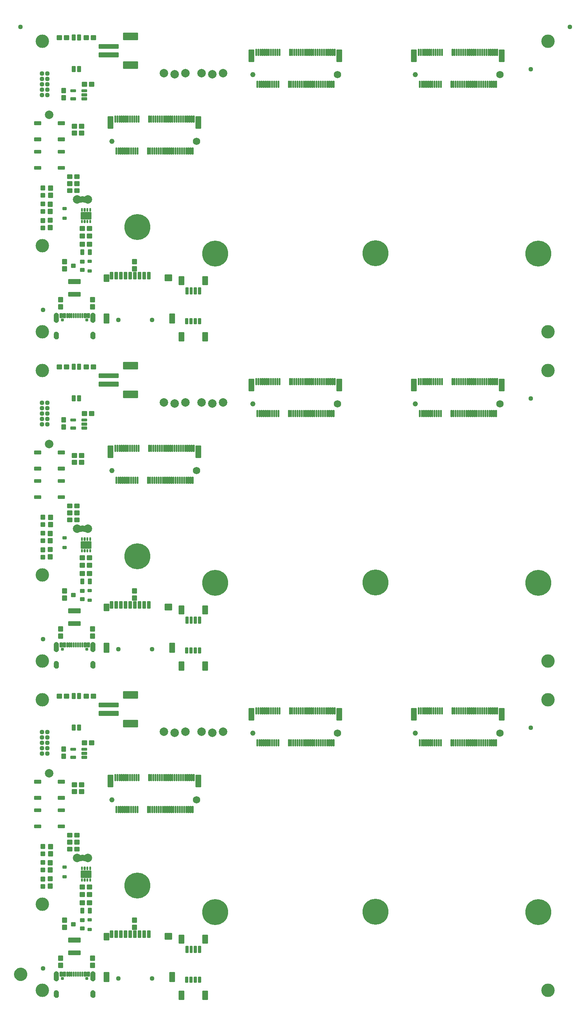
<source format=gts>
G04 EAGLE Gerber RS-274X export*
G75*
%MOMM*%
%FSLAX34Y34*%
%LPD*%
%INSoldermask Top*%
%IPPOS*%
%AMOC8*
5,1,8,0,0,1.08239X$1,22.5*%
G01*
%ADD10C,0.225369*%
%ADD11C,0.225588*%
%ADD12C,6.127000*%
%ADD13C,3.175000*%
%ADD14C,1.227000*%
%ADD15C,1.727000*%
%ADD16C,0.230578*%
%ADD17C,0.225400*%
%ADD18C,0.224509*%
%ADD19C,0.223409*%
%ADD20C,0.428259*%
%ADD21C,0.777000*%
%ADD22C,1.127000*%
%ADD23C,0.222250*%
%ADD24C,2.006600*%
%ADD25C,0.228600*%
%ADD26C,0.227100*%
%ADD27C,0.231750*%
%ADD28C,0.231559*%
%ADD29C,0.229050*%
%ADD30C,1.270000*%
%ADD31C,1.627000*%

G36*
X59684Y1601427D02*
X59684Y1601427D01*
X59690Y1601433D01*
X59695Y1601429D01*
X60925Y1601794D01*
X60930Y1601801D01*
X60935Y1601799D01*
X62054Y1602429D01*
X62057Y1602436D01*
X62063Y1602435D01*
X63013Y1603298D01*
X63014Y1603306D01*
X63020Y1603306D01*
X63754Y1604359D01*
X63754Y1604367D01*
X63759Y1604369D01*
X64241Y1605559D01*
X64239Y1605564D01*
X64243Y1605567D01*
X64242Y1605568D01*
X64244Y1605569D01*
X64449Y1606836D01*
X64446Y1606841D01*
X64449Y1606844D01*
X64449Y1618844D01*
X64446Y1618848D01*
X64449Y1618851D01*
X64294Y1619973D01*
X64289Y1619978D01*
X64292Y1619982D01*
X63921Y1621053D01*
X63915Y1621057D01*
X63917Y1621062D01*
X63344Y1622039D01*
X63338Y1622042D01*
X63339Y1622047D01*
X62586Y1622894D01*
X62579Y1622896D01*
X62579Y1622901D01*
X61676Y1623585D01*
X61669Y1623585D01*
X61668Y1623590D01*
X60649Y1624085D01*
X60642Y1624083D01*
X60640Y1624088D01*
X59543Y1624375D01*
X59537Y1624372D01*
X59534Y1624376D01*
X58403Y1624443D01*
X58397Y1624443D01*
X57266Y1624376D01*
X57261Y1624371D01*
X57257Y1624375D01*
X56160Y1624088D01*
X56156Y1624082D01*
X56151Y1624085D01*
X55132Y1623590D01*
X55129Y1623584D01*
X55124Y1623585D01*
X54221Y1622901D01*
X54219Y1622894D01*
X54214Y1622894D01*
X53461Y1622047D01*
X53461Y1622040D01*
X53456Y1622039D01*
X52883Y1621062D01*
X52884Y1621059D01*
X52883Y1621058D01*
X52884Y1621057D01*
X52884Y1621055D01*
X52879Y1621053D01*
X52508Y1619982D01*
X52510Y1619977D01*
X52507Y1619975D01*
X52507Y1619974D01*
X52506Y1619973D01*
X52351Y1618851D01*
X52354Y1618846D01*
X52351Y1618844D01*
X52351Y1606844D01*
X52354Y1606839D01*
X52351Y1606836D01*
X52556Y1605569D01*
X52562Y1605563D01*
X52559Y1605559D01*
X53041Y1604369D01*
X53048Y1604365D01*
X53046Y1604359D01*
X53780Y1603306D01*
X53788Y1603304D01*
X53787Y1603298D01*
X54737Y1602435D01*
X54746Y1602434D01*
X54746Y1602429D01*
X55865Y1601799D01*
X55873Y1601800D01*
X55875Y1601794D01*
X57105Y1601429D01*
X57113Y1601432D01*
X57116Y1601427D01*
X58397Y1601345D01*
X58401Y1601348D01*
X58403Y1601345D01*
X59684Y1601427D01*
G37*
G36*
X146084Y1601427D02*
X146084Y1601427D01*
X146090Y1601433D01*
X146095Y1601429D01*
X147325Y1601794D01*
X147330Y1601801D01*
X147335Y1601799D01*
X148454Y1602429D01*
X148457Y1602436D01*
X148463Y1602435D01*
X149413Y1603298D01*
X149414Y1603306D01*
X149420Y1603306D01*
X150154Y1604359D01*
X150154Y1604367D01*
X150159Y1604369D01*
X150641Y1605559D01*
X150639Y1605564D01*
X150643Y1605567D01*
X150642Y1605568D01*
X150644Y1605569D01*
X150849Y1606836D01*
X150846Y1606841D01*
X150849Y1606844D01*
X150849Y1618844D01*
X150846Y1618848D01*
X150849Y1618851D01*
X150694Y1619973D01*
X150689Y1619978D01*
X150692Y1619982D01*
X150321Y1621053D01*
X150315Y1621057D01*
X150317Y1621062D01*
X149744Y1622039D01*
X149738Y1622042D01*
X149739Y1622047D01*
X148986Y1622894D01*
X148979Y1622896D01*
X148979Y1622901D01*
X148076Y1623585D01*
X148069Y1623585D01*
X148068Y1623590D01*
X147049Y1624085D01*
X147042Y1624083D01*
X147040Y1624088D01*
X145943Y1624375D01*
X145937Y1624372D01*
X145934Y1624376D01*
X144803Y1624443D01*
X144797Y1624443D01*
X143666Y1624376D01*
X143661Y1624371D01*
X143657Y1624375D01*
X142560Y1624088D01*
X142556Y1624082D01*
X142551Y1624085D01*
X141532Y1623590D01*
X141529Y1623584D01*
X141524Y1623585D01*
X140621Y1622901D01*
X140619Y1622894D01*
X140614Y1622894D01*
X139861Y1622047D01*
X139861Y1622040D01*
X139856Y1622039D01*
X139283Y1621062D01*
X139284Y1621059D01*
X139283Y1621058D01*
X139284Y1621057D01*
X139284Y1621055D01*
X139279Y1621053D01*
X138908Y1619982D01*
X138910Y1619977D01*
X138907Y1619975D01*
X138907Y1619974D01*
X138906Y1619973D01*
X138751Y1618851D01*
X138754Y1618846D01*
X138751Y1618844D01*
X138751Y1606844D01*
X138754Y1606839D01*
X138751Y1606836D01*
X138956Y1605569D01*
X138962Y1605563D01*
X138959Y1605559D01*
X139441Y1604369D01*
X139448Y1604365D01*
X139446Y1604359D01*
X140180Y1603306D01*
X140188Y1603304D01*
X140187Y1603298D01*
X141137Y1602435D01*
X141146Y1602434D01*
X141146Y1602429D01*
X142265Y1601799D01*
X142273Y1601800D01*
X142275Y1601794D01*
X143505Y1601429D01*
X143513Y1601432D01*
X143516Y1601427D01*
X144797Y1601345D01*
X144801Y1601348D01*
X144803Y1601345D01*
X146084Y1601427D01*
G37*
G36*
X59684Y824187D02*
X59684Y824187D01*
X59690Y824193D01*
X59695Y824189D01*
X60925Y824554D01*
X60930Y824561D01*
X60935Y824559D01*
X62054Y825189D01*
X62057Y825196D01*
X62063Y825195D01*
X63013Y826058D01*
X63014Y826066D01*
X63020Y826066D01*
X63754Y827119D01*
X63754Y827127D01*
X63759Y827129D01*
X64241Y828319D01*
X64239Y828324D01*
X64243Y828327D01*
X64242Y828328D01*
X64244Y828329D01*
X64449Y829596D01*
X64446Y829601D01*
X64449Y829604D01*
X64449Y841604D01*
X64446Y841608D01*
X64449Y841611D01*
X64294Y842733D01*
X64289Y842738D01*
X64292Y842742D01*
X63921Y843813D01*
X63915Y843817D01*
X63917Y843822D01*
X63344Y844799D01*
X63338Y844802D01*
X63339Y844807D01*
X62586Y845654D01*
X62579Y845656D01*
X62579Y845661D01*
X61676Y846345D01*
X61669Y846345D01*
X61668Y846350D01*
X60649Y846845D01*
X60642Y846843D01*
X60640Y846848D01*
X59543Y847135D01*
X59537Y847132D01*
X59534Y847136D01*
X58403Y847203D01*
X58397Y847203D01*
X57266Y847136D01*
X57261Y847131D01*
X57257Y847135D01*
X56160Y846848D01*
X56156Y846842D01*
X56151Y846845D01*
X55132Y846350D01*
X55129Y846344D01*
X55124Y846345D01*
X54221Y845661D01*
X54219Y845654D01*
X54214Y845654D01*
X53461Y844807D01*
X53461Y844800D01*
X53456Y844799D01*
X52883Y843822D01*
X52884Y843819D01*
X52883Y843818D01*
X52884Y843817D01*
X52884Y843815D01*
X52879Y843813D01*
X52508Y842742D01*
X52510Y842737D01*
X52507Y842735D01*
X52507Y842734D01*
X52506Y842733D01*
X52351Y841611D01*
X52354Y841606D01*
X52351Y841604D01*
X52351Y829604D01*
X52354Y829599D01*
X52351Y829596D01*
X52556Y828329D01*
X52562Y828323D01*
X52559Y828319D01*
X53041Y827129D01*
X53048Y827125D01*
X53046Y827119D01*
X53780Y826066D01*
X53788Y826064D01*
X53787Y826058D01*
X54737Y825195D01*
X54746Y825194D01*
X54746Y825189D01*
X55865Y824559D01*
X55873Y824560D01*
X55875Y824554D01*
X57105Y824189D01*
X57113Y824192D01*
X57116Y824187D01*
X58397Y824105D01*
X58401Y824108D01*
X58403Y824105D01*
X59684Y824187D01*
G37*
G36*
X146084Y824187D02*
X146084Y824187D01*
X146090Y824193D01*
X146095Y824189D01*
X147325Y824554D01*
X147330Y824561D01*
X147335Y824559D01*
X148454Y825189D01*
X148457Y825196D01*
X148463Y825195D01*
X149413Y826058D01*
X149414Y826066D01*
X149420Y826066D01*
X150154Y827119D01*
X150154Y827127D01*
X150159Y827129D01*
X150641Y828319D01*
X150639Y828324D01*
X150643Y828327D01*
X150642Y828328D01*
X150644Y828329D01*
X150849Y829596D01*
X150846Y829601D01*
X150849Y829604D01*
X150849Y841604D01*
X150846Y841608D01*
X150849Y841611D01*
X150694Y842733D01*
X150689Y842738D01*
X150692Y842742D01*
X150321Y843813D01*
X150315Y843817D01*
X150317Y843822D01*
X149744Y844799D01*
X149738Y844802D01*
X149739Y844807D01*
X148986Y845654D01*
X148979Y845656D01*
X148979Y845661D01*
X148076Y846345D01*
X148069Y846345D01*
X148068Y846350D01*
X147049Y846845D01*
X147042Y846843D01*
X147040Y846848D01*
X145943Y847135D01*
X145937Y847132D01*
X145934Y847136D01*
X144803Y847203D01*
X144797Y847203D01*
X143666Y847136D01*
X143661Y847131D01*
X143657Y847135D01*
X142560Y846848D01*
X142556Y846842D01*
X142551Y846845D01*
X141532Y846350D01*
X141529Y846344D01*
X141524Y846345D01*
X140621Y845661D01*
X140619Y845654D01*
X140614Y845654D01*
X139861Y844807D01*
X139861Y844800D01*
X139856Y844799D01*
X139283Y843822D01*
X139284Y843819D01*
X139283Y843818D01*
X139284Y843817D01*
X139284Y843815D01*
X139279Y843813D01*
X138908Y842742D01*
X138910Y842737D01*
X138907Y842735D01*
X138907Y842734D01*
X138906Y842733D01*
X138751Y841611D01*
X138754Y841606D01*
X138751Y841604D01*
X138751Y829604D01*
X138754Y829599D01*
X138751Y829596D01*
X138956Y828329D01*
X138962Y828323D01*
X138959Y828319D01*
X139441Y827129D01*
X139448Y827125D01*
X139446Y827119D01*
X140180Y826066D01*
X140188Y826064D01*
X140187Y826058D01*
X141137Y825195D01*
X141146Y825194D01*
X141146Y825189D01*
X142265Y824559D01*
X142273Y824560D01*
X142275Y824554D01*
X143505Y824189D01*
X143513Y824192D01*
X143516Y824187D01*
X144797Y824105D01*
X144801Y824108D01*
X144803Y824105D01*
X146084Y824187D01*
G37*
G36*
X59684Y46947D02*
X59684Y46947D01*
X59690Y46953D01*
X59695Y46949D01*
X60925Y47314D01*
X60930Y47321D01*
X60935Y47319D01*
X62054Y47949D01*
X62057Y47956D01*
X62063Y47955D01*
X63013Y48818D01*
X63014Y48826D01*
X63020Y48826D01*
X63754Y49879D01*
X63754Y49887D01*
X63759Y49889D01*
X64241Y51079D01*
X64239Y51084D01*
X64243Y51087D01*
X64242Y51088D01*
X64244Y51089D01*
X64449Y52356D01*
X64446Y52361D01*
X64449Y52364D01*
X64449Y64364D01*
X64446Y64368D01*
X64449Y64371D01*
X64294Y65493D01*
X64289Y65498D01*
X64292Y65502D01*
X63921Y66573D01*
X63915Y66577D01*
X63917Y66582D01*
X63344Y67559D01*
X63338Y67562D01*
X63339Y67567D01*
X62586Y68414D01*
X62579Y68416D01*
X62579Y68421D01*
X61676Y69105D01*
X61669Y69105D01*
X61668Y69110D01*
X60649Y69605D01*
X60642Y69603D01*
X60640Y69608D01*
X59543Y69895D01*
X59537Y69892D01*
X59534Y69896D01*
X58403Y69963D01*
X58397Y69963D01*
X57266Y69896D01*
X57261Y69891D01*
X57257Y69895D01*
X56160Y69608D01*
X56156Y69602D01*
X56151Y69605D01*
X55132Y69110D01*
X55129Y69104D01*
X55124Y69105D01*
X54221Y68421D01*
X54219Y68414D01*
X54214Y68414D01*
X53461Y67567D01*
X53461Y67560D01*
X53456Y67559D01*
X52883Y66582D01*
X52884Y66579D01*
X52883Y66578D01*
X52884Y66577D01*
X52884Y66575D01*
X52879Y66573D01*
X52508Y65502D01*
X52510Y65497D01*
X52507Y65495D01*
X52507Y65494D01*
X52506Y65493D01*
X52351Y64371D01*
X52354Y64366D01*
X52351Y64364D01*
X52351Y52364D01*
X52354Y52359D01*
X52351Y52356D01*
X52556Y51089D01*
X52562Y51083D01*
X52559Y51079D01*
X53041Y49889D01*
X53048Y49885D01*
X53046Y49879D01*
X53780Y48826D01*
X53788Y48824D01*
X53787Y48818D01*
X54737Y47955D01*
X54746Y47954D01*
X54746Y47949D01*
X55865Y47319D01*
X55873Y47320D01*
X55875Y47314D01*
X57105Y46949D01*
X57113Y46952D01*
X57116Y46947D01*
X58397Y46865D01*
X58401Y46868D01*
X58403Y46865D01*
X59684Y46947D01*
G37*
G36*
X146084Y46947D02*
X146084Y46947D01*
X146090Y46953D01*
X146095Y46949D01*
X147325Y47314D01*
X147330Y47321D01*
X147335Y47319D01*
X148454Y47949D01*
X148457Y47956D01*
X148463Y47955D01*
X149413Y48818D01*
X149414Y48826D01*
X149420Y48826D01*
X150154Y49879D01*
X150154Y49887D01*
X150159Y49889D01*
X150641Y51079D01*
X150639Y51084D01*
X150643Y51087D01*
X150642Y51088D01*
X150644Y51089D01*
X150849Y52356D01*
X150846Y52361D01*
X150849Y52364D01*
X150849Y64364D01*
X150846Y64368D01*
X150849Y64371D01*
X150694Y65493D01*
X150689Y65498D01*
X150692Y65502D01*
X150321Y66573D01*
X150315Y66577D01*
X150317Y66582D01*
X149744Y67559D01*
X149738Y67562D01*
X149739Y67567D01*
X148986Y68414D01*
X148979Y68416D01*
X148979Y68421D01*
X148076Y69105D01*
X148069Y69105D01*
X148068Y69110D01*
X147049Y69605D01*
X147042Y69603D01*
X147040Y69608D01*
X145943Y69895D01*
X145937Y69892D01*
X145934Y69896D01*
X144803Y69963D01*
X144797Y69963D01*
X143666Y69896D01*
X143661Y69891D01*
X143657Y69895D01*
X142560Y69608D01*
X142556Y69602D01*
X142551Y69605D01*
X141532Y69110D01*
X141529Y69104D01*
X141524Y69105D01*
X140621Y68421D01*
X140619Y68414D01*
X140614Y68414D01*
X139861Y67567D01*
X139861Y67560D01*
X139856Y67559D01*
X139283Y66582D01*
X139284Y66579D01*
X139283Y66578D01*
X139284Y66577D01*
X139284Y66575D01*
X139279Y66573D01*
X138908Y65502D01*
X138910Y65497D01*
X138907Y65495D01*
X138907Y65494D01*
X138906Y65493D01*
X138751Y64371D01*
X138754Y64366D01*
X138751Y64364D01*
X138751Y52364D01*
X138754Y52359D01*
X138751Y52356D01*
X138956Y51089D01*
X138962Y51083D01*
X138959Y51079D01*
X139441Y49889D01*
X139448Y49885D01*
X139446Y49879D01*
X140180Y48826D01*
X140188Y48824D01*
X140187Y48818D01*
X141137Y47955D01*
X141146Y47954D01*
X141146Y47949D01*
X142265Y47319D01*
X142273Y47320D01*
X142275Y47314D01*
X143505Y46949D01*
X143513Y46952D01*
X143516Y46947D01*
X144797Y46865D01*
X144801Y46868D01*
X144803Y46865D01*
X146084Y46947D01*
G37*
G36*
X145971Y1562155D02*
X145971Y1562155D01*
X145976Y1562160D01*
X145980Y1562157D01*
X147103Y1562492D01*
X147107Y1562498D01*
X147111Y1562496D01*
X148147Y1563044D01*
X148150Y1563050D01*
X148155Y1563049D01*
X149063Y1563788D01*
X149065Y1563795D01*
X149070Y1563795D01*
X149817Y1564697D01*
X149817Y1564705D01*
X149823Y1564705D01*
X150379Y1565736D01*
X150378Y1565743D01*
X150383Y1565745D01*
X150727Y1566864D01*
X150725Y1566871D01*
X150729Y1566874D01*
X150849Y1568039D01*
X150847Y1568042D01*
X150849Y1568044D01*
X150849Y1574044D01*
X150847Y1574047D01*
X150849Y1574049D01*
X150738Y1575225D01*
X150733Y1575230D01*
X150736Y1575234D01*
X150398Y1576366D01*
X150392Y1576370D01*
X150394Y1576375D01*
X149842Y1577419D01*
X149835Y1577422D01*
X149837Y1577427D01*
X149091Y1578343D01*
X149084Y1578344D01*
X149084Y1578350D01*
X148175Y1579103D01*
X148167Y1579103D01*
X148167Y1579108D01*
X147127Y1579669D01*
X147120Y1579668D01*
X147118Y1579673D01*
X145989Y1580020D01*
X145983Y1580018D01*
X145980Y1580022D01*
X144805Y1580143D01*
X144798Y1580139D01*
X144794Y1580143D01*
X143454Y1579986D01*
X143448Y1579981D01*
X143443Y1579984D01*
X142172Y1579533D01*
X142167Y1579526D01*
X142162Y1579528D01*
X141023Y1578806D01*
X141020Y1578798D01*
X141014Y1578799D01*
X140064Y1577841D01*
X140063Y1577833D01*
X140057Y1577832D01*
X139344Y1576687D01*
X139345Y1576679D01*
X139339Y1576677D01*
X138899Y1575401D01*
X138901Y1575394D01*
X138897Y1575391D01*
X138751Y1574049D01*
X138753Y1574046D01*
X138751Y1574044D01*
X138751Y1568044D01*
X138753Y1568041D01*
X138751Y1568038D01*
X138906Y1566709D01*
X138912Y1566703D01*
X138909Y1566699D01*
X139356Y1565438D01*
X139363Y1565433D01*
X139361Y1565428D01*
X140078Y1564298D01*
X140085Y1564295D01*
X140084Y1564289D01*
X141035Y1563347D01*
X141043Y1563346D01*
X141043Y1563340D01*
X142179Y1562633D01*
X142187Y1562634D01*
X142189Y1562628D01*
X143454Y1562192D01*
X143459Y1562193D01*
X143460Y1562193D01*
X143463Y1562193D01*
X143465Y1562189D01*
X144795Y1562045D01*
X144801Y1562049D01*
X144805Y1562045D01*
X145971Y1562155D01*
G37*
G36*
X59571Y1562155D02*
X59571Y1562155D01*
X59576Y1562160D01*
X59580Y1562157D01*
X60703Y1562492D01*
X60707Y1562498D01*
X60711Y1562496D01*
X61747Y1563044D01*
X61750Y1563050D01*
X61755Y1563049D01*
X62663Y1563788D01*
X62665Y1563795D01*
X62670Y1563795D01*
X63417Y1564697D01*
X63417Y1564705D01*
X63423Y1564705D01*
X63979Y1565736D01*
X63978Y1565743D01*
X63983Y1565745D01*
X64327Y1566864D01*
X64325Y1566871D01*
X64329Y1566874D01*
X64449Y1568039D01*
X64447Y1568042D01*
X64449Y1568044D01*
X64449Y1574044D01*
X64447Y1574047D01*
X64449Y1574049D01*
X64338Y1575225D01*
X64333Y1575230D01*
X64336Y1575234D01*
X63998Y1576366D01*
X63992Y1576370D01*
X63994Y1576375D01*
X63442Y1577419D01*
X63435Y1577422D01*
X63437Y1577427D01*
X62691Y1578343D01*
X62684Y1578344D01*
X62684Y1578350D01*
X61775Y1579103D01*
X61767Y1579103D01*
X61767Y1579108D01*
X60727Y1579669D01*
X60720Y1579668D01*
X60718Y1579673D01*
X59589Y1580020D01*
X59583Y1580018D01*
X59580Y1580022D01*
X58405Y1580143D01*
X58398Y1580139D01*
X58394Y1580143D01*
X57054Y1579986D01*
X57048Y1579981D01*
X57043Y1579984D01*
X55772Y1579533D01*
X55767Y1579526D01*
X55762Y1579528D01*
X54623Y1578806D01*
X54620Y1578798D01*
X54614Y1578799D01*
X53664Y1577841D01*
X53663Y1577833D01*
X53657Y1577832D01*
X52944Y1576687D01*
X52945Y1576679D01*
X52939Y1576677D01*
X52499Y1575401D01*
X52501Y1575394D01*
X52497Y1575391D01*
X52351Y1574049D01*
X52353Y1574046D01*
X52351Y1574044D01*
X52351Y1568044D01*
X52353Y1568041D01*
X52351Y1568038D01*
X52506Y1566709D01*
X52512Y1566703D01*
X52509Y1566699D01*
X52956Y1565438D01*
X52963Y1565433D01*
X52961Y1565428D01*
X53678Y1564298D01*
X53685Y1564295D01*
X53684Y1564289D01*
X54635Y1563347D01*
X54643Y1563346D01*
X54643Y1563340D01*
X55779Y1562633D01*
X55787Y1562634D01*
X55789Y1562628D01*
X57054Y1562192D01*
X57059Y1562193D01*
X57060Y1562193D01*
X57063Y1562193D01*
X57065Y1562189D01*
X58395Y1562045D01*
X58401Y1562049D01*
X58405Y1562045D01*
X59571Y1562155D01*
G37*
G36*
X59571Y784915D02*
X59571Y784915D01*
X59576Y784920D01*
X59580Y784917D01*
X60703Y785252D01*
X60707Y785258D01*
X60711Y785256D01*
X61747Y785804D01*
X61750Y785810D01*
X61755Y785809D01*
X62663Y786548D01*
X62665Y786555D01*
X62670Y786555D01*
X63417Y787457D01*
X63417Y787465D01*
X63423Y787465D01*
X63979Y788496D01*
X63978Y788503D01*
X63983Y788505D01*
X64327Y789624D01*
X64325Y789631D01*
X64329Y789634D01*
X64449Y790799D01*
X64447Y790802D01*
X64449Y790804D01*
X64449Y796804D01*
X64447Y796807D01*
X64449Y796809D01*
X64338Y797985D01*
X64333Y797990D01*
X64336Y797994D01*
X63998Y799126D01*
X63992Y799130D01*
X63994Y799135D01*
X63442Y800179D01*
X63435Y800182D01*
X63437Y800187D01*
X62691Y801103D01*
X62684Y801104D01*
X62684Y801110D01*
X61775Y801863D01*
X61767Y801863D01*
X61767Y801868D01*
X60727Y802429D01*
X60720Y802428D01*
X60718Y802433D01*
X59589Y802780D01*
X59583Y802778D01*
X59580Y802782D01*
X58405Y802903D01*
X58398Y802899D01*
X58394Y802903D01*
X57054Y802746D01*
X57048Y802741D01*
X57043Y802744D01*
X55772Y802293D01*
X55767Y802286D01*
X55762Y802288D01*
X54623Y801566D01*
X54620Y801558D01*
X54614Y801559D01*
X53664Y800601D01*
X53663Y800593D01*
X53657Y800592D01*
X52944Y799447D01*
X52945Y799439D01*
X52939Y799437D01*
X52499Y798161D01*
X52501Y798154D01*
X52497Y798151D01*
X52351Y796809D01*
X52353Y796806D01*
X52351Y796804D01*
X52351Y790804D01*
X52353Y790801D01*
X52351Y790798D01*
X52506Y789469D01*
X52512Y789463D01*
X52509Y789459D01*
X52956Y788198D01*
X52963Y788193D01*
X52961Y788188D01*
X53678Y787058D01*
X53685Y787055D01*
X53684Y787049D01*
X54635Y786107D01*
X54643Y786106D01*
X54643Y786100D01*
X55779Y785393D01*
X55787Y785394D01*
X55789Y785388D01*
X57054Y784952D01*
X57059Y784953D01*
X57060Y784953D01*
X57063Y784953D01*
X57065Y784949D01*
X58395Y784805D01*
X58401Y784809D01*
X58405Y784805D01*
X59571Y784915D01*
G37*
G36*
X145971Y784915D02*
X145971Y784915D01*
X145976Y784920D01*
X145980Y784917D01*
X147103Y785252D01*
X147107Y785258D01*
X147111Y785256D01*
X148147Y785804D01*
X148150Y785810D01*
X148155Y785809D01*
X149063Y786548D01*
X149065Y786555D01*
X149070Y786555D01*
X149817Y787457D01*
X149817Y787465D01*
X149823Y787465D01*
X150379Y788496D01*
X150378Y788503D01*
X150383Y788505D01*
X150727Y789624D01*
X150725Y789631D01*
X150729Y789634D01*
X150849Y790799D01*
X150847Y790802D01*
X150849Y790804D01*
X150849Y796804D01*
X150847Y796807D01*
X150849Y796809D01*
X150738Y797985D01*
X150733Y797990D01*
X150736Y797994D01*
X150398Y799126D01*
X150392Y799130D01*
X150394Y799135D01*
X149842Y800179D01*
X149835Y800182D01*
X149837Y800187D01*
X149091Y801103D01*
X149084Y801104D01*
X149084Y801110D01*
X148175Y801863D01*
X148167Y801863D01*
X148167Y801868D01*
X147127Y802429D01*
X147120Y802428D01*
X147118Y802433D01*
X145989Y802780D01*
X145983Y802778D01*
X145980Y802782D01*
X144805Y802903D01*
X144798Y802899D01*
X144794Y802903D01*
X143454Y802746D01*
X143448Y802741D01*
X143443Y802744D01*
X142172Y802293D01*
X142167Y802286D01*
X142162Y802288D01*
X141023Y801566D01*
X141020Y801558D01*
X141014Y801559D01*
X140064Y800601D01*
X140063Y800593D01*
X140057Y800592D01*
X139344Y799447D01*
X139345Y799439D01*
X139339Y799437D01*
X138899Y798161D01*
X138901Y798154D01*
X138897Y798151D01*
X138751Y796809D01*
X138753Y796806D01*
X138751Y796804D01*
X138751Y790804D01*
X138753Y790801D01*
X138751Y790798D01*
X138906Y789469D01*
X138912Y789463D01*
X138909Y789459D01*
X139356Y788198D01*
X139363Y788193D01*
X139361Y788188D01*
X140078Y787058D01*
X140085Y787055D01*
X140084Y787049D01*
X141035Y786107D01*
X141043Y786106D01*
X141043Y786100D01*
X142179Y785393D01*
X142187Y785394D01*
X142189Y785388D01*
X143454Y784952D01*
X143459Y784953D01*
X143460Y784953D01*
X143463Y784953D01*
X143465Y784949D01*
X144795Y784805D01*
X144801Y784809D01*
X144805Y784805D01*
X145971Y784915D01*
G37*
G36*
X59571Y7675D02*
X59571Y7675D01*
X59576Y7680D01*
X59580Y7677D01*
X60703Y8012D01*
X60707Y8018D01*
X60711Y8016D01*
X61747Y8564D01*
X61750Y8570D01*
X61755Y8569D01*
X62663Y9308D01*
X62665Y9315D01*
X62670Y9315D01*
X63417Y10217D01*
X63417Y10225D01*
X63423Y10225D01*
X63979Y11256D01*
X63978Y11263D01*
X63983Y11265D01*
X64327Y12384D01*
X64325Y12391D01*
X64329Y12394D01*
X64449Y13559D01*
X64447Y13562D01*
X64449Y13564D01*
X64449Y19564D01*
X64447Y19567D01*
X64449Y19569D01*
X64338Y20745D01*
X64333Y20750D01*
X64336Y20754D01*
X63998Y21886D01*
X63992Y21890D01*
X63994Y21895D01*
X63442Y22939D01*
X63435Y22942D01*
X63437Y22947D01*
X62691Y23863D01*
X62684Y23864D01*
X62684Y23870D01*
X61775Y24623D01*
X61767Y24623D01*
X61767Y24628D01*
X60727Y25189D01*
X60720Y25188D01*
X60718Y25193D01*
X59589Y25540D01*
X59583Y25538D01*
X59580Y25542D01*
X58405Y25663D01*
X58398Y25659D01*
X58394Y25663D01*
X57054Y25506D01*
X57048Y25501D01*
X57043Y25504D01*
X55772Y25053D01*
X55767Y25046D01*
X55762Y25048D01*
X54623Y24326D01*
X54620Y24318D01*
X54614Y24319D01*
X53664Y23361D01*
X53663Y23353D01*
X53657Y23352D01*
X52944Y22207D01*
X52945Y22199D01*
X52939Y22197D01*
X52499Y20921D01*
X52501Y20914D01*
X52497Y20911D01*
X52351Y19569D01*
X52353Y19566D01*
X52351Y19564D01*
X52351Y13564D01*
X52353Y13561D01*
X52351Y13558D01*
X52506Y12229D01*
X52512Y12223D01*
X52509Y12219D01*
X52956Y10958D01*
X52963Y10953D01*
X52961Y10948D01*
X53678Y9818D01*
X53685Y9815D01*
X53684Y9809D01*
X54635Y8867D01*
X54643Y8866D01*
X54643Y8860D01*
X55779Y8153D01*
X55787Y8154D01*
X55789Y8148D01*
X57054Y7712D01*
X57059Y7713D01*
X57060Y7713D01*
X57063Y7713D01*
X57065Y7709D01*
X58395Y7565D01*
X58401Y7569D01*
X58405Y7565D01*
X59571Y7675D01*
G37*
G36*
X145971Y7675D02*
X145971Y7675D01*
X145976Y7680D01*
X145980Y7677D01*
X147103Y8012D01*
X147107Y8018D01*
X147111Y8016D01*
X148147Y8564D01*
X148150Y8570D01*
X148155Y8569D01*
X149063Y9308D01*
X149065Y9315D01*
X149070Y9315D01*
X149817Y10217D01*
X149817Y10225D01*
X149823Y10225D01*
X150379Y11256D01*
X150378Y11263D01*
X150383Y11265D01*
X150727Y12384D01*
X150725Y12391D01*
X150729Y12394D01*
X150849Y13559D01*
X150847Y13562D01*
X150849Y13564D01*
X150849Y19564D01*
X150847Y19567D01*
X150849Y19569D01*
X150738Y20745D01*
X150733Y20750D01*
X150736Y20754D01*
X150398Y21886D01*
X150392Y21890D01*
X150394Y21895D01*
X149842Y22939D01*
X149835Y22942D01*
X149837Y22947D01*
X149091Y23863D01*
X149084Y23864D01*
X149084Y23870D01*
X148175Y24623D01*
X148167Y24623D01*
X148167Y24628D01*
X147127Y25189D01*
X147120Y25188D01*
X147118Y25193D01*
X145989Y25540D01*
X145983Y25538D01*
X145980Y25542D01*
X144805Y25663D01*
X144798Y25659D01*
X144794Y25663D01*
X143454Y25506D01*
X143448Y25501D01*
X143443Y25504D01*
X142172Y25053D01*
X142167Y25046D01*
X142162Y25048D01*
X141023Y24326D01*
X141020Y24318D01*
X141014Y24319D01*
X140064Y23361D01*
X140063Y23353D01*
X140057Y23352D01*
X139344Y22207D01*
X139345Y22199D01*
X139339Y22197D01*
X138899Y20921D01*
X138901Y20914D01*
X138897Y20911D01*
X138751Y19569D01*
X138753Y19566D01*
X138751Y19564D01*
X138751Y13564D01*
X138753Y13561D01*
X138751Y13558D01*
X138906Y12229D01*
X138912Y12223D01*
X138909Y12219D01*
X139356Y10958D01*
X139363Y10953D01*
X139361Y10948D01*
X140078Y9818D01*
X140085Y9815D01*
X140084Y9809D01*
X141035Y8867D01*
X141043Y8866D01*
X141043Y8860D01*
X142179Y8153D01*
X142187Y8154D01*
X142189Y8148D01*
X143454Y7712D01*
X143459Y7713D01*
X143460Y7713D01*
X143463Y7713D01*
X143465Y7709D01*
X144795Y7565D01*
X144801Y7569D01*
X144805Y7565D01*
X145971Y7675D01*
G37*
G36*
X122366Y1885327D02*
X122366Y1885327D01*
X122432Y1885329D01*
X122475Y1885347D01*
X122522Y1885355D01*
X122579Y1885389D01*
X122639Y1885414D01*
X122674Y1885445D01*
X122715Y1885470D01*
X122757Y1885521D01*
X122805Y1885565D01*
X122827Y1885607D01*
X122856Y1885644D01*
X122877Y1885706D01*
X122908Y1885765D01*
X122916Y1885819D01*
X122928Y1885856D01*
X122927Y1885896D01*
X122935Y1885950D01*
X122935Y1899158D01*
X122924Y1899223D01*
X122922Y1899289D01*
X122904Y1899332D01*
X122896Y1899379D01*
X122862Y1899436D01*
X122837Y1899496D01*
X122806Y1899531D01*
X122781Y1899572D01*
X122730Y1899614D01*
X122686Y1899662D01*
X122644Y1899684D01*
X122607Y1899713D01*
X122545Y1899734D01*
X122486Y1899765D01*
X122432Y1899773D01*
X122395Y1899785D01*
X122355Y1899784D01*
X122301Y1899792D01*
X118491Y1899792D01*
X118426Y1899781D01*
X118360Y1899779D01*
X118317Y1899761D01*
X118270Y1899753D01*
X118213Y1899719D01*
X118153Y1899694D01*
X118118Y1899663D01*
X118077Y1899638D01*
X118036Y1899587D01*
X117987Y1899543D01*
X117965Y1899501D01*
X117936Y1899464D01*
X117915Y1899402D01*
X117884Y1899343D01*
X117876Y1899289D01*
X117864Y1899252D01*
X117865Y1899212D01*
X117857Y1899158D01*
X117857Y1885950D01*
X117868Y1885885D01*
X117870Y1885819D01*
X117888Y1885776D01*
X117896Y1885729D01*
X117930Y1885672D01*
X117955Y1885612D01*
X117986Y1885577D01*
X118011Y1885536D01*
X118062Y1885495D01*
X118106Y1885446D01*
X118148Y1885424D01*
X118185Y1885395D01*
X118247Y1885374D01*
X118306Y1885343D01*
X118360Y1885335D01*
X118397Y1885323D01*
X118437Y1885324D01*
X118491Y1885316D01*
X122301Y1885316D01*
X122366Y1885327D01*
G37*
G36*
X122366Y1108087D02*
X122366Y1108087D01*
X122432Y1108089D01*
X122475Y1108107D01*
X122522Y1108115D01*
X122579Y1108149D01*
X122639Y1108174D01*
X122674Y1108205D01*
X122715Y1108230D01*
X122757Y1108281D01*
X122805Y1108325D01*
X122827Y1108367D01*
X122856Y1108404D01*
X122877Y1108466D01*
X122908Y1108525D01*
X122916Y1108579D01*
X122928Y1108616D01*
X122927Y1108656D01*
X122935Y1108710D01*
X122935Y1121918D01*
X122924Y1121983D01*
X122922Y1122049D01*
X122904Y1122092D01*
X122896Y1122139D01*
X122862Y1122196D01*
X122837Y1122256D01*
X122806Y1122291D01*
X122781Y1122332D01*
X122730Y1122374D01*
X122686Y1122422D01*
X122644Y1122444D01*
X122607Y1122473D01*
X122545Y1122494D01*
X122486Y1122525D01*
X122432Y1122533D01*
X122395Y1122545D01*
X122355Y1122544D01*
X122301Y1122552D01*
X118491Y1122552D01*
X118426Y1122541D01*
X118360Y1122539D01*
X118317Y1122521D01*
X118270Y1122513D01*
X118213Y1122479D01*
X118153Y1122454D01*
X118118Y1122423D01*
X118077Y1122398D01*
X118036Y1122347D01*
X117987Y1122303D01*
X117965Y1122261D01*
X117936Y1122224D01*
X117915Y1122162D01*
X117884Y1122103D01*
X117876Y1122049D01*
X117864Y1122012D01*
X117865Y1121972D01*
X117857Y1121918D01*
X117857Y1108710D01*
X117868Y1108645D01*
X117870Y1108579D01*
X117888Y1108536D01*
X117896Y1108489D01*
X117930Y1108432D01*
X117955Y1108372D01*
X117986Y1108337D01*
X118011Y1108296D01*
X118062Y1108255D01*
X118106Y1108206D01*
X118148Y1108184D01*
X118185Y1108155D01*
X118247Y1108134D01*
X118306Y1108103D01*
X118360Y1108095D01*
X118397Y1108083D01*
X118437Y1108084D01*
X118491Y1108076D01*
X122301Y1108076D01*
X122366Y1108087D01*
G37*
G36*
X122366Y330847D02*
X122366Y330847D01*
X122432Y330849D01*
X122475Y330867D01*
X122522Y330875D01*
X122579Y330909D01*
X122639Y330934D01*
X122674Y330965D01*
X122715Y330990D01*
X122757Y331041D01*
X122805Y331085D01*
X122827Y331127D01*
X122856Y331164D01*
X122877Y331226D01*
X122908Y331285D01*
X122916Y331339D01*
X122928Y331376D01*
X122927Y331416D01*
X122935Y331470D01*
X122935Y344678D01*
X122924Y344743D01*
X122922Y344809D01*
X122904Y344852D01*
X122896Y344899D01*
X122862Y344956D01*
X122837Y345016D01*
X122806Y345051D01*
X122781Y345092D01*
X122730Y345134D01*
X122686Y345182D01*
X122644Y345204D01*
X122607Y345233D01*
X122545Y345254D01*
X122486Y345285D01*
X122432Y345293D01*
X122395Y345305D01*
X122355Y345304D01*
X122301Y345312D01*
X118491Y345312D01*
X118426Y345301D01*
X118360Y345299D01*
X118317Y345281D01*
X118270Y345273D01*
X118213Y345239D01*
X118153Y345214D01*
X118118Y345183D01*
X118077Y345158D01*
X118036Y345107D01*
X117987Y345063D01*
X117965Y345021D01*
X117936Y344984D01*
X117915Y344922D01*
X117884Y344863D01*
X117876Y344809D01*
X117864Y344772D01*
X117865Y344732D01*
X117857Y344678D01*
X117857Y331470D01*
X117868Y331405D01*
X117870Y331339D01*
X117888Y331296D01*
X117896Y331249D01*
X117930Y331192D01*
X117955Y331132D01*
X117986Y331097D01*
X118011Y331056D01*
X118062Y331015D01*
X118106Y330966D01*
X118148Y330944D01*
X118185Y330915D01*
X118247Y330894D01*
X118306Y330863D01*
X118360Y330855D01*
X118397Y330843D01*
X118437Y330844D01*
X118491Y330836D01*
X122301Y330836D01*
X122366Y330847D01*
G37*
D10*
X368728Y114792D02*
X363712Y114792D01*
X363712Y129308D01*
X368728Y129308D01*
X368728Y114792D01*
X368728Y116933D02*
X363712Y116933D01*
X363712Y119074D02*
X368728Y119074D01*
X368728Y121215D02*
X363712Y121215D01*
X363712Y123356D02*
X368728Y123356D01*
X368728Y125497D02*
X363712Y125497D01*
X363712Y127638D02*
X368728Y127638D01*
X373712Y114792D02*
X378728Y114792D01*
X373712Y114792D02*
X373712Y129308D01*
X378728Y129308D01*
X378728Y114792D01*
X378728Y116933D02*
X373712Y116933D01*
X373712Y119074D02*
X378728Y119074D01*
X378728Y121215D02*
X373712Y121215D01*
X373712Y123356D02*
X378728Y123356D01*
X378728Y125497D02*
X373712Y125497D01*
X373712Y127638D02*
X378728Y127638D01*
X383712Y114792D02*
X388728Y114792D01*
X383712Y114792D02*
X383712Y129308D01*
X388728Y129308D01*
X388728Y114792D01*
X388728Y116933D02*
X383712Y116933D01*
X383712Y119074D02*
X388728Y119074D01*
X388728Y121215D02*
X383712Y121215D01*
X383712Y123356D02*
X388728Y123356D01*
X388728Y125497D02*
X383712Y125497D01*
X383712Y127638D02*
X388728Y127638D01*
X393712Y114792D02*
X398728Y114792D01*
X393712Y114792D02*
X393712Y129308D01*
X398728Y129308D01*
X398728Y114792D01*
X398728Y116933D02*
X393712Y116933D01*
X393712Y119074D02*
X398728Y119074D01*
X398728Y121215D02*
X393712Y121215D01*
X393712Y123356D02*
X398728Y123356D01*
X398728Y125497D02*
X393712Y125497D01*
X393712Y127638D02*
X398728Y127638D01*
D11*
X358727Y136793D02*
X347713Y136793D01*
X347713Y155807D01*
X358727Y155807D01*
X358727Y136793D01*
X358727Y138936D02*
X347713Y138936D01*
X347713Y141079D02*
X358727Y141079D01*
X358727Y143222D02*
X347713Y143222D01*
X347713Y145365D02*
X358727Y145365D01*
X358727Y147508D02*
X347713Y147508D01*
X347713Y149651D02*
X358727Y149651D01*
X358727Y151794D02*
X347713Y151794D01*
X347713Y153937D02*
X358727Y153937D01*
X403713Y136793D02*
X414727Y136793D01*
X403713Y136793D02*
X403713Y155807D01*
X414727Y155807D01*
X414727Y136793D01*
X414727Y138936D02*
X403713Y138936D01*
X403713Y141079D02*
X414727Y141079D01*
X414727Y143222D02*
X403713Y143222D01*
X403713Y145365D02*
X414727Y145365D01*
X414727Y147508D02*
X403713Y147508D01*
X403713Y149651D02*
X414727Y149651D01*
X414727Y151794D02*
X403713Y151794D01*
X403713Y153937D02*
X414727Y153937D01*
X358507Y4543D02*
X347493Y4543D01*
X347493Y23557D01*
X358507Y23557D01*
X358507Y4543D01*
X358507Y6686D02*
X347493Y6686D01*
X347493Y8829D02*
X358507Y8829D01*
X358507Y10972D02*
X347493Y10972D01*
X347493Y13115D02*
X358507Y13115D01*
X358507Y15258D02*
X347493Y15258D01*
X347493Y17401D02*
X358507Y17401D01*
X358507Y19544D02*
X347493Y19544D01*
X347493Y21687D02*
X358507Y21687D01*
X403493Y4543D02*
X414507Y4543D01*
X403493Y4543D02*
X403493Y23557D01*
X414507Y23557D01*
X414507Y4543D01*
X414507Y6686D02*
X403493Y6686D01*
X403493Y8829D02*
X414507Y8829D01*
X414507Y10972D02*
X403493Y10972D01*
X403493Y13115D02*
X414507Y13115D01*
X414507Y15258D02*
X403493Y15258D01*
X403493Y17401D02*
X414507Y17401D01*
X414507Y19544D02*
X403493Y19544D01*
X403493Y21687D02*
X414507Y21687D01*
D10*
X368508Y44542D02*
X363492Y44542D01*
X363492Y57058D01*
X368508Y57058D01*
X368508Y44542D01*
X368508Y46683D02*
X363492Y46683D01*
X363492Y48824D02*
X368508Y48824D01*
X368508Y50965D02*
X363492Y50965D01*
X363492Y53106D02*
X368508Y53106D01*
X368508Y55247D02*
X363492Y55247D01*
X373492Y44542D02*
X378508Y44542D01*
X373492Y44542D02*
X373492Y57058D01*
X378508Y57058D01*
X378508Y44542D01*
X378508Y46683D02*
X373492Y46683D01*
X373492Y48824D02*
X378508Y48824D01*
X378508Y50965D02*
X373492Y50965D01*
X373492Y53106D02*
X378508Y53106D01*
X378508Y55247D02*
X373492Y55247D01*
X383492Y44542D02*
X388508Y44542D01*
X383492Y44542D02*
X383492Y57058D01*
X388508Y57058D01*
X388508Y44542D01*
X388508Y46683D02*
X383492Y46683D01*
X383492Y48824D02*
X388508Y48824D01*
X388508Y50965D02*
X383492Y50965D01*
X383492Y53106D02*
X388508Y53106D01*
X388508Y55247D02*
X383492Y55247D01*
X393492Y44542D02*
X398508Y44542D01*
X393492Y44542D02*
X393492Y57058D01*
X398508Y57058D01*
X398508Y44542D01*
X398508Y46683D02*
X393492Y46683D01*
X393492Y48824D02*
X398508Y48824D01*
X398508Y50965D02*
X393492Y50965D01*
X393492Y53106D02*
X398508Y53106D01*
X398508Y55247D02*
X393492Y55247D01*
D12*
X1196200Y210058D03*
X249972Y272742D03*
D13*
X25400Y711200D03*
X1219200Y711200D03*
X1219200Y25400D03*
X25400Y25400D03*
D14*
X189560Y474980D03*
D15*
X389560Y474980D03*
D16*
X198042Y520498D02*
X196078Y520498D01*
X196078Y534962D01*
X198042Y534962D01*
X198042Y520498D01*
X198042Y522689D02*
X196078Y522689D01*
X196078Y524880D02*
X198042Y524880D01*
X198042Y527071D02*
X196078Y527071D01*
X196078Y529262D02*
X198042Y529262D01*
X198042Y531453D02*
X196078Y531453D01*
X196078Y533644D02*
X198042Y533644D01*
D11*
X191567Y506723D02*
X180553Y506723D01*
X180553Y533237D01*
X191567Y533237D01*
X191567Y506723D01*
X191567Y508866D02*
X180553Y508866D01*
X180553Y511009D02*
X191567Y511009D01*
X191567Y513152D02*
X180553Y513152D01*
X180553Y515295D02*
X191567Y515295D01*
X191567Y517438D02*
X180553Y517438D01*
X180553Y519581D02*
X191567Y519581D01*
X191567Y521724D02*
X180553Y521724D01*
X180553Y523867D02*
X191567Y523867D01*
X191567Y526010D02*
X180553Y526010D01*
X180553Y528153D02*
X191567Y528153D01*
X191567Y530296D02*
X180553Y530296D01*
X180553Y532439D02*
X191567Y532439D01*
X387553Y506723D02*
X398567Y506723D01*
X387553Y506723D02*
X387553Y533237D01*
X398567Y533237D01*
X398567Y506723D01*
X398567Y508866D02*
X387553Y508866D01*
X387553Y511009D02*
X398567Y511009D01*
X398567Y513152D02*
X387553Y513152D01*
X387553Y515295D02*
X398567Y515295D01*
X398567Y517438D02*
X387553Y517438D01*
X387553Y519581D02*
X398567Y519581D01*
X398567Y521724D02*
X387553Y521724D01*
X387553Y523867D02*
X398567Y523867D01*
X398567Y526010D02*
X387553Y526010D01*
X387553Y528153D02*
X398567Y528153D01*
X398567Y530296D02*
X387553Y530296D01*
X387553Y532439D02*
X398567Y532439D01*
D16*
X200542Y444998D02*
X198578Y444998D01*
X198578Y459462D01*
X200542Y459462D01*
X200542Y444998D01*
X200542Y447189D02*
X198578Y447189D01*
X198578Y449380D02*
X200542Y449380D01*
X200542Y451571D02*
X198578Y451571D01*
X198578Y453762D02*
X200542Y453762D01*
X200542Y455953D02*
X198578Y455953D01*
X198578Y458144D02*
X200542Y458144D01*
X201078Y520498D02*
X203042Y520498D01*
X201078Y520498D02*
X201078Y534962D01*
X203042Y534962D01*
X203042Y520498D01*
X203042Y522689D02*
X201078Y522689D01*
X201078Y524880D02*
X203042Y524880D01*
X203042Y527071D02*
X201078Y527071D01*
X201078Y529262D02*
X203042Y529262D01*
X203042Y531453D02*
X201078Y531453D01*
X201078Y533644D02*
X203042Y533644D01*
X203578Y444998D02*
X205542Y444998D01*
X203578Y444998D02*
X203578Y459462D01*
X205542Y459462D01*
X205542Y444998D01*
X205542Y447189D02*
X203578Y447189D01*
X203578Y449380D02*
X205542Y449380D01*
X205542Y451571D02*
X203578Y451571D01*
X203578Y453762D02*
X205542Y453762D01*
X205542Y455953D02*
X203578Y455953D01*
X203578Y458144D02*
X205542Y458144D01*
X206078Y520498D02*
X208042Y520498D01*
X206078Y520498D02*
X206078Y534962D01*
X208042Y534962D01*
X208042Y520498D01*
X208042Y522689D02*
X206078Y522689D01*
X206078Y524880D02*
X208042Y524880D01*
X208042Y527071D02*
X206078Y527071D01*
X206078Y529262D02*
X208042Y529262D01*
X208042Y531453D02*
X206078Y531453D01*
X206078Y533644D02*
X208042Y533644D01*
X208578Y444998D02*
X210542Y444998D01*
X208578Y444998D02*
X208578Y459462D01*
X210542Y459462D01*
X210542Y444998D01*
X210542Y447189D02*
X208578Y447189D01*
X208578Y449380D02*
X210542Y449380D01*
X210542Y451571D02*
X208578Y451571D01*
X208578Y453762D02*
X210542Y453762D01*
X210542Y455953D02*
X208578Y455953D01*
X208578Y458144D02*
X210542Y458144D01*
X211078Y520498D02*
X213042Y520498D01*
X211078Y520498D02*
X211078Y534962D01*
X213042Y534962D01*
X213042Y520498D01*
X213042Y522689D02*
X211078Y522689D01*
X211078Y524880D02*
X213042Y524880D01*
X213042Y527071D02*
X211078Y527071D01*
X211078Y529262D02*
X213042Y529262D01*
X213042Y531453D02*
X211078Y531453D01*
X211078Y533644D02*
X213042Y533644D01*
X213578Y444998D02*
X215542Y444998D01*
X213578Y444998D02*
X213578Y459462D01*
X215542Y459462D01*
X215542Y444998D01*
X215542Y447189D02*
X213578Y447189D01*
X213578Y449380D02*
X215542Y449380D01*
X215542Y451571D02*
X213578Y451571D01*
X213578Y453762D02*
X215542Y453762D01*
X215542Y455953D02*
X213578Y455953D01*
X213578Y458144D02*
X215542Y458144D01*
X216078Y520498D02*
X218042Y520498D01*
X216078Y520498D02*
X216078Y534962D01*
X218042Y534962D01*
X218042Y520498D01*
X218042Y522689D02*
X216078Y522689D01*
X216078Y524880D02*
X218042Y524880D01*
X218042Y527071D02*
X216078Y527071D01*
X216078Y529262D02*
X218042Y529262D01*
X218042Y531453D02*
X216078Y531453D01*
X216078Y533644D02*
X218042Y533644D01*
X218578Y444998D02*
X220542Y444998D01*
X218578Y444998D02*
X218578Y459462D01*
X220542Y459462D01*
X220542Y444998D01*
X220542Y447189D02*
X218578Y447189D01*
X218578Y449380D02*
X220542Y449380D01*
X220542Y451571D02*
X218578Y451571D01*
X218578Y453762D02*
X220542Y453762D01*
X220542Y455953D02*
X218578Y455953D01*
X218578Y458144D02*
X220542Y458144D01*
X221078Y520498D02*
X223042Y520498D01*
X221078Y520498D02*
X221078Y534962D01*
X223042Y534962D01*
X223042Y520498D01*
X223042Y522689D02*
X221078Y522689D01*
X221078Y524880D02*
X223042Y524880D01*
X223042Y527071D02*
X221078Y527071D01*
X221078Y529262D02*
X223042Y529262D01*
X223042Y531453D02*
X221078Y531453D01*
X221078Y533644D02*
X223042Y533644D01*
X223578Y444998D02*
X225542Y444998D01*
X223578Y444998D02*
X223578Y459462D01*
X225542Y459462D01*
X225542Y444998D01*
X225542Y447189D02*
X223578Y447189D01*
X223578Y449380D02*
X225542Y449380D01*
X225542Y451571D02*
X223578Y451571D01*
X223578Y453762D02*
X225542Y453762D01*
X225542Y455953D02*
X223578Y455953D01*
X223578Y458144D02*
X225542Y458144D01*
X226078Y520498D02*
X228042Y520498D01*
X226078Y520498D02*
X226078Y534962D01*
X228042Y534962D01*
X228042Y520498D01*
X228042Y522689D02*
X226078Y522689D01*
X226078Y524880D02*
X228042Y524880D01*
X228042Y527071D02*
X226078Y527071D01*
X226078Y529262D02*
X228042Y529262D01*
X228042Y531453D02*
X226078Y531453D01*
X226078Y533644D02*
X228042Y533644D01*
X228578Y444998D02*
X230542Y444998D01*
X228578Y444998D02*
X228578Y459462D01*
X230542Y459462D01*
X230542Y444998D01*
X230542Y447189D02*
X228578Y447189D01*
X228578Y449380D02*
X230542Y449380D01*
X230542Y451571D02*
X228578Y451571D01*
X228578Y453762D02*
X230542Y453762D01*
X230542Y455953D02*
X228578Y455953D01*
X228578Y458144D02*
X230542Y458144D01*
X231078Y520498D02*
X233042Y520498D01*
X231078Y520498D02*
X231078Y534962D01*
X233042Y534962D01*
X233042Y520498D01*
X233042Y522689D02*
X231078Y522689D01*
X231078Y524880D02*
X233042Y524880D01*
X233042Y527071D02*
X231078Y527071D01*
X231078Y529262D02*
X233042Y529262D01*
X233042Y531453D02*
X231078Y531453D01*
X231078Y533644D02*
X233042Y533644D01*
X233578Y444998D02*
X235542Y444998D01*
X233578Y444998D02*
X233578Y459462D01*
X235542Y459462D01*
X235542Y444998D01*
X235542Y447189D02*
X233578Y447189D01*
X233578Y449380D02*
X235542Y449380D01*
X235542Y451571D02*
X233578Y451571D01*
X233578Y453762D02*
X235542Y453762D01*
X235542Y455953D02*
X233578Y455953D01*
X233578Y458144D02*
X235542Y458144D01*
X236078Y520498D02*
X238042Y520498D01*
X236078Y520498D02*
X236078Y534962D01*
X238042Y534962D01*
X238042Y520498D01*
X238042Y522689D02*
X236078Y522689D01*
X236078Y524880D02*
X238042Y524880D01*
X238042Y527071D02*
X236078Y527071D01*
X236078Y529262D02*
X238042Y529262D01*
X238042Y531453D02*
X236078Y531453D01*
X236078Y533644D02*
X238042Y533644D01*
X238578Y444998D02*
X240542Y444998D01*
X238578Y444998D02*
X238578Y459462D01*
X240542Y459462D01*
X240542Y444998D01*
X240542Y447189D02*
X238578Y447189D01*
X238578Y449380D02*
X240542Y449380D01*
X240542Y451571D02*
X238578Y451571D01*
X238578Y453762D02*
X240542Y453762D01*
X240542Y455953D02*
X238578Y455953D01*
X238578Y458144D02*
X240542Y458144D01*
X241078Y520498D02*
X243042Y520498D01*
X241078Y520498D02*
X241078Y534962D01*
X243042Y534962D01*
X243042Y520498D01*
X243042Y522689D02*
X241078Y522689D01*
X241078Y524880D02*
X243042Y524880D01*
X243042Y527071D02*
X241078Y527071D01*
X241078Y529262D02*
X243042Y529262D01*
X243042Y531453D02*
X241078Y531453D01*
X241078Y533644D02*
X243042Y533644D01*
X243578Y444998D02*
X245542Y444998D01*
X243578Y444998D02*
X243578Y459462D01*
X245542Y459462D01*
X245542Y444998D01*
X245542Y447189D02*
X243578Y447189D01*
X243578Y449380D02*
X245542Y449380D01*
X245542Y451571D02*
X243578Y451571D01*
X243578Y453762D02*
X245542Y453762D01*
X245542Y455953D02*
X243578Y455953D01*
X243578Y458144D02*
X245542Y458144D01*
X246078Y520498D02*
X248042Y520498D01*
X246078Y520498D02*
X246078Y534962D01*
X248042Y534962D01*
X248042Y520498D01*
X248042Y522689D02*
X246078Y522689D01*
X246078Y524880D02*
X248042Y524880D01*
X248042Y527071D02*
X246078Y527071D01*
X246078Y529262D02*
X248042Y529262D01*
X248042Y531453D02*
X246078Y531453D01*
X246078Y533644D02*
X248042Y533644D01*
X248578Y444998D02*
X250542Y444998D01*
X248578Y444998D02*
X248578Y459462D01*
X250542Y459462D01*
X250542Y444998D01*
X250542Y447189D02*
X248578Y447189D01*
X248578Y449380D02*
X250542Y449380D01*
X250542Y451571D02*
X248578Y451571D01*
X248578Y453762D02*
X250542Y453762D01*
X250542Y455953D02*
X248578Y455953D01*
X248578Y458144D02*
X250542Y458144D01*
X251078Y520498D02*
X253042Y520498D01*
X251078Y520498D02*
X251078Y534962D01*
X253042Y534962D01*
X253042Y520498D01*
X253042Y522689D02*
X251078Y522689D01*
X251078Y524880D02*
X253042Y524880D01*
X253042Y527071D02*
X251078Y527071D01*
X251078Y529262D02*
X253042Y529262D01*
X253042Y531453D02*
X251078Y531453D01*
X251078Y533644D02*
X253042Y533644D01*
X273578Y444998D02*
X275542Y444998D01*
X273578Y444998D02*
X273578Y459462D01*
X275542Y459462D01*
X275542Y444998D01*
X275542Y447189D02*
X273578Y447189D01*
X273578Y449380D02*
X275542Y449380D01*
X275542Y451571D02*
X273578Y451571D01*
X273578Y453762D02*
X275542Y453762D01*
X275542Y455953D02*
X273578Y455953D01*
X273578Y458144D02*
X275542Y458144D01*
X276078Y520498D02*
X278042Y520498D01*
X276078Y520498D02*
X276078Y534962D01*
X278042Y534962D01*
X278042Y520498D01*
X278042Y522689D02*
X276078Y522689D01*
X276078Y524880D02*
X278042Y524880D01*
X278042Y527071D02*
X276078Y527071D01*
X276078Y529262D02*
X278042Y529262D01*
X278042Y531453D02*
X276078Y531453D01*
X276078Y533644D02*
X278042Y533644D01*
X278578Y444998D02*
X280542Y444998D01*
X278578Y444998D02*
X278578Y459462D01*
X280542Y459462D01*
X280542Y444998D01*
X280542Y447189D02*
X278578Y447189D01*
X278578Y449380D02*
X280542Y449380D01*
X280542Y451571D02*
X278578Y451571D01*
X278578Y453762D02*
X280542Y453762D01*
X280542Y455953D02*
X278578Y455953D01*
X278578Y458144D02*
X280542Y458144D01*
X281078Y520498D02*
X283042Y520498D01*
X281078Y520498D02*
X281078Y534962D01*
X283042Y534962D01*
X283042Y520498D01*
X283042Y522689D02*
X281078Y522689D01*
X281078Y524880D02*
X283042Y524880D01*
X283042Y527071D02*
X281078Y527071D01*
X281078Y529262D02*
X283042Y529262D01*
X283042Y531453D02*
X281078Y531453D01*
X281078Y533644D02*
X283042Y533644D01*
X283578Y444998D02*
X285542Y444998D01*
X283578Y444998D02*
X283578Y459462D01*
X285542Y459462D01*
X285542Y444998D01*
X285542Y447189D02*
X283578Y447189D01*
X283578Y449380D02*
X285542Y449380D01*
X285542Y451571D02*
X283578Y451571D01*
X283578Y453762D02*
X285542Y453762D01*
X285542Y455953D02*
X283578Y455953D01*
X283578Y458144D02*
X285542Y458144D01*
X286078Y520498D02*
X288042Y520498D01*
X286078Y520498D02*
X286078Y534962D01*
X288042Y534962D01*
X288042Y520498D01*
X288042Y522689D02*
X286078Y522689D01*
X286078Y524880D02*
X288042Y524880D01*
X288042Y527071D02*
X286078Y527071D01*
X286078Y529262D02*
X288042Y529262D01*
X288042Y531453D02*
X286078Y531453D01*
X286078Y533644D02*
X288042Y533644D01*
X288578Y444998D02*
X290542Y444998D01*
X288578Y444998D02*
X288578Y459462D01*
X290542Y459462D01*
X290542Y444998D01*
X290542Y447189D02*
X288578Y447189D01*
X288578Y449380D02*
X290542Y449380D01*
X290542Y451571D02*
X288578Y451571D01*
X288578Y453762D02*
X290542Y453762D01*
X290542Y455953D02*
X288578Y455953D01*
X288578Y458144D02*
X290542Y458144D01*
X291078Y520498D02*
X293042Y520498D01*
X291078Y520498D02*
X291078Y534962D01*
X293042Y534962D01*
X293042Y520498D01*
X293042Y522689D02*
X291078Y522689D01*
X291078Y524880D02*
X293042Y524880D01*
X293042Y527071D02*
X291078Y527071D01*
X291078Y529262D02*
X293042Y529262D01*
X293042Y531453D02*
X291078Y531453D01*
X291078Y533644D02*
X293042Y533644D01*
X293578Y444998D02*
X295542Y444998D01*
X293578Y444998D02*
X293578Y459462D01*
X295542Y459462D01*
X295542Y444998D01*
X295542Y447189D02*
X293578Y447189D01*
X293578Y449380D02*
X295542Y449380D01*
X295542Y451571D02*
X293578Y451571D01*
X293578Y453762D02*
X295542Y453762D01*
X295542Y455953D02*
X293578Y455953D01*
X293578Y458144D02*
X295542Y458144D01*
X296078Y520498D02*
X298042Y520498D01*
X296078Y520498D02*
X296078Y534962D01*
X298042Y534962D01*
X298042Y520498D01*
X298042Y522689D02*
X296078Y522689D01*
X296078Y524880D02*
X298042Y524880D01*
X298042Y527071D02*
X296078Y527071D01*
X296078Y529262D02*
X298042Y529262D01*
X298042Y531453D02*
X296078Y531453D01*
X296078Y533644D02*
X298042Y533644D01*
X298578Y444998D02*
X300542Y444998D01*
X298578Y444998D02*
X298578Y459462D01*
X300542Y459462D01*
X300542Y444998D01*
X300542Y447189D02*
X298578Y447189D01*
X298578Y449380D02*
X300542Y449380D01*
X300542Y451571D02*
X298578Y451571D01*
X298578Y453762D02*
X300542Y453762D01*
X300542Y455953D02*
X298578Y455953D01*
X298578Y458144D02*
X300542Y458144D01*
X301078Y520498D02*
X303042Y520498D01*
X301078Y520498D02*
X301078Y534962D01*
X303042Y534962D01*
X303042Y520498D01*
X303042Y522689D02*
X301078Y522689D01*
X301078Y524880D02*
X303042Y524880D01*
X303042Y527071D02*
X301078Y527071D01*
X301078Y529262D02*
X303042Y529262D01*
X303042Y531453D02*
X301078Y531453D01*
X301078Y533644D02*
X303042Y533644D01*
X303578Y444998D02*
X305542Y444998D01*
X303578Y444998D02*
X303578Y459462D01*
X305542Y459462D01*
X305542Y444998D01*
X305542Y447189D02*
X303578Y447189D01*
X303578Y449380D02*
X305542Y449380D01*
X305542Y451571D02*
X303578Y451571D01*
X303578Y453762D02*
X305542Y453762D01*
X305542Y455953D02*
X303578Y455953D01*
X303578Y458144D02*
X305542Y458144D01*
X306078Y520498D02*
X308042Y520498D01*
X306078Y520498D02*
X306078Y534962D01*
X308042Y534962D01*
X308042Y520498D01*
X308042Y522689D02*
X306078Y522689D01*
X306078Y524880D02*
X308042Y524880D01*
X308042Y527071D02*
X306078Y527071D01*
X306078Y529262D02*
X308042Y529262D01*
X308042Y531453D02*
X306078Y531453D01*
X306078Y533644D02*
X308042Y533644D01*
X308578Y444998D02*
X310542Y444998D01*
X308578Y444998D02*
X308578Y459462D01*
X310542Y459462D01*
X310542Y444998D01*
X310542Y447189D02*
X308578Y447189D01*
X308578Y449380D02*
X310542Y449380D01*
X310542Y451571D02*
X308578Y451571D01*
X308578Y453762D02*
X310542Y453762D01*
X310542Y455953D02*
X308578Y455953D01*
X308578Y458144D02*
X310542Y458144D01*
X311078Y520498D02*
X313042Y520498D01*
X311078Y520498D02*
X311078Y534962D01*
X313042Y534962D01*
X313042Y520498D01*
X313042Y522689D02*
X311078Y522689D01*
X311078Y524880D02*
X313042Y524880D01*
X313042Y527071D02*
X311078Y527071D01*
X311078Y529262D02*
X313042Y529262D01*
X313042Y531453D02*
X311078Y531453D01*
X311078Y533644D02*
X313042Y533644D01*
X313578Y444998D02*
X315542Y444998D01*
X313578Y444998D02*
X313578Y459462D01*
X315542Y459462D01*
X315542Y444998D01*
X315542Y447189D02*
X313578Y447189D01*
X313578Y449380D02*
X315542Y449380D01*
X315542Y451571D02*
X313578Y451571D01*
X313578Y453762D02*
X315542Y453762D01*
X315542Y455953D02*
X313578Y455953D01*
X313578Y458144D02*
X315542Y458144D01*
X316078Y520498D02*
X318042Y520498D01*
X316078Y520498D02*
X316078Y534962D01*
X318042Y534962D01*
X318042Y520498D01*
X318042Y522689D02*
X316078Y522689D01*
X316078Y524880D02*
X318042Y524880D01*
X318042Y527071D02*
X316078Y527071D01*
X316078Y529262D02*
X318042Y529262D01*
X318042Y531453D02*
X316078Y531453D01*
X316078Y533644D02*
X318042Y533644D01*
X318578Y444998D02*
X320542Y444998D01*
X318578Y444998D02*
X318578Y459462D01*
X320542Y459462D01*
X320542Y444998D01*
X320542Y447189D02*
X318578Y447189D01*
X318578Y449380D02*
X320542Y449380D01*
X320542Y451571D02*
X318578Y451571D01*
X318578Y453762D02*
X320542Y453762D01*
X320542Y455953D02*
X318578Y455953D01*
X318578Y458144D02*
X320542Y458144D01*
X321078Y520498D02*
X323042Y520498D01*
X321078Y520498D02*
X321078Y534962D01*
X323042Y534962D01*
X323042Y520498D01*
X323042Y522689D02*
X321078Y522689D01*
X321078Y524880D02*
X323042Y524880D01*
X323042Y527071D02*
X321078Y527071D01*
X321078Y529262D02*
X323042Y529262D01*
X323042Y531453D02*
X321078Y531453D01*
X321078Y533644D02*
X323042Y533644D01*
X323578Y444998D02*
X325542Y444998D01*
X323578Y444998D02*
X323578Y459462D01*
X325542Y459462D01*
X325542Y444998D01*
X325542Y447189D02*
X323578Y447189D01*
X323578Y449380D02*
X325542Y449380D01*
X325542Y451571D02*
X323578Y451571D01*
X323578Y453762D02*
X325542Y453762D01*
X325542Y455953D02*
X323578Y455953D01*
X323578Y458144D02*
X325542Y458144D01*
X326078Y520498D02*
X328042Y520498D01*
X326078Y520498D02*
X326078Y534962D01*
X328042Y534962D01*
X328042Y520498D01*
X328042Y522689D02*
X326078Y522689D01*
X326078Y524880D02*
X328042Y524880D01*
X328042Y527071D02*
X326078Y527071D01*
X326078Y529262D02*
X328042Y529262D01*
X328042Y531453D02*
X326078Y531453D01*
X326078Y533644D02*
X328042Y533644D01*
X328578Y444998D02*
X330542Y444998D01*
X328578Y444998D02*
X328578Y459462D01*
X330542Y459462D01*
X330542Y444998D01*
X330542Y447189D02*
X328578Y447189D01*
X328578Y449380D02*
X330542Y449380D01*
X330542Y451571D02*
X328578Y451571D01*
X328578Y453762D02*
X330542Y453762D01*
X330542Y455953D02*
X328578Y455953D01*
X328578Y458144D02*
X330542Y458144D01*
X331078Y520498D02*
X333042Y520498D01*
X331078Y520498D02*
X331078Y534962D01*
X333042Y534962D01*
X333042Y520498D01*
X333042Y522689D02*
X331078Y522689D01*
X331078Y524880D02*
X333042Y524880D01*
X333042Y527071D02*
X331078Y527071D01*
X331078Y529262D02*
X333042Y529262D01*
X333042Y531453D02*
X331078Y531453D01*
X331078Y533644D02*
X333042Y533644D01*
X333578Y444998D02*
X335542Y444998D01*
X333578Y444998D02*
X333578Y459462D01*
X335542Y459462D01*
X335542Y444998D01*
X335542Y447189D02*
X333578Y447189D01*
X333578Y449380D02*
X335542Y449380D01*
X335542Y451571D02*
X333578Y451571D01*
X333578Y453762D02*
X335542Y453762D01*
X335542Y455953D02*
X333578Y455953D01*
X333578Y458144D02*
X335542Y458144D01*
X336078Y520498D02*
X338042Y520498D01*
X336078Y520498D02*
X336078Y534962D01*
X338042Y534962D01*
X338042Y520498D01*
X338042Y522689D02*
X336078Y522689D01*
X336078Y524880D02*
X338042Y524880D01*
X338042Y527071D02*
X336078Y527071D01*
X336078Y529262D02*
X338042Y529262D01*
X338042Y531453D02*
X336078Y531453D01*
X336078Y533644D02*
X338042Y533644D01*
X338578Y444998D02*
X340542Y444998D01*
X338578Y444998D02*
X338578Y459462D01*
X340542Y459462D01*
X340542Y444998D01*
X340542Y447189D02*
X338578Y447189D01*
X338578Y449380D02*
X340542Y449380D01*
X340542Y451571D02*
X338578Y451571D01*
X338578Y453762D02*
X340542Y453762D01*
X340542Y455953D02*
X338578Y455953D01*
X338578Y458144D02*
X340542Y458144D01*
X341078Y520498D02*
X343042Y520498D01*
X341078Y520498D02*
X341078Y534962D01*
X343042Y534962D01*
X343042Y520498D01*
X343042Y522689D02*
X341078Y522689D01*
X341078Y524880D02*
X343042Y524880D01*
X343042Y527071D02*
X341078Y527071D01*
X341078Y529262D02*
X343042Y529262D01*
X343042Y531453D02*
X341078Y531453D01*
X341078Y533644D02*
X343042Y533644D01*
X343578Y444998D02*
X345542Y444998D01*
X343578Y444998D02*
X343578Y459462D01*
X345542Y459462D01*
X345542Y444998D01*
X345542Y447189D02*
X343578Y447189D01*
X343578Y449380D02*
X345542Y449380D01*
X345542Y451571D02*
X343578Y451571D01*
X343578Y453762D02*
X345542Y453762D01*
X345542Y455953D02*
X343578Y455953D01*
X343578Y458144D02*
X345542Y458144D01*
X346078Y520498D02*
X348042Y520498D01*
X346078Y520498D02*
X346078Y534962D01*
X348042Y534962D01*
X348042Y520498D01*
X348042Y522689D02*
X346078Y522689D01*
X346078Y524880D02*
X348042Y524880D01*
X348042Y527071D02*
X346078Y527071D01*
X346078Y529262D02*
X348042Y529262D01*
X348042Y531453D02*
X346078Y531453D01*
X346078Y533644D02*
X348042Y533644D01*
X348578Y444998D02*
X350542Y444998D01*
X348578Y444998D02*
X348578Y459462D01*
X350542Y459462D01*
X350542Y444998D01*
X350542Y447189D02*
X348578Y447189D01*
X348578Y449380D02*
X350542Y449380D01*
X350542Y451571D02*
X348578Y451571D01*
X348578Y453762D02*
X350542Y453762D01*
X350542Y455953D02*
X348578Y455953D01*
X348578Y458144D02*
X350542Y458144D01*
X351078Y520498D02*
X353042Y520498D01*
X351078Y520498D02*
X351078Y534962D01*
X353042Y534962D01*
X353042Y520498D01*
X353042Y522689D02*
X351078Y522689D01*
X351078Y524880D02*
X353042Y524880D01*
X353042Y527071D02*
X351078Y527071D01*
X351078Y529262D02*
X353042Y529262D01*
X353042Y531453D02*
X351078Y531453D01*
X351078Y533644D02*
X353042Y533644D01*
X353578Y444998D02*
X355542Y444998D01*
X353578Y444998D02*
X353578Y459462D01*
X355542Y459462D01*
X355542Y444998D01*
X355542Y447189D02*
X353578Y447189D01*
X353578Y449380D02*
X355542Y449380D01*
X355542Y451571D02*
X353578Y451571D01*
X353578Y453762D02*
X355542Y453762D01*
X355542Y455953D02*
X353578Y455953D01*
X353578Y458144D02*
X355542Y458144D01*
X356078Y520498D02*
X358042Y520498D01*
X356078Y520498D02*
X356078Y534962D01*
X358042Y534962D01*
X358042Y520498D01*
X358042Y522689D02*
X356078Y522689D01*
X356078Y524880D02*
X358042Y524880D01*
X358042Y527071D02*
X356078Y527071D01*
X356078Y529262D02*
X358042Y529262D01*
X358042Y531453D02*
X356078Y531453D01*
X356078Y533644D02*
X358042Y533644D01*
X358578Y444998D02*
X360542Y444998D01*
X358578Y444998D02*
X358578Y459462D01*
X360542Y459462D01*
X360542Y444998D01*
X360542Y447189D02*
X358578Y447189D01*
X358578Y449380D02*
X360542Y449380D01*
X360542Y451571D02*
X358578Y451571D01*
X358578Y453762D02*
X360542Y453762D01*
X360542Y455953D02*
X358578Y455953D01*
X358578Y458144D02*
X360542Y458144D01*
X361078Y520498D02*
X363042Y520498D01*
X361078Y520498D02*
X361078Y534962D01*
X363042Y534962D01*
X363042Y520498D01*
X363042Y522689D02*
X361078Y522689D01*
X361078Y524880D02*
X363042Y524880D01*
X363042Y527071D02*
X361078Y527071D01*
X361078Y529262D02*
X363042Y529262D01*
X363042Y531453D02*
X361078Y531453D01*
X361078Y533644D02*
X363042Y533644D01*
X363578Y444998D02*
X365542Y444998D01*
X363578Y444998D02*
X363578Y459462D01*
X365542Y459462D01*
X365542Y444998D01*
X365542Y447189D02*
X363578Y447189D01*
X363578Y449380D02*
X365542Y449380D01*
X365542Y451571D02*
X363578Y451571D01*
X363578Y453762D02*
X365542Y453762D01*
X365542Y455953D02*
X363578Y455953D01*
X363578Y458144D02*
X365542Y458144D01*
X366078Y520498D02*
X368042Y520498D01*
X366078Y520498D02*
X366078Y534962D01*
X368042Y534962D01*
X368042Y520498D01*
X368042Y522689D02*
X366078Y522689D01*
X366078Y524880D02*
X368042Y524880D01*
X368042Y527071D02*
X366078Y527071D01*
X366078Y529262D02*
X368042Y529262D01*
X368042Y531453D02*
X366078Y531453D01*
X366078Y533644D02*
X368042Y533644D01*
X368578Y444998D02*
X370542Y444998D01*
X368578Y444998D02*
X368578Y459462D01*
X370542Y459462D01*
X370542Y444998D01*
X370542Y447189D02*
X368578Y447189D01*
X368578Y449380D02*
X370542Y449380D01*
X370542Y451571D02*
X368578Y451571D01*
X368578Y453762D02*
X370542Y453762D01*
X370542Y455953D02*
X368578Y455953D01*
X368578Y458144D02*
X370542Y458144D01*
X371078Y520498D02*
X373042Y520498D01*
X371078Y520498D02*
X371078Y534962D01*
X373042Y534962D01*
X373042Y520498D01*
X373042Y522689D02*
X371078Y522689D01*
X371078Y524880D02*
X373042Y524880D01*
X373042Y527071D02*
X371078Y527071D01*
X371078Y529262D02*
X373042Y529262D01*
X373042Y531453D02*
X371078Y531453D01*
X371078Y533644D02*
X373042Y533644D01*
X373578Y444998D02*
X375542Y444998D01*
X373578Y444998D02*
X373578Y459462D01*
X375542Y459462D01*
X375542Y444998D01*
X375542Y447189D02*
X373578Y447189D01*
X373578Y449380D02*
X375542Y449380D01*
X375542Y451571D02*
X373578Y451571D01*
X373578Y453762D02*
X375542Y453762D01*
X375542Y455953D02*
X373578Y455953D01*
X373578Y458144D02*
X375542Y458144D01*
X376078Y520498D02*
X378042Y520498D01*
X376078Y520498D02*
X376078Y534962D01*
X378042Y534962D01*
X378042Y520498D01*
X378042Y522689D02*
X376078Y522689D01*
X376078Y524880D02*
X378042Y524880D01*
X378042Y527071D02*
X376078Y527071D01*
X376078Y529262D02*
X378042Y529262D01*
X378042Y531453D02*
X376078Y531453D01*
X376078Y533644D02*
X378042Y533644D01*
X378578Y444998D02*
X380542Y444998D01*
X378578Y444998D02*
X378578Y459462D01*
X380542Y459462D01*
X380542Y444998D01*
X380542Y447189D02*
X378578Y447189D01*
X378578Y449380D02*
X380542Y449380D01*
X380542Y451571D02*
X378578Y451571D01*
X378578Y453762D02*
X380542Y453762D01*
X380542Y455953D02*
X378578Y455953D01*
X378578Y458144D02*
X380542Y458144D01*
X381078Y520498D02*
X383042Y520498D01*
X381078Y520498D02*
X381078Y534962D01*
X383042Y534962D01*
X383042Y520498D01*
X383042Y522689D02*
X381078Y522689D01*
X381078Y524880D02*
X383042Y524880D01*
X383042Y527071D02*
X381078Y527071D01*
X381078Y529262D02*
X383042Y529262D01*
X383042Y531453D02*
X381078Y531453D01*
X381078Y533644D02*
X383042Y533644D01*
D17*
X158678Y694848D02*
X158678Y703864D01*
X203694Y703864D01*
X203694Y694848D01*
X158678Y694848D01*
X158678Y696989D02*
X203694Y696989D01*
X203694Y699130D02*
X158678Y699130D01*
X158678Y701271D02*
X203694Y701271D01*
X203694Y703412D02*
X158678Y703412D01*
X158678Y683864D02*
X158678Y674848D01*
X158678Y683864D02*
X203694Y683864D01*
X203694Y674848D01*
X158678Y674848D01*
X158678Y676989D02*
X203694Y676989D01*
X203694Y679130D02*
X158678Y679130D01*
X158678Y681271D02*
X203694Y681271D01*
X203694Y683412D02*
X158678Y683412D01*
D18*
X216673Y715843D02*
X249699Y715843D01*
X216673Y715843D02*
X216673Y730869D01*
X249699Y730869D01*
X249699Y715843D01*
X249699Y717976D02*
X216673Y717976D01*
X216673Y720109D02*
X249699Y720109D01*
X249699Y722242D02*
X216673Y722242D01*
X216673Y724375D02*
X249699Y724375D01*
X249699Y726508D02*
X216673Y726508D01*
X216673Y728641D02*
X249699Y728641D01*
X249699Y730774D02*
X216673Y730774D01*
X216673Y647843D02*
X249699Y647843D01*
X216673Y647843D02*
X216673Y662869D01*
X249699Y662869D01*
X249699Y647843D01*
X249699Y649976D02*
X216673Y649976D01*
X216673Y652109D02*
X249699Y652109D01*
X249699Y654242D02*
X216673Y654242D01*
X216673Y656375D02*
X249699Y656375D01*
X249699Y658508D02*
X216673Y658508D01*
X216673Y660641D02*
X249699Y660641D01*
X249699Y662774D02*
X216673Y662774D01*
D19*
X129263Y577984D02*
X129263Y573448D01*
X118227Y573448D01*
X118227Y577984D01*
X129263Y577984D01*
X129263Y575570D02*
X118227Y575570D01*
X118227Y577692D02*
X129263Y577692D01*
X129263Y582948D02*
X129263Y587484D01*
X129263Y582948D02*
X118227Y582948D01*
X118227Y587484D01*
X129263Y587484D01*
X129263Y585070D02*
X118227Y585070D01*
X118227Y587192D02*
X129263Y587192D01*
X129263Y592448D02*
X129263Y596984D01*
X129263Y592448D02*
X118227Y592448D01*
X118227Y596984D01*
X129263Y596984D01*
X129263Y594570D02*
X118227Y594570D01*
X118227Y596692D02*
X129263Y596692D01*
X103261Y596984D02*
X103261Y592448D01*
X92225Y592448D01*
X92225Y596984D01*
X103261Y596984D01*
X103261Y594570D02*
X92225Y594570D01*
X92225Y596692D02*
X103261Y596692D01*
X103261Y577984D02*
X103261Y573448D01*
X92225Y573448D01*
X92225Y577984D01*
X103261Y577984D01*
X103261Y575570D02*
X92225Y575570D01*
X92225Y577692D02*
X103261Y577692D01*
D17*
X39942Y369806D02*
X39942Y359790D01*
X39942Y369806D02*
X48958Y369806D01*
X48958Y359790D01*
X39942Y359790D01*
X39942Y361931D02*
X48958Y361931D01*
X48958Y364072D02*
X39942Y364072D01*
X39942Y366213D02*
X48958Y366213D01*
X48958Y368354D02*
X39942Y368354D01*
X39942Y352806D02*
X39942Y342790D01*
X39942Y352806D02*
X48958Y352806D01*
X48958Y342790D01*
X39942Y342790D01*
X39942Y344931D02*
X48958Y344931D01*
X48958Y347072D02*
X39942Y347072D01*
X39942Y349213D02*
X48958Y349213D01*
X48958Y351354D02*
X39942Y351354D01*
D20*
X29408Y351312D02*
X22420Y351312D01*
X29408Y351312D02*
X29408Y344324D01*
X22420Y344324D01*
X22420Y351312D01*
X22420Y348393D02*
X29408Y348393D01*
X29408Y368852D02*
X22420Y368852D01*
X29408Y368852D02*
X29408Y361864D01*
X22420Y361864D01*
X22420Y368852D01*
X22420Y365933D02*
X29408Y365933D01*
D17*
X70676Y589978D02*
X70676Y599994D01*
X79692Y599994D01*
X79692Y589978D01*
X70676Y589978D01*
X70676Y592119D02*
X79692Y592119D01*
X79692Y594260D02*
X70676Y594260D01*
X70676Y596401D02*
X79692Y596401D01*
X79692Y598542D02*
X70676Y598542D01*
X70676Y582994D02*
X70676Y572978D01*
X70676Y582994D02*
X79692Y582994D01*
X79692Y572978D01*
X70676Y572978D01*
X70676Y575119D02*
X79692Y575119D01*
X79692Y577260D02*
X70676Y577260D01*
X70676Y579401D02*
X79692Y579401D01*
X79692Y581542D02*
X70676Y581542D01*
X119588Y605346D02*
X129604Y605346D01*
X119588Y605346D02*
X119588Y614362D01*
X129604Y614362D01*
X129604Y605346D01*
X129604Y607487D02*
X119588Y607487D01*
X119588Y609628D02*
X129604Y609628D01*
X129604Y611769D02*
X119588Y611769D01*
X119588Y613910D02*
X129604Y613910D01*
X136588Y605346D02*
X146604Y605346D01*
X136588Y605346D02*
X136588Y614362D01*
X146604Y614362D01*
X146604Y605346D01*
X146604Y607487D02*
X136588Y607487D01*
X136588Y609628D02*
X146604Y609628D01*
X146604Y611769D02*
X136588Y611769D01*
X136588Y613910D02*
X146604Y613910D01*
D16*
X110082Y59682D02*
X108118Y59682D01*
X108118Y68646D01*
X110082Y68646D01*
X110082Y59682D01*
X110082Y61873D02*
X108118Y61873D01*
X108118Y64064D02*
X110082Y64064D01*
X110082Y66255D02*
X108118Y66255D01*
X108118Y68446D02*
X110082Y68446D01*
X105082Y59682D02*
X103118Y59682D01*
X103118Y68646D01*
X105082Y68646D01*
X105082Y59682D01*
X105082Y61873D02*
X103118Y61873D01*
X103118Y64064D02*
X105082Y64064D01*
X105082Y66255D02*
X103118Y66255D01*
X103118Y68446D02*
X105082Y68446D01*
D10*
X131342Y59656D02*
X136358Y59656D01*
X131342Y59656D02*
X131342Y68672D01*
X136358Y68672D01*
X136358Y59656D01*
X136358Y61797D02*
X131342Y61797D01*
X131342Y63938D02*
X136358Y63938D01*
X136358Y66079D02*
X131342Y66079D01*
X131342Y68220D02*
X136358Y68220D01*
X128608Y59656D02*
X123592Y59656D01*
X123592Y68672D01*
X128608Y68672D01*
X128608Y59656D01*
X128608Y61797D02*
X123592Y61797D01*
X123592Y63938D02*
X128608Y63938D01*
X128608Y66079D02*
X123592Y66079D01*
X123592Y68220D02*
X128608Y68220D01*
D16*
X120082Y59682D02*
X118118Y59682D01*
X118118Y68646D01*
X120082Y68646D01*
X120082Y59682D01*
X120082Y61873D02*
X118118Y61873D01*
X118118Y64064D02*
X120082Y64064D01*
X120082Y66255D02*
X118118Y66255D01*
X118118Y68446D02*
X120082Y68446D01*
X115082Y59682D02*
X113118Y59682D01*
X113118Y68646D01*
X115082Y68646D01*
X115082Y59682D01*
X115082Y61873D02*
X113118Y61873D01*
X113118Y64064D02*
X115082Y64064D01*
X115082Y66255D02*
X113118Y66255D01*
X113118Y68446D02*
X115082Y68446D01*
X95082Y68646D02*
X93118Y68646D01*
X95082Y68646D02*
X95082Y59682D01*
X93118Y59682D01*
X93118Y68646D01*
X93118Y61873D02*
X95082Y61873D01*
X95082Y64064D02*
X93118Y64064D01*
X93118Y66255D02*
X95082Y66255D01*
X95082Y68446D02*
X93118Y68446D01*
X98118Y68646D02*
X100082Y68646D01*
X100082Y59682D01*
X98118Y59682D01*
X98118Y68646D01*
X98118Y61873D02*
X100082Y61873D01*
X100082Y64064D02*
X98118Y64064D01*
X98118Y66255D02*
X100082Y66255D01*
X100082Y68446D02*
X98118Y68446D01*
D10*
X71858Y68672D02*
X66842Y68672D01*
X71858Y68672D02*
X71858Y59656D01*
X66842Y59656D01*
X66842Y68672D01*
X66842Y61797D02*
X71858Y61797D01*
X71858Y63938D02*
X66842Y63938D01*
X66842Y66079D02*
X71858Y66079D01*
X71858Y68220D02*
X66842Y68220D01*
X74592Y68672D02*
X79608Y68672D01*
X79608Y59656D01*
X74592Y59656D01*
X74592Y68672D01*
X74592Y61797D02*
X79608Y61797D01*
X79608Y63938D02*
X74592Y63938D01*
X74592Y66079D02*
X79608Y66079D01*
X79608Y68220D02*
X74592Y68220D01*
D16*
X83118Y68646D02*
X85082Y68646D01*
X85082Y59682D01*
X83118Y59682D01*
X83118Y68646D01*
X83118Y61873D02*
X85082Y61873D01*
X85082Y64064D02*
X83118Y64064D01*
X83118Y66255D02*
X85082Y66255D01*
X85082Y68446D02*
X83118Y68446D01*
X88118Y68646D02*
X90082Y68646D01*
X90082Y59682D01*
X88118Y59682D01*
X88118Y68646D01*
X88118Y61873D02*
X90082Y61873D01*
X90082Y64064D02*
X88118Y64064D01*
X88118Y66255D02*
X90082Y66255D01*
X90082Y68446D02*
X88118Y68446D01*
D21*
X72700Y53114D03*
X130500Y53114D03*
D17*
X63818Y96710D02*
X63818Y106726D01*
X72834Y106726D01*
X72834Y96710D01*
X63818Y96710D01*
X63818Y98851D02*
X72834Y98851D01*
X72834Y100992D02*
X63818Y100992D01*
X63818Y103133D02*
X72834Y103133D01*
X72834Y105274D02*
X63818Y105274D01*
X63818Y89726D02*
X63818Y79710D01*
X63818Y89726D02*
X72834Y89726D01*
X72834Y79710D01*
X63818Y79710D01*
X63818Y81851D02*
X72834Y81851D01*
X72834Y83992D02*
X63818Y83992D01*
X63818Y86133D02*
X72834Y86133D01*
X72834Y88274D02*
X63818Y88274D01*
X138748Y96456D02*
X138748Y106472D01*
X147764Y106472D01*
X147764Y96456D01*
X138748Y96456D01*
X138748Y98597D02*
X147764Y98597D01*
X147764Y100738D02*
X138748Y100738D01*
X138748Y102879D02*
X147764Y102879D01*
X147764Y105020D02*
X138748Y105020D01*
X138748Y89472D02*
X138748Y79456D01*
X138748Y89472D02*
X147764Y89472D01*
X147764Y79456D01*
X138748Y79456D01*
X138748Y81597D02*
X147764Y81597D01*
X147764Y83738D02*
X138748Y83738D01*
X138748Y85879D02*
X147764Y85879D01*
X147764Y88020D02*
X138748Y88020D01*
D22*
X24762Y622358D03*
X24762Y609658D03*
X24762Y596958D03*
X24762Y584258D03*
X24762Y635058D03*
X37462Y622358D03*
X37462Y609658D03*
X37462Y596958D03*
X37462Y584258D03*
X37462Y635058D03*
X1178560Y645160D03*
X26670Y77470D03*
D23*
X62706Y476726D02*
X62706Y483394D01*
X76994Y483394D01*
X76994Y476726D01*
X62706Y476726D01*
X62706Y478838D02*
X76994Y478838D01*
X76994Y480950D02*
X62706Y480950D01*
X62706Y483062D02*
X76994Y483062D01*
X6826Y483394D02*
X6826Y476726D01*
X6826Y483394D02*
X21114Y483394D01*
X21114Y476726D01*
X6826Y476726D01*
X6826Y478838D02*
X21114Y478838D01*
X21114Y480950D02*
X6826Y480950D01*
X6826Y483062D02*
X21114Y483062D01*
X62706Y514826D02*
X62706Y521494D01*
X76994Y521494D01*
X76994Y514826D01*
X62706Y514826D01*
X62706Y516938D02*
X76994Y516938D01*
X76994Y519050D02*
X62706Y519050D01*
X62706Y521162D02*
X76994Y521162D01*
X6826Y521494D02*
X6826Y514826D01*
X6826Y521494D02*
X21114Y521494D01*
X21114Y514826D01*
X6826Y514826D01*
X6826Y516938D02*
X21114Y516938D01*
X21114Y519050D02*
X6826Y519050D01*
X6826Y521162D02*
X21114Y521162D01*
X62706Y416084D02*
X62706Y409416D01*
X62706Y416084D02*
X76994Y416084D01*
X76994Y409416D01*
X62706Y409416D01*
X62706Y411528D02*
X76994Y411528D01*
X76994Y413640D02*
X62706Y413640D01*
X62706Y415752D02*
X76994Y415752D01*
X6826Y416084D02*
X6826Y409416D01*
X6826Y416084D02*
X21114Y416084D01*
X21114Y409416D01*
X6826Y409416D01*
X6826Y411528D02*
X21114Y411528D01*
X21114Y413640D02*
X6826Y413640D01*
X6826Y415752D02*
X21114Y415752D01*
X62706Y447516D02*
X62706Y454184D01*
X76994Y454184D01*
X76994Y447516D01*
X62706Y447516D01*
X62706Y449628D02*
X76994Y449628D01*
X76994Y451740D02*
X62706Y451740D01*
X62706Y453852D02*
X76994Y453852D01*
X6826Y454184D02*
X6826Y447516D01*
X6826Y454184D02*
X21114Y454184D01*
X21114Y447516D01*
X6826Y447516D01*
X6826Y449628D02*
X21114Y449628D01*
X21114Y451740D02*
X6826Y451740D01*
X6826Y453852D02*
X21114Y453852D01*
D24*
X41148Y537464D03*
D16*
X136784Y316456D02*
X138748Y316456D01*
X138748Y310992D01*
X136784Y310992D01*
X136784Y316456D01*
X136784Y313183D02*
X138748Y313183D01*
X138748Y315374D02*
X136784Y315374D01*
X132248Y316456D02*
X130284Y316456D01*
X132248Y316456D02*
X132248Y310992D01*
X130284Y310992D01*
X130284Y316456D01*
X130284Y313183D02*
X132248Y313183D01*
X132248Y315374D02*
X130284Y315374D01*
X125748Y316456D02*
X123784Y316456D01*
X125748Y316456D02*
X125748Y310992D01*
X123784Y310992D01*
X123784Y316456D01*
X123784Y313183D02*
X125748Y313183D01*
X125748Y315374D02*
X123784Y315374D01*
X119248Y316456D02*
X117284Y316456D01*
X119248Y316456D02*
X119248Y310992D01*
X117284Y310992D01*
X117284Y316456D01*
X117284Y313183D02*
X119248Y313183D01*
X119248Y315374D02*
X117284Y315374D01*
X117284Y283492D02*
X119248Y283492D01*
X117284Y283492D02*
X117284Y288956D01*
X119248Y288956D01*
X119248Y283492D01*
X119248Y285683D02*
X117284Y285683D01*
X117284Y287874D02*
X119248Y287874D01*
X123784Y283492D02*
X125748Y283492D01*
X123784Y283492D02*
X123784Y288956D01*
X125748Y288956D01*
X125748Y283492D01*
X125748Y285683D02*
X123784Y285683D01*
X123784Y287874D02*
X125748Y287874D01*
X130284Y283492D02*
X132248Y283492D01*
X130284Y283492D02*
X130284Y288956D01*
X132248Y288956D01*
X132248Y283492D01*
X132248Y285683D02*
X130284Y285683D01*
X130284Y287874D02*
X132248Y287874D01*
X136784Y283492D02*
X138748Y283492D01*
X136784Y283492D02*
X136784Y288956D01*
X138748Y288956D01*
X138748Y283492D01*
X138748Y285683D02*
X136784Y285683D01*
X136784Y287874D02*
X138748Y287874D01*
D18*
X139279Y307487D02*
X116753Y307487D01*
X139279Y307487D02*
X139279Y292461D01*
X116753Y292461D01*
X116753Y307487D01*
X116753Y294594D02*
X139279Y294594D01*
X139279Y296727D02*
X116753Y296727D01*
X116753Y298860D02*
X139279Y298860D01*
X139279Y300993D02*
X116753Y300993D01*
X116753Y303126D02*
X139279Y303126D01*
X139279Y305259D02*
X116753Y305259D01*
X116753Y307392D02*
X139279Y307392D01*
D17*
X141524Y237172D02*
X131508Y237172D01*
X141524Y237172D02*
X141524Y228156D01*
X131508Y228156D01*
X131508Y237172D01*
X131508Y230297D02*
X141524Y230297D01*
X141524Y232438D02*
X131508Y232438D01*
X131508Y234579D02*
X141524Y234579D01*
X141524Y236720D02*
X131508Y236720D01*
X124524Y237172D02*
X114508Y237172D01*
X124524Y237172D02*
X124524Y228156D01*
X114508Y228156D01*
X114508Y237172D01*
X114508Y230297D02*
X124524Y230297D01*
X124524Y232438D02*
X114508Y232438D01*
X114508Y234579D02*
X124524Y234579D01*
X124524Y236720D02*
X114508Y236720D01*
X131508Y256222D02*
X141524Y256222D01*
X141524Y247206D01*
X131508Y247206D01*
X131508Y256222D01*
X131508Y249347D02*
X141524Y249347D01*
X141524Y251488D02*
X131508Y251488D01*
X131508Y253629D02*
X141524Y253629D01*
X141524Y255770D02*
X131508Y255770D01*
X124524Y256222D02*
X114508Y256222D01*
X124524Y256222D02*
X124524Y247206D01*
X114508Y247206D01*
X114508Y256222D01*
X114508Y249347D02*
X124524Y249347D01*
X124524Y251488D02*
X114508Y251488D01*
X114508Y253629D02*
X124524Y253629D01*
X124524Y255770D02*
X114508Y255770D01*
X113838Y118794D02*
X113838Y109778D01*
X86822Y109778D01*
X86822Y118794D01*
X113838Y118794D01*
X113838Y111919D02*
X86822Y111919D01*
X86822Y114060D02*
X113838Y114060D01*
X113838Y116201D02*
X86822Y116201D01*
X86822Y118342D02*
X113838Y118342D01*
X113838Y139778D02*
X113838Y148794D01*
X113838Y139778D02*
X86822Y139778D01*
X86822Y148794D01*
X113838Y148794D01*
X113838Y141919D02*
X86822Y141919D01*
X86822Y144060D02*
X113838Y144060D01*
X113838Y146201D02*
X86822Y146201D01*
X86822Y148342D02*
X113838Y148342D01*
D25*
X122809Y343916D02*
X128143Y343916D01*
X128143Y332232D01*
X122809Y332232D01*
X122809Y343916D01*
X122809Y334404D02*
X128143Y334404D01*
X128143Y336576D02*
X122809Y336576D01*
X122809Y338748D02*
X128143Y338748D01*
X128143Y340920D02*
X122809Y340920D01*
X122809Y343092D02*
X128143Y343092D01*
X117983Y343916D02*
X112649Y343916D01*
X117983Y343916D02*
X117983Y332232D01*
X112649Y332232D01*
X112649Y343916D01*
X112649Y334404D02*
X117983Y334404D01*
X117983Y336576D02*
X112649Y336576D01*
X112649Y338748D02*
X117983Y338748D01*
X117983Y340920D02*
X112649Y340920D01*
X112649Y343092D02*
X117983Y343092D01*
D24*
X133096Y338074D03*
X107696Y338074D03*
D17*
X114508Y264986D02*
X124524Y264986D01*
X114508Y264986D02*
X114508Y274002D01*
X124524Y274002D01*
X124524Y264986D01*
X124524Y267127D02*
X114508Y267127D01*
X114508Y269268D02*
X124524Y269268D01*
X124524Y271409D02*
X114508Y271409D01*
X114508Y273550D02*
X124524Y273550D01*
X131508Y264986D02*
X141524Y264986D01*
X131508Y264986D02*
X131508Y274002D01*
X141524Y274002D01*
X141524Y264986D01*
X141524Y267127D02*
X131508Y267127D01*
X131508Y269268D02*
X141524Y269268D01*
X141524Y271409D02*
X131508Y271409D01*
X131508Y273550D02*
X141524Y273550D01*
D26*
X80866Y290904D02*
X80866Y296204D01*
X80866Y290904D02*
X73566Y290904D01*
X73566Y296204D01*
X80866Y296204D01*
X80866Y293061D02*
X73566Y293061D01*
X73566Y295218D02*
X80866Y295218D01*
X80866Y313904D02*
X80866Y319204D01*
X80866Y313904D02*
X73566Y313904D01*
X73566Y319204D01*
X80866Y319204D01*
X80866Y316061D02*
X73566Y316061D01*
X73566Y318218D02*
X80866Y318218D01*
D17*
X101536Y380174D02*
X111552Y380174D01*
X111552Y371158D01*
X101536Y371158D01*
X101536Y380174D01*
X101536Y373299D02*
X111552Y373299D01*
X111552Y375440D02*
X101536Y375440D01*
X101536Y377581D02*
X111552Y377581D01*
X111552Y379722D02*
X101536Y379722D01*
X94552Y380174D02*
X84536Y380174D01*
X94552Y380174D02*
X94552Y371158D01*
X84536Y371158D01*
X84536Y380174D01*
X84536Y373299D02*
X94552Y373299D01*
X94552Y375440D02*
X84536Y375440D01*
X84536Y377581D02*
X94552Y377581D01*
X94552Y379722D02*
X84536Y379722D01*
X101536Y363664D02*
X111552Y363664D01*
X111552Y354648D01*
X101536Y354648D01*
X101536Y363664D01*
X101536Y356789D02*
X111552Y356789D01*
X111552Y358930D02*
X101536Y358930D01*
X101536Y361071D02*
X111552Y361071D01*
X111552Y363212D02*
X101536Y363212D01*
X94552Y363664D02*
X84536Y363664D01*
X94552Y363664D02*
X94552Y354648D01*
X84536Y354648D01*
X84536Y363664D01*
X84536Y356789D02*
X94552Y356789D01*
X94552Y358930D02*
X84536Y358930D01*
X84536Y361071D02*
X94552Y361071D01*
X94552Y363212D02*
X84536Y363212D01*
X101536Y396684D02*
X111552Y396684D01*
X111552Y387668D01*
X101536Y387668D01*
X101536Y396684D01*
X101536Y389809D02*
X111552Y389809D01*
X111552Y391950D02*
X101536Y391950D01*
X101536Y394091D02*
X111552Y394091D01*
X111552Y396232D02*
X101536Y396232D01*
X94552Y396684D02*
X84536Y396684D01*
X94552Y396684D02*
X94552Y387668D01*
X84536Y387668D01*
X84536Y396684D01*
X84536Y389809D02*
X94552Y389809D01*
X94552Y391950D02*
X84536Y391950D01*
X84536Y394091D02*
X94552Y394091D01*
X94552Y396232D02*
X84536Y396232D01*
X39180Y331879D02*
X39180Y321863D01*
X39180Y331879D02*
X48196Y331879D01*
X48196Y321863D01*
X39180Y321863D01*
X39180Y324004D02*
X48196Y324004D01*
X48196Y326145D02*
X39180Y326145D01*
X39180Y328286D02*
X48196Y328286D01*
X48196Y330427D02*
X39180Y330427D01*
X39180Y314879D02*
X39180Y304863D01*
X39180Y314879D02*
X48196Y314879D01*
X48196Y304863D01*
X39180Y304863D01*
X39180Y307004D02*
X48196Y307004D01*
X48196Y309145D02*
X39180Y309145D01*
X39180Y311286D02*
X48196Y311286D01*
X48196Y313427D02*
X39180Y313427D01*
D20*
X29916Y313386D02*
X22928Y313386D01*
X29916Y313386D02*
X29916Y306398D01*
X22928Y306398D01*
X22928Y313386D01*
X22928Y310467D02*
X29916Y310467D01*
X29916Y330926D02*
X22928Y330926D01*
X29916Y330926D02*
X29916Y323938D01*
X22928Y323938D01*
X22928Y330926D01*
X22928Y328007D02*
X29916Y328007D01*
D27*
X133540Y219090D02*
X140492Y219090D01*
X140492Y208138D01*
X133540Y208138D01*
X133540Y219090D01*
X133540Y210340D02*
X140492Y210340D01*
X140492Y212542D02*
X133540Y212542D01*
X133540Y214744D02*
X140492Y214744D01*
X140492Y216946D02*
X133540Y216946D01*
X122492Y219090D02*
X115540Y219090D01*
X122492Y219090D02*
X122492Y208138D01*
X115540Y208138D01*
X115540Y219090D01*
X115540Y210340D02*
X122492Y210340D01*
X122492Y212542D02*
X115540Y212542D01*
X115540Y214744D02*
X122492Y214744D01*
X122492Y216946D02*
X115540Y216946D01*
D17*
X105728Y490284D02*
X95712Y490284D01*
X95712Y499300D01*
X105728Y499300D01*
X105728Y490284D01*
X105728Y492425D02*
X95712Y492425D01*
X95712Y494566D02*
X105728Y494566D01*
X105728Y496707D02*
X95712Y496707D01*
X95712Y498848D02*
X105728Y498848D01*
X112712Y490284D02*
X122728Y490284D01*
X112712Y490284D02*
X112712Y499300D01*
X122728Y499300D01*
X122728Y490284D01*
X122728Y492425D02*
X112712Y492425D01*
X112712Y494566D02*
X122728Y494566D01*
X122728Y496707D02*
X112712Y496707D01*
X112712Y498848D02*
X122728Y498848D01*
X122728Y515556D02*
X112712Y515556D01*
X122728Y515556D02*
X122728Y506540D01*
X112712Y506540D01*
X112712Y515556D01*
X112712Y508681D02*
X122728Y508681D01*
X122728Y510822D02*
X112712Y510822D01*
X112712Y512963D02*
X122728Y512963D01*
X122728Y515104D02*
X112712Y515104D01*
X105728Y515556D02*
X95712Y515556D01*
X105728Y515556D02*
X105728Y506540D01*
X95712Y506540D01*
X95712Y515556D01*
X95712Y508681D02*
X105728Y508681D01*
X105728Y510822D02*
X95712Y510822D01*
X95712Y512963D02*
X105728Y512963D01*
X105728Y515104D02*
X95712Y515104D01*
D26*
X133002Y194744D02*
X133002Y189444D01*
X133002Y194744D02*
X140302Y194744D01*
X140302Y189444D01*
X133002Y189444D01*
X133002Y191601D02*
X140302Y191601D01*
X140302Y193758D02*
X133002Y193758D01*
X133002Y171744D02*
X133002Y166444D01*
X133002Y171744D02*
X140302Y171744D01*
X140302Y166444D01*
X133002Y166444D01*
X133002Y168601D02*
X140302Y168601D01*
X140302Y170758D02*
X133002Y170758D01*
D14*
X522300Y632460D03*
D15*
X722300Y632460D03*
D16*
X530782Y677978D02*
X528818Y677978D01*
X528818Y692442D01*
X530782Y692442D01*
X530782Y677978D01*
X530782Y680169D02*
X528818Y680169D01*
X528818Y682360D02*
X530782Y682360D01*
X530782Y684551D02*
X528818Y684551D01*
X528818Y686742D02*
X530782Y686742D01*
X530782Y688933D02*
X528818Y688933D01*
X528818Y691124D02*
X530782Y691124D01*
D11*
X524307Y664203D02*
X513293Y664203D01*
X513293Y690717D01*
X524307Y690717D01*
X524307Y664203D01*
X524307Y666346D02*
X513293Y666346D01*
X513293Y668489D02*
X524307Y668489D01*
X524307Y670632D02*
X513293Y670632D01*
X513293Y672775D02*
X524307Y672775D01*
X524307Y674918D02*
X513293Y674918D01*
X513293Y677061D02*
X524307Y677061D01*
X524307Y679204D02*
X513293Y679204D01*
X513293Y681347D02*
X524307Y681347D01*
X524307Y683490D02*
X513293Y683490D01*
X513293Y685633D02*
X524307Y685633D01*
X524307Y687776D02*
X513293Y687776D01*
X513293Y689919D02*
X524307Y689919D01*
X720293Y664203D02*
X731307Y664203D01*
X720293Y664203D02*
X720293Y690717D01*
X731307Y690717D01*
X731307Y664203D01*
X731307Y666346D02*
X720293Y666346D01*
X720293Y668489D02*
X731307Y668489D01*
X731307Y670632D02*
X720293Y670632D01*
X720293Y672775D02*
X731307Y672775D01*
X731307Y674918D02*
X720293Y674918D01*
X720293Y677061D02*
X731307Y677061D01*
X731307Y679204D02*
X720293Y679204D01*
X720293Y681347D02*
X731307Y681347D01*
X731307Y683490D02*
X720293Y683490D01*
X720293Y685633D02*
X731307Y685633D01*
X731307Y687776D02*
X720293Y687776D01*
X720293Y689919D02*
X731307Y689919D01*
D16*
X533282Y602478D02*
X531318Y602478D01*
X531318Y616942D01*
X533282Y616942D01*
X533282Y602478D01*
X533282Y604669D02*
X531318Y604669D01*
X531318Y606860D02*
X533282Y606860D01*
X533282Y609051D02*
X531318Y609051D01*
X531318Y611242D02*
X533282Y611242D01*
X533282Y613433D02*
X531318Y613433D01*
X531318Y615624D02*
X533282Y615624D01*
X533818Y677978D02*
X535782Y677978D01*
X533818Y677978D02*
X533818Y692442D01*
X535782Y692442D01*
X535782Y677978D01*
X535782Y680169D02*
X533818Y680169D01*
X533818Y682360D02*
X535782Y682360D01*
X535782Y684551D02*
X533818Y684551D01*
X533818Y686742D02*
X535782Y686742D01*
X535782Y688933D02*
X533818Y688933D01*
X533818Y691124D02*
X535782Y691124D01*
X536318Y602478D02*
X538282Y602478D01*
X536318Y602478D02*
X536318Y616942D01*
X538282Y616942D01*
X538282Y602478D01*
X538282Y604669D02*
X536318Y604669D01*
X536318Y606860D02*
X538282Y606860D01*
X538282Y609051D02*
X536318Y609051D01*
X536318Y611242D02*
X538282Y611242D01*
X538282Y613433D02*
X536318Y613433D01*
X536318Y615624D02*
X538282Y615624D01*
X538818Y677978D02*
X540782Y677978D01*
X538818Y677978D02*
X538818Y692442D01*
X540782Y692442D01*
X540782Y677978D01*
X540782Y680169D02*
X538818Y680169D01*
X538818Y682360D02*
X540782Y682360D01*
X540782Y684551D02*
X538818Y684551D01*
X538818Y686742D02*
X540782Y686742D01*
X540782Y688933D02*
X538818Y688933D01*
X538818Y691124D02*
X540782Y691124D01*
X541318Y602478D02*
X543282Y602478D01*
X541318Y602478D02*
X541318Y616942D01*
X543282Y616942D01*
X543282Y602478D01*
X543282Y604669D02*
X541318Y604669D01*
X541318Y606860D02*
X543282Y606860D01*
X543282Y609051D02*
X541318Y609051D01*
X541318Y611242D02*
X543282Y611242D01*
X543282Y613433D02*
X541318Y613433D01*
X541318Y615624D02*
X543282Y615624D01*
X543818Y677978D02*
X545782Y677978D01*
X543818Y677978D02*
X543818Y692442D01*
X545782Y692442D01*
X545782Y677978D01*
X545782Y680169D02*
X543818Y680169D01*
X543818Y682360D02*
X545782Y682360D01*
X545782Y684551D02*
X543818Y684551D01*
X543818Y686742D02*
X545782Y686742D01*
X545782Y688933D02*
X543818Y688933D01*
X543818Y691124D02*
X545782Y691124D01*
X546318Y602478D02*
X548282Y602478D01*
X546318Y602478D02*
X546318Y616942D01*
X548282Y616942D01*
X548282Y602478D01*
X548282Y604669D02*
X546318Y604669D01*
X546318Y606860D02*
X548282Y606860D01*
X548282Y609051D02*
X546318Y609051D01*
X546318Y611242D02*
X548282Y611242D01*
X548282Y613433D02*
X546318Y613433D01*
X546318Y615624D02*
X548282Y615624D01*
X548818Y677978D02*
X550782Y677978D01*
X548818Y677978D02*
X548818Y692442D01*
X550782Y692442D01*
X550782Y677978D01*
X550782Y680169D02*
X548818Y680169D01*
X548818Y682360D02*
X550782Y682360D01*
X550782Y684551D02*
X548818Y684551D01*
X548818Y686742D02*
X550782Y686742D01*
X550782Y688933D02*
X548818Y688933D01*
X548818Y691124D02*
X550782Y691124D01*
X551318Y602478D02*
X553282Y602478D01*
X551318Y602478D02*
X551318Y616942D01*
X553282Y616942D01*
X553282Y602478D01*
X553282Y604669D02*
X551318Y604669D01*
X551318Y606860D02*
X553282Y606860D01*
X553282Y609051D02*
X551318Y609051D01*
X551318Y611242D02*
X553282Y611242D01*
X553282Y613433D02*
X551318Y613433D01*
X551318Y615624D02*
X553282Y615624D01*
X553818Y677978D02*
X555782Y677978D01*
X553818Y677978D02*
X553818Y692442D01*
X555782Y692442D01*
X555782Y677978D01*
X555782Y680169D02*
X553818Y680169D01*
X553818Y682360D02*
X555782Y682360D01*
X555782Y684551D02*
X553818Y684551D01*
X553818Y686742D02*
X555782Y686742D01*
X555782Y688933D02*
X553818Y688933D01*
X553818Y691124D02*
X555782Y691124D01*
X556318Y602478D02*
X558282Y602478D01*
X556318Y602478D02*
X556318Y616942D01*
X558282Y616942D01*
X558282Y602478D01*
X558282Y604669D02*
X556318Y604669D01*
X556318Y606860D02*
X558282Y606860D01*
X558282Y609051D02*
X556318Y609051D01*
X556318Y611242D02*
X558282Y611242D01*
X558282Y613433D02*
X556318Y613433D01*
X556318Y615624D02*
X558282Y615624D01*
X558818Y677978D02*
X560782Y677978D01*
X558818Y677978D02*
X558818Y692442D01*
X560782Y692442D01*
X560782Y677978D01*
X560782Y680169D02*
X558818Y680169D01*
X558818Y682360D02*
X560782Y682360D01*
X560782Y684551D02*
X558818Y684551D01*
X558818Y686742D02*
X560782Y686742D01*
X560782Y688933D02*
X558818Y688933D01*
X558818Y691124D02*
X560782Y691124D01*
X561318Y602478D02*
X563282Y602478D01*
X561318Y602478D02*
X561318Y616942D01*
X563282Y616942D01*
X563282Y602478D01*
X563282Y604669D02*
X561318Y604669D01*
X561318Y606860D02*
X563282Y606860D01*
X563282Y609051D02*
X561318Y609051D01*
X561318Y611242D02*
X563282Y611242D01*
X563282Y613433D02*
X561318Y613433D01*
X561318Y615624D02*
X563282Y615624D01*
X563818Y677978D02*
X565782Y677978D01*
X563818Y677978D02*
X563818Y692442D01*
X565782Y692442D01*
X565782Y677978D01*
X565782Y680169D02*
X563818Y680169D01*
X563818Y682360D02*
X565782Y682360D01*
X565782Y684551D02*
X563818Y684551D01*
X563818Y686742D02*
X565782Y686742D01*
X565782Y688933D02*
X563818Y688933D01*
X563818Y691124D02*
X565782Y691124D01*
X566318Y602478D02*
X568282Y602478D01*
X566318Y602478D02*
X566318Y616942D01*
X568282Y616942D01*
X568282Y602478D01*
X568282Y604669D02*
X566318Y604669D01*
X566318Y606860D02*
X568282Y606860D01*
X568282Y609051D02*
X566318Y609051D01*
X566318Y611242D02*
X568282Y611242D01*
X568282Y613433D02*
X566318Y613433D01*
X566318Y615624D02*
X568282Y615624D01*
X568818Y677978D02*
X570782Y677978D01*
X568818Y677978D02*
X568818Y692442D01*
X570782Y692442D01*
X570782Y677978D01*
X570782Y680169D02*
X568818Y680169D01*
X568818Y682360D02*
X570782Y682360D01*
X570782Y684551D02*
X568818Y684551D01*
X568818Y686742D02*
X570782Y686742D01*
X570782Y688933D02*
X568818Y688933D01*
X568818Y691124D02*
X570782Y691124D01*
X571318Y602478D02*
X573282Y602478D01*
X571318Y602478D02*
X571318Y616942D01*
X573282Y616942D01*
X573282Y602478D01*
X573282Y604669D02*
X571318Y604669D01*
X571318Y606860D02*
X573282Y606860D01*
X573282Y609051D02*
X571318Y609051D01*
X571318Y611242D02*
X573282Y611242D01*
X573282Y613433D02*
X571318Y613433D01*
X571318Y615624D02*
X573282Y615624D01*
X573818Y677978D02*
X575782Y677978D01*
X573818Y677978D02*
X573818Y692442D01*
X575782Y692442D01*
X575782Y677978D01*
X575782Y680169D02*
X573818Y680169D01*
X573818Y682360D02*
X575782Y682360D01*
X575782Y684551D02*
X573818Y684551D01*
X573818Y686742D02*
X575782Y686742D01*
X575782Y688933D02*
X573818Y688933D01*
X573818Y691124D02*
X575782Y691124D01*
X576318Y602478D02*
X578282Y602478D01*
X576318Y602478D02*
X576318Y616942D01*
X578282Y616942D01*
X578282Y602478D01*
X578282Y604669D02*
X576318Y604669D01*
X576318Y606860D02*
X578282Y606860D01*
X578282Y609051D02*
X576318Y609051D01*
X576318Y611242D02*
X578282Y611242D01*
X578282Y613433D02*
X576318Y613433D01*
X576318Y615624D02*
X578282Y615624D01*
X578818Y677978D02*
X580782Y677978D01*
X578818Y677978D02*
X578818Y692442D01*
X580782Y692442D01*
X580782Y677978D01*
X580782Y680169D02*
X578818Y680169D01*
X578818Y682360D02*
X580782Y682360D01*
X580782Y684551D02*
X578818Y684551D01*
X578818Y686742D02*
X580782Y686742D01*
X580782Y688933D02*
X578818Y688933D01*
X578818Y691124D02*
X580782Y691124D01*
X581318Y602478D02*
X583282Y602478D01*
X581318Y602478D02*
X581318Y616942D01*
X583282Y616942D01*
X583282Y602478D01*
X583282Y604669D02*
X581318Y604669D01*
X581318Y606860D02*
X583282Y606860D01*
X583282Y609051D02*
X581318Y609051D01*
X581318Y611242D02*
X583282Y611242D01*
X583282Y613433D02*
X581318Y613433D01*
X581318Y615624D02*
X583282Y615624D01*
X583818Y677978D02*
X585782Y677978D01*
X583818Y677978D02*
X583818Y692442D01*
X585782Y692442D01*
X585782Y677978D01*
X585782Y680169D02*
X583818Y680169D01*
X583818Y682360D02*
X585782Y682360D01*
X585782Y684551D02*
X583818Y684551D01*
X583818Y686742D02*
X585782Y686742D01*
X585782Y688933D02*
X583818Y688933D01*
X583818Y691124D02*
X585782Y691124D01*
X606318Y602478D02*
X608282Y602478D01*
X606318Y602478D02*
X606318Y616942D01*
X608282Y616942D01*
X608282Y602478D01*
X608282Y604669D02*
X606318Y604669D01*
X606318Y606860D02*
X608282Y606860D01*
X608282Y609051D02*
X606318Y609051D01*
X606318Y611242D02*
X608282Y611242D01*
X608282Y613433D02*
X606318Y613433D01*
X606318Y615624D02*
X608282Y615624D01*
X608818Y677978D02*
X610782Y677978D01*
X608818Y677978D02*
X608818Y692442D01*
X610782Y692442D01*
X610782Y677978D01*
X610782Y680169D02*
X608818Y680169D01*
X608818Y682360D02*
X610782Y682360D01*
X610782Y684551D02*
X608818Y684551D01*
X608818Y686742D02*
X610782Y686742D01*
X610782Y688933D02*
X608818Y688933D01*
X608818Y691124D02*
X610782Y691124D01*
X611318Y602478D02*
X613282Y602478D01*
X611318Y602478D02*
X611318Y616942D01*
X613282Y616942D01*
X613282Y602478D01*
X613282Y604669D02*
X611318Y604669D01*
X611318Y606860D02*
X613282Y606860D01*
X613282Y609051D02*
X611318Y609051D01*
X611318Y611242D02*
X613282Y611242D01*
X613282Y613433D02*
X611318Y613433D01*
X611318Y615624D02*
X613282Y615624D01*
X613818Y677978D02*
X615782Y677978D01*
X613818Y677978D02*
X613818Y692442D01*
X615782Y692442D01*
X615782Y677978D01*
X615782Y680169D02*
X613818Y680169D01*
X613818Y682360D02*
X615782Y682360D01*
X615782Y684551D02*
X613818Y684551D01*
X613818Y686742D02*
X615782Y686742D01*
X615782Y688933D02*
X613818Y688933D01*
X613818Y691124D02*
X615782Y691124D01*
X616318Y602478D02*
X618282Y602478D01*
X616318Y602478D02*
X616318Y616942D01*
X618282Y616942D01*
X618282Y602478D01*
X618282Y604669D02*
X616318Y604669D01*
X616318Y606860D02*
X618282Y606860D01*
X618282Y609051D02*
X616318Y609051D01*
X616318Y611242D02*
X618282Y611242D01*
X618282Y613433D02*
X616318Y613433D01*
X616318Y615624D02*
X618282Y615624D01*
X618818Y677978D02*
X620782Y677978D01*
X618818Y677978D02*
X618818Y692442D01*
X620782Y692442D01*
X620782Y677978D01*
X620782Y680169D02*
X618818Y680169D01*
X618818Y682360D02*
X620782Y682360D01*
X620782Y684551D02*
X618818Y684551D01*
X618818Y686742D02*
X620782Y686742D01*
X620782Y688933D02*
X618818Y688933D01*
X618818Y691124D02*
X620782Y691124D01*
X621318Y602478D02*
X623282Y602478D01*
X621318Y602478D02*
X621318Y616942D01*
X623282Y616942D01*
X623282Y602478D01*
X623282Y604669D02*
X621318Y604669D01*
X621318Y606860D02*
X623282Y606860D01*
X623282Y609051D02*
X621318Y609051D01*
X621318Y611242D02*
X623282Y611242D01*
X623282Y613433D02*
X621318Y613433D01*
X621318Y615624D02*
X623282Y615624D01*
X623818Y677978D02*
X625782Y677978D01*
X623818Y677978D02*
X623818Y692442D01*
X625782Y692442D01*
X625782Y677978D01*
X625782Y680169D02*
X623818Y680169D01*
X623818Y682360D02*
X625782Y682360D01*
X625782Y684551D02*
X623818Y684551D01*
X623818Y686742D02*
X625782Y686742D01*
X625782Y688933D02*
X623818Y688933D01*
X623818Y691124D02*
X625782Y691124D01*
X626318Y602478D02*
X628282Y602478D01*
X626318Y602478D02*
X626318Y616942D01*
X628282Y616942D01*
X628282Y602478D01*
X628282Y604669D02*
X626318Y604669D01*
X626318Y606860D02*
X628282Y606860D01*
X628282Y609051D02*
X626318Y609051D01*
X626318Y611242D02*
X628282Y611242D01*
X628282Y613433D02*
X626318Y613433D01*
X626318Y615624D02*
X628282Y615624D01*
X628818Y677978D02*
X630782Y677978D01*
X628818Y677978D02*
X628818Y692442D01*
X630782Y692442D01*
X630782Y677978D01*
X630782Y680169D02*
X628818Y680169D01*
X628818Y682360D02*
X630782Y682360D01*
X630782Y684551D02*
X628818Y684551D01*
X628818Y686742D02*
X630782Y686742D01*
X630782Y688933D02*
X628818Y688933D01*
X628818Y691124D02*
X630782Y691124D01*
X631318Y602478D02*
X633282Y602478D01*
X631318Y602478D02*
X631318Y616942D01*
X633282Y616942D01*
X633282Y602478D01*
X633282Y604669D02*
X631318Y604669D01*
X631318Y606860D02*
X633282Y606860D01*
X633282Y609051D02*
X631318Y609051D01*
X631318Y611242D02*
X633282Y611242D01*
X633282Y613433D02*
X631318Y613433D01*
X631318Y615624D02*
X633282Y615624D01*
X633818Y677978D02*
X635782Y677978D01*
X633818Y677978D02*
X633818Y692442D01*
X635782Y692442D01*
X635782Y677978D01*
X635782Y680169D02*
X633818Y680169D01*
X633818Y682360D02*
X635782Y682360D01*
X635782Y684551D02*
X633818Y684551D01*
X633818Y686742D02*
X635782Y686742D01*
X635782Y688933D02*
X633818Y688933D01*
X633818Y691124D02*
X635782Y691124D01*
X636318Y602478D02*
X638282Y602478D01*
X636318Y602478D02*
X636318Y616942D01*
X638282Y616942D01*
X638282Y602478D01*
X638282Y604669D02*
X636318Y604669D01*
X636318Y606860D02*
X638282Y606860D01*
X638282Y609051D02*
X636318Y609051D01*
X636318Y611242D02*
X638282Y611242D01*
X638282Y613433D02*
X636318Y613433D01*
X636318Y615624D02*
X638282Y615624D01*
X638818Y677978D02*
X640782Y677978D01*
X638818Y677978D02*
X638818Y692442D01*
X640782Y692442D01*
X640782Y677978D01*
X640782Y680169D02*
X638818Y680169D01*
X638818Y682360D02*
X640782Y682360D01*
X640782Y684551D02*
X638818Y684551D01*
X638818Y686742D02*
X640782Y686742D01*
X640782Y688933D02*
X638818Y688933D01*
X638818Y691124D02*
X640782Y691124D01*
X641318Y602478D02*
X643282Y602478D01*
X641318Y602478D02*
X641318Y616942D01*
X643282Y616942D01*
X643282Y602478D01*
X643282Y604669D02*
X641318Y604669D01*
X641318Y606860D02*
X643282Y606860D01*
X643282Y609051D02*
X641318Y609051D01*
X641318Y611242D02*
X643282Y611242D01*
X643282Y613433D02*
X641318Y613433D01*
X641318Y615624D02*
X643282Y615624D01*
X643818Y677978D02*
X645782Y677978D01*
X643818Y677978D02*
X643818Y692442D01*
X645782Y692442D01*
X645782Y677978D01*
X645782Y680169D02*
X643818Y680169D01*
X643818Y682360D02*
X645782Y682360D01*
X645782Y684551D02*
X643818Y684551D01*
X643818Y686742D02*
X645782Y686742D01*
X645782Y688933D02*
X643818Y688933D01*
X643818Y691124D02*
X645782Y691124D01*
X646318Y602478D02*
X648282Y602478D01*
X646318Y602478D02*
X646318Y616942D01*
X648282Y616942D01*
X648282Y602478D01*
X648282Y604669D02*
X646318Y604669D01*
X646318Y606860D02*
X648282Y606860D01*
X648282Y609051D02*
X646318Y609051D01*
X646318Y611242D02*
X648282Y611242D01*
X648282Y613433D02*
X646318Y613433D01*
X646318Y615624D02*
X648282Y615624D01*
X648818Y677978D02*
X650782Y677978D01*
X648818Y677978D02*
X648818Y692442D01*
X650782Y692442D01*
X650782Y677978D01*
X650782Y680169D02*
X648818Y680169D01*
X648818Y682360D02*
X650782Y682360D01*
X650782Y684551D02*
X648818Y684551D01*
X648818Y686742D02*
X650782Y686742D01*
X650782Y688933D02*
X648818Y688933D01*
X648818Y691124D02*
X650782Y691124D01*
X651318Y602478D02*
X653282Y602478D01*
X651318Y602478D02*
X651318Y616942D01*
X653282Y616942D01*
X653282Y602478D01*
X653282Y604669D02*
X651318Y604669D01*
X651318Y606860D02*
X653282Y606860D01*
X653282Y609051D02*
X651318Y609051D01*
X651318Y611242D02*
X653282Y611242D01*
X653282Y613433D02*
X651318Y613433D01*
X651318Y615624D02*
X653282Y615624D01*
X653818Y677978D02*
X655782Y677978D01*
X653818Y677978D02*
X653818Y692442D01*
X655782Y692442D01*
X655782Y677978D01*
X655782Y680169D02*
X653818Y680169D01*
X653818Y682360D02*
X655782Y682360D01*
X655782Y684551D02*
X653818Y684551D01*
X653818Y686742D02*
X655782Y686742D01*
X655782Y688933D02*
X653818Y688933D01*
X653818Y691124D02*
X655782Y691124D01*
X656318Y602478D02*
X658282Y602478D01*
X656318Y602478D02*
X656318Y616942D01*
X658282Y616942D01*
X658282Y602478D01*
X658282Y604669D02*
X656318Y604669D01*
X656318Y606860D02*
X658282Y606860D01*
X658282Y609051D02*
X656318Y609051D01*
X656318Y611242D02*
X658282Y611242D01*
X658282Y613433D02*
X656318Y613433D01*
X656318Y615624D02*
X658282Y615624D01*
X658818Y677978D02*
X660782Y677978D01*
X658818Y677978D02*
X658818Y692442D01*
X660782Y692442D01*
X660782Y677978D01*
X660782Y680169D02*
X658818Y680169D01*
X658818Y682360D02*
X660782Y682360D01*
X660782Y684551D02*
X658818Y684551D01*
X658818Y686742D02*
X660782Y686742D01*
X660782Y688933D02*
X658818Y688933D01*
X658818Y691124D02*
X660782Y691124D01*
X661318Y602478D02*
X663282Y602478D01*
X661318Y602478D02*
X661318Y616942D01*
X663282Y616942D01*
X663282Y602478D01*
X663282Y604669D02*
X661318Y604669D01*
X661318Y606860D02*
X663282Y606860D01*
X663282Y609051D02*
X661318Y609051D01*
X661318Y611242D02*
X663282Y611242D01*
X663282Y613433D02*
X661318Y613433D01*
X661318Y615624D02*
X663282Y615624D01*
X663818Y677978D02*
X665782Y677978D01*
X663818Y677978D02*
X663818Y692442D01*
X665782Y692442D01*
X665782Y677978D01*
X665782Y680169D02*
X663818Y680169D01*
X663818Y682360D02*
X665782Y682360D01*
X665782Y684551D02*
X663818Y684551D01*
X663818Y686742D02*
X665782Y686742D01*
X665782Y688933D02*
X663818Y688933D01*
X663818Y691124D02*
X665782Y691124D01*
X666318Y602478D02*
X668282Y602478D01*
X666318Y602478D02*
X666318Y616942D01*
X668282Y616942D01*
X668282Y602478D01*
X668282Y604669D02*
X666318Y604669D01*
X666318Y606860D02*
X668282Y606860D01*
X668282Y609051D02*
X666318Y609051D01*
X666318Y611242D02*
X668282Y611242D01*
X668282Y613433D02*
X666318Y613433D01*
X666318Y615624D02*
X668282Y615624D01*
X668818Y677978D02*
X670782Y677978D01*
X668818Y677978D02*
X668818Y692442D01*
X670782Y692442D01*
X670782Y677978D01*
X670782Y680169D02*
X668818Y680169D01*
X668818Y682360D02*
X670782Y682360D01*
X670782Y684551D02*
X668818Y684551D01*
X668818Y686742D02*
X670782Y686742D01*
X670782Y688933D02*
X668818Y688933D01*
X668818Y691124D02*
X670782Y691124D01*
X671318Y602478D02*
X673282Y602478D01*
X671318Y602478D02*
X671318Y616942D01*
X673282Y616942D01*
X673282Y602478D01*
X673282Y604669D02*
X671318Y604669D01*
X671318Y606860D02*
X673282Y606860D01*
X673282Y609051D02*
X671318Y609051D01*
X671318Y611242D02*
X673282Y611242D01*
X673282Y613433D02*
X671318Y613433D01*
X671318Y615624D02*
X673282Y615624D01*
X673818Y677978D02*
X675782Y677978D01*
X673818Y677978D02*
X673818Y692442D01*
X675782Y692442D01*
X675782Y677978D01*
X675782Y680169D02*
X673818Y680169D01*
X673818Y682360D02*
X675782Y682360D01*
X675782Y684551D02*
X673818Y684551D01*
X673818Y686742D02*
X675782Y686742D01*
X675782Y688933D02*
X673818Y688933D01*
X673818Y691124D02*
X675782Y691124D01*
X676318Y602478D02*
X678282Y602478D01*
X676318Y602478D02*
X676318Y616942D01*
X678282Y616942D01*
X678282Y602478D01*
X678282Y604669D02*
X676318Y604669D01*
X676318Y606860D02*
X678282Y606860D01*
X678282Y609051D02*
X676318Y609051D01*
X676318Y611242D02*
X678282Y611242D01*
X678282Y613433D02*
X676318Y613433D01*
X676318Y615624D02*
X678282Y615624D01*
X678818Y677978D02*
X680782Y677978D01*
X678818Y677978D02*
X678818Y692442D01*
X680782Y692442D01*
X680782Y677978D01*
X680782Y680169D02*
X678818Y680169D01*
X678818Y682360D02*
X680782Y682360D01*
X680782Y684551D02*
X678818Y684551D01*
X678818Y686742D02*
X680782Y686742D01*
X680782Y688933D02*
X678818Y688933D01*
X678818Y691124D02*
X680782Y691124D01*
X681318Y602478D02*
X683282Y602478D01*
X681318Y602478D02*
X681318Y616942D01*
X683282Y616942D01*
X683282Y602478D01*
X683282Y604669D02*
X681318Y604669D01*
X681318Y606860D02*
X683282Y606860D01*
X683282Y609051D02*
X681318Y609051D01*
X681318Y611242D02*
X683282Y611242D01*
X683282Y613433D02*
X681318Y613433D01*
X681318Y615624D02*
X683282Y615624D01*
X683818Y677978D02*
X685782Y677978D01*
X683818Y677978D02*
X683818Y692442D01*
X685782Y692442D01*
X685782Y677978D01*
X685782Y680169D02*
X683818Y680169D01*
X683818Y682360D02*
X685782Y682360D01*
X685782Y684551D02*
X683818Y684551D01*
X683818Y686742D02*
X685782Y686742D01*
X685782Y688933D02*
X683818Y688933D01*
X683818Y691124D02*
X685782Y691124D01*
X686318Y602478D02*
X688282Y602478D01*
X686318Y602478D02*
X686318Y616942D01*
X688282Y616942D01*
X688282Y602478D01*
X688282Y604669D02*
X686318Y604669D01*
X686318Y606860D02*
X688282Y606860D01*
X688282Y609051D02*
X686318Y609051D01*
X686318Y611242D02*
X688282Y611242D01*
X688282Y613433D02*
X686318Y613433D01*
X686318Y615624D02*
X688282Y615624D01*
X688818Y677978D02*
X690782Y677978D01*
X688818Y677978D02*
X688818Y692442D01*
X690782Y692442D01*
X690782Y677978D01*
X690782Y680169D02*
X688818Y680169D01*
X688818Y682360D02*
X690782Y682360D01*
X690782Y684551D02*
X688818Y684551D01*
X688818Y686742D02*
X690782Y686742D01*
X690782Y688933D02*
X688818Y688933D01*
X688818Y691124D02*
X690782Y691124D01*
X691318Y602478D02*
X693282Y602478D01*
X691318Y602478D02*
X691318Y616942D01*
X693282Y616942D01*
X693282Y602478D01*
X693282Y604669D02*
X691318Y604669D01*
X691318Y606860D02*
X693282Y606860D01*
X693282Y609051D02*
X691318Y609051D01*
X691318Y611242D02*
X693282Y611242D01*
X693282Y613433D02*
X691318Y613433D01*
X691318Y615624D02*
X693282Y615624D01*
X693818Y677978D02*
X695782Y677978D01*
X693818Y677978D02*
X693818Y692442D01*
X695782Y692442D01*
X695782Y677978D01*
X695782Y680169D02*
X693818Y680169D01*
X693818Y682360D02*
X695782Y682360D01*
X695782Y684551D02*
X693818Y684551D01*
X693818Y686742D02*
X695782Y686742D01*
X695782Y688933D02*
X693818Y688933D01*
X693818Y691124D02*
X695782Y691124D01*
X696318Y602478D02*
X698282Y602478D01*
X696318Y602478D02*
X696318Y616942D01*
X698282Y616942D01*
X698282Y602478D01*
X698282Y604669D02*
X696318Y604669D01*
X696318Y606860D02*
X698282Y606860D01*
X698282Y609051D02*
X696318Y609051D01*
X696318Y611242D02*
X698282Y611242D01*
X698282Y613433D02*
X696318Y613433D01*
X696318Y615624D02*
X698282Y615624D01*
X698818Y677978D02*
X700782Y677978D01*
X698818Y677978D02*
X698818Y692442D01*
X700782Y692442D01*
X700782Y677978D01*
X700782Y680169D02*
X698818Y680169D01*
X698818Y682360D02*
X700782Y682360D01*
X700782Y684551D02*
X698818Y684551D01*
X698818Y686742D02*
X700782Y686742D01*
X700782Y688933D02*
X698818Y688933D01*
X698818Y691124D02*
X700782Y691124D01*
X701318Y602478D02*
X703282Y602478D01*
X701318Y602478D02*
X701318Y616942D01*
X703282Y616942D01*
X703282Y602478D01*
X703282Y604669D02*
X701318Y604669D01*
X701318Y606860D02*
X703282Y606860D01*
X703282Y609051D02*
X701318Y609051D01*
X701318Y611242D02*
X703282Y611242D01*
X703282Y613433D02*
X701318Y613433D01*
X701318Y615624D02*
X703282Y615624D01*
X703818Y677978D02*
X705782Y677978D01*
X703818Y677978D02*
X703818Y692442D01*
X705782Y692442D01*
X705782Y677978D01*
X705782Y680169D02*
X703818Y680169D01*
X703818Y682360D02*
X705782Y682360D01*
X705782Y684551D02*
X703818Y684551D01*
X703818Y686742D02*
X705782Y686742D01*
X705782Y688933D02*
X703818Y688933D01*
X703818Y691124D02*
X705782Y691124D01*
X706318Y602478D02*
X708282Y602478D01*
X706318Y602478D02*
X706318Y616942D01*
X708282Y616942D01*
X708282Y602478D01*
X708282Y604669D02*
X706318Y604669D01*
X706318Y606860D02*
X708282Y606860D01*
X708282Y609051D02*
X706318Y609051D01*
X706318Y611242D02*
X708282Y611242D01*
X708282Y613433D02*
X706318Y613433D01*
X706318Y615624D02*
X708282Y615624D01*
X708818Y677978D02*
X710782Y677978D01*
X708818Y677978D02*
X708818Y692442D01*
X710782Y692442D01*
X710782Y677978D01*
X710782Y680169D02*
X708818Y680169D01*
X708818Y682360D02*
X710782Y682360D01*
X710782Y684551D02*
X708818Y684551D01*
X708818Y686742D02*
X710782Y686742D01*
X710782Y688933D02*
X708818Y688933D01*
X708818Y691124D02*
X710782Y691124D01*
X711318Y602478D02*
X713282Y602478D01*
X711318Y602478D02*
X711318Y616942D01*
X713282Y616942D01*
X713282Y602478D01*
X713282Y604669D02*
X711318Y604669D01*
X711318Y606860D02*
X713282Y606860D01*
X713282Y609051D02*
X711318Y609051D01*
X711318Y611242D02*
X713282Y611242D01*
X713282Y613433D02*
X711318Y613433D01*
X711318Y615624D02*
X713282Y615624D01*
X713818Y677978D02*
X715782Y677978D01*
X713818Y677978D02*
X713818Y692442D01*
X715782Y692442D01*
X715782Y677978D01*
X715782Y680169D02*
X713818Y680169D01*
X713818Y682360D02*
X715782Y682360D01*
X715782Y684551D02*
X713818Y684551D01*
X713818Y686742D02*
X715782Y686742D01*
X715782Y688933D02*
X713818Y688933D01*
X713818Y691124D02*
X715782Y691124D01*
D14*
X905840Y632460D03*
D15*
X1105840Y632460D03*
D16*
X914322Y677978D02*
X912358Y677978D01*
X912358Y692442D01*
X914322Y692442D01*
X914322Y677978D01*
X914322Y680169D02*
X912358Y680169D01*
X912358Y682360D02*
X914322Y682360D01*
X914322Y684551D02*
X912358Y684551D01*
X912358Y686742D02*
X914322Y686742D01*
X914322Y688933D02*
X912358Y688933D01*
X912358Y691124D02*
X914322Y691124D01*
D11*
X907847Y664203D02*
X896833Y664203D01*
X896833Y690717D01*
X907847Y690717D01*
X907847Y664203D01*
X907847Y666346D02*
X896833Y666346D01*
X896833Y668489D02*
X907847Y668489D01*
X907847Y670632D02*
X896833Y670632D01*
X896833Y672775D02*
X907847Y672775D01*
X907847Y674918D02*
X896833Y674918D01*
X896833Y677061D02*
X907847Y677061D01*
X907847Y679204D02*
X896833Y679204D01*
X896833Y681347D02*
X907847Y681347D01*
X907847Y683490D02*
X896833Y683490D01*
X896833Y685633D02*
X907847Y685633D01*
X907847Y687776D02*
X896833Y687776D01*
X896833Y689919D02*
X907847Y689919D01*
X1103833Y664203D02*
X1114847Y664203D01*
X1103833Y664203D02*
X1103833Y690717D01*
X1114847Y690717D01*
X1114847Y664203D01*
X1114847Y666346D02*
X1103833Y666346D01*
X1103833Y668489D02*
X1114847Y668489D01*
X1114847Y670632D02*
X1103833Y670632D01*
X1103833Y672775D02*
X1114847Y672775D01*
X1114847Y674918D02*
X1103833Y674918D01*
X1103833Y677061D02*
X1114847Y677061D01*
X1114847Y679204D02*
X1103833Y679204D01*
X1103833Y681347D02*
X1114847Y681347D01*
X1114847Y683490D02*
X1103833Y683490D01*
X1103833Y685633D02*
X1114847Y685633D01*
X1114847Y687776D02*
X1103833Y687776D01*
X1103833Y689919D02*
X1114847Y689919D01*
D16*
X916822Y602478D02*
X914858Y602478D01*
X914858Y616942D01*
X916822Y616942D01*
X916822Y602478D01*
X916822Y604669D02*
X914858Y604669D01*
X914858Y606860D02*
X916822Y606860D01*
X916822Y609051D02*
X914858Y609051D01*
X914858Y611242D02*
X916822Y611242D01*
X916822Y613433D02*
X914858Y613433D01*
X914858Y615624D02*
X916822Y615624D01*
X917358Y677978D02*
X919322Y677978D01*
X917358Y677978D02*
X917358Y692442D01*
X919322Y692442D01*
X919322Y677978D01*
X919322Y680169D02*
X917358Y680169D01*
X917358Y682360D02*
X919322Y682360D01*
X919322Y684551D02*
X917358Y684551D01*
X917358Y686742D02*
X919322Y686742D01*
X919322Y688933D02*
X917358Y688933D01*
X917358Y691124D02*
X919322Y691124D01*
X919858Y602478D02*
X921822Y602478D01*
X919858Y602478D02*
X919858Y616942D01*
X921822Y616942D01*
X921822Y602478D01*
X921822Y604669D02*
X919858Y604669D01*
X919858Y606860D02*
X921822Y606860D01*
X921822Y609051D02*
X919858Y609051D01*
X919858Y611242D02*
X921822Y611242D01*
X921822Y613433D02*
X919858Y613433D01*
X919858Y615624D02*
X921822Y615624D01*
X922358Y677978D02*
X924322Y677978D01*
X922358Y677978D02*
X922358Y692442D01*
X924322Y692442D01*
X924322Y677978D01*
X924322Y680169D02*
X922358Y680169D01*
X922358Y682360D02*
X924322Y682360D01*
X924322Y684551D02*
X922358Y684551D01*
X922358Y686742D02*
X924322Y686742D01*
X924322Y688933D02*
X922358Y688933D01*
X922358Y691124D02*
X924322Y691124D01*
X924858Y602478D02*
X926822Y602478D01*
X924858Y602478D02*
X924858Y616942D01*
X926822Y616942D01*
X926822Y602478D01*
X926822Y604669D02*
X924858Y604669D01*
X924858Y606860D02*
X926822Y606860D01*
X926822Y609051D02*
X924858Y609051D01*
X924858Y611242D02*
X926822Y611242D01*
X926822Y613433D02*
X924858Y613433D01*
X924858Y615624D02*
X926822Y615624D01*
X927358Y677978D02*
X929322Y677978D01*
X927358Y677978D02*
X927358Y692442D01*
X929322Y692442D01*
X929322Y677978D01*
X929322Y680169D02*
X927358Y680169D01*
X927358Y682360D02*
X929322Y682360D01*
X929322Y684551D02*
X927358Y684551D01*
X927358Y686742D02*
X929322Y686742D01*
X929322Y688933D02*
X927358Y688933D01*
X927358Y691124D02*
X929322Y691124D01*
X929858Y602478D02*
X931822Y602478D01*
X929858Y602478D02*
X929858Y616942D01*
X931822Y616942D01*
X931822Y602478D01*
X931822Y604669D02*
X929858Y604669D01*
X929858Y606860D02*
X931822Y606860D01*
X931822Y609051D02*
X929858Y609051D01*
X929858Y611242D02*
X931822Y611242D01*
X931822Y613433D02*
X929858Y613433D01*
X929858Y615624D02*
X931822Y615624D01*
X932358Y677978D02*
X934322Y677978D01*
X932358Y677978D02*
X932358Y692442D01*
X934322Y692442D01*
X934322Y677978D01*
X934322Y680169D02*
X932358Y680169D01*
X932358Y682360D02*
X934322Y682360D01*
X934322Y684551D02*
X932358Y684551D01*
X932358Y686742D02*
X934322Y686742D01*
X934322Y688933D02*
X932358Y688933D01*
X932358Y691124D02*
X934322Y691124D01*
X934858Y602478D02*
X936822Y602478D01*
X934858Y602478D02*
X934858Y616942D01*
X936822Y616942D01*
X936822Y602478D01*
X936822Y604669D02*
X934858Y604669D01*
X934858Y606860D02*
X936822Y606860D01*
X936822Y609051D02*
X934858Y609051D01*
X934858Y611242D02*
X936822Y611242D01*
X936822Y613433D02*
X934858Y613433D01*
X934858Y615624D02*
X936822Y615624D01*
X937358Y677978D02*
X939322Y677978D01*
X937358Y677978D02*
X937358Y692442D01*
X939322Y692442D01*
X939322Y677978D01*
X939322Y680169D02*
X937358Y680169D01*
X937358Y682360D02*
X939322Y682360D01*
X939322Y684551D02*
X937358Y684551D01*
X937358Y686742D02*
X939322Y686742D01*
X939322Y688933D02*
X937358Y688933D01*
X937358Y691124D02*
X939322Y691124D01*
X939858Y602478D02*
X941822Y602478D01*
X939858Y602478D02*
X939858Y616942D01*
X941822Y616942D01*
X941822Y602478D01*
X941822Y604669D02*
X939858Y604669D01*
X939858Y606860D02*
X941822Y606860D01*
X941822Y609051D02*
X939858Y609051D01*
X939858Y611242D02*
X941822Y611242D01*
X941822Y613433D02*
X939858Y613433D01*
X939858Y615624D02*
X941822Y615624D01*
X942358Y677978D02*
X944322Y677978D01*
X942358Y677978D02*
X942358Y692442D01*
X944322Y692442D01*
X944322Y677978D01*
X944322Y680169D02*
X942358Y680169D01*
X942358Y682360D02*
X944322Y682360D01*
X944322Y684551D02*
X942358Y684551D01*
X942358Y686742D02*
X944322Y686742D01*
X944322Y688933D02*
X942358Y688933D01*
X942358Y691124D02*
X944322Y691124D01*
X944858Y602478D02*
X946822Y602478D01*
X944858Y602478D02*
X944858Y616942D01*
X946822Y616942D01*
X946822Y602478D01*
X946822Y604669D02*
X944858Y604669D01*
X944858Y606860D02*
X946822Y606860D01*
X946822Y609051D02*
X944858Y609051D01*
X944858Y611242D02*
X946822Y611242D01*
X946822Y613433D02*
X944858Y613433D01*
X944858Y615624D02*
X946822Y615624D01*
X947358Y677978D02*
X949322Y677978D01*
X947358Y677978D02*
X947358Y692442D01*
X949322Y692442D01*
X949322Y677978D01*
X949322Y680169D02*
X947358Y680169D01*
X947358Y682360D02*
X949322Y682360D01*
X949322Y684551D02*
X947358Y684551D01*
X947358Y686742D02*
X949322Y686742D01*
X949322Y688933D02*
X947358Y688933D01*
X947358Y691124D02*
X949322Y691124D01*
X949858Y602478D02*
X951822Y602478D01*
X949858Y602478D02*
X949858Y616942D01*
X951822Y616942D01*
X951822Y602478D01*
X951822Y604669D02*
X949858Y604669D01*
X949858Y606860D02*
X951822Y606860D01*
X951822Y609051D02*
X949858Y609051D01*
X949858Y611242D02*
X951822Y611242D01*
X951822Y613433D02*
X949858Y613433D01*
X949858Y615624D02*
X951822Y615624D01*
X952358Y677978D02*
X954322Y677978D01*
X952358Y677978D02*
X952358Y692442D01*
X954322Y692442D01*
X954322Y677978D01*
X954322Y680169D02*
X952358Y680169D01*
X952358Y682360D02*
X954322Y682360D01*
X954322Y684551D02*
X952358Y684551D01*
X952358Y686742D02*
X954322Y686742D01*
X954322Y688933D02*
X952358Y688933D01*
X952358Y691124D02*
X954322Y691124D01*
X954858Y602478D02*
X956822Y602478D01*
X954858Y602478D02*
X954858Y616942D01*
X956822Y616942D01*
X956822Y602478D01*
X956822Y604669D02*
X954858Y604669D01*
X954858Y606860D02*
X956822Y606860D01*
X956822Y609051D02*
X954858Y609051D01*
X954858Y611242D02*
X956822Y611242D01*
X956822Y613433D02*
X954858Y613433D01*
X954858Y615624D02*
X956822Y615624D01*
X957358Y677978D02*
X959322Y677978D01*
X957358Y677978D02*
X957358Y692442D01*
X959322Y692442D01*
X959322Y677978D01*
X959322Y680169D02*
X957358Y680169D01*
X957358Y682360D02*
X959322Y682360D01*
X959322Y684551D02*
X957358Y684551D01*
X957358Y686742D02*
X959322Y686742D01*
X959322Y688933D02*
X957358Y688933D01*
X957358Y691124D02*
X959322Y691124D01*
X959858Y602478D02*
X961822Y602478D01*
X959858Y602478D02*
X959858Y616942D01*
X961822Y616942D01*
X961822Y602478D01*
X961822Y604669D02*
X959858Y604669D01*
X959858Y606860D02*
X961822Y606860D01*
X961822Y609051D02*
X959858Y609051D01*
X959858Y611242D02*
X961822Y611242D01*
X961822Y613433D02*
X959858Y613433D01*
X959858Y615624D02*
X961822Y615624D01*
X962358Y677978D02*
X964322Y677978D01*
X962358Y677978D02*
X962358Y692442D01*
X964322Y692442D01*
X964322Y677978D01*
X964322Y680169D02*
X962358Y680169D01*
X962358Y682360D02*
X964322Y682360D01*
X964322Y684551D02*
X962358Y684551D01*
X962358Y686742D02*
X964322Y686742D01*
X964322Y688933D02*
X962358Y688933D01*
X962358Y691124D02*
X964322Y691124D01*
X964858Y602478D02*
X966822Y602478D01*
X964858Y602478D02*
X964858Y616942D01*
X966822Y616942D01*
X966822Y602478D01*
X966822Y604669D02*
X964858Y604669D01*
X964858Y606860D02*
X966822Y606860D01*
X966822Y609051D02*
X964858Y609051D01*
X964858Y611242D02*
X966822Y611242D01*
X966822Y613433D02*
X964858Y613433D01*
X964858Y615624D02*
X966822Y615624D01*
X967358Y677978D02*
X969322Y677978D01*
X967358Y677978D02*
X967358Y692442D01*
X969322Y692442D01*
X969322Y677978D01*
X969322Y680169D02*
X967358Y680169D01*
X967358Y682360D02*
X969322Y682360D01*
X969322Y684551D02*
X967358Y684551D01*
X967358Y686742D02*
X969322Y686742D01*
X969322Y688933D02*
X967358Y688933D01*
X967358Y691124D02*
X969322Y691124D01*
X989858Y602478D02*
X991822Y602478D01*
X989858Y602478D02*
X989858Y616942D01*
X991822Y616942D01*
X991822Y602478D01*
X991822Y604669D02*
X989858Y604669D01*
X989858Y606860D02*
X991822Y606860D01*
X991822Y609051D02*
X989858Y609051D01*
X989858Y611242D02*
X991822Y611242D01*
X991822Y613433D02*
X989858Y613433D01*
X989858Y615624D02*
X991822Y615624D01*
X992358Y677978D02*
X994322Y677978D01*
X992358Y677978D02*
X992358Y692442D01*
X994322Y692442D01*
X994322Y677978D01*
X994322Y680169D02*
X992358Y680169D01*
X992358Y682360D02*
X994322Y682360D01*
X994322Y684551D02*
X992358Y684551D01*
X992358Y686742D02*
X994322Y686742D01*
X994322Y688933D02*
X992358Y688933D01*
X992358Y691124D02*
X994322Y691124D01*
X994858Y602478D02*
X996822Y602478D01*
X994858Y602478D02*
X994858Y616942D01*
X996822Y616942D01*
X996822Y602478D01*
X996822Y604669D02*
X994858Y604669D01*
X994858Y606860D02*
X996822Y606860D01*
X996822Y609051D02*
X994858Y609051D01*
X994858Y611242D02*
X996822Y611242D01*
X996822Y613433D02*
X994858Y613433D01*
X994858Y615624D02*
X996822Y615624D01*
X997358Y677978D02*
X999322Y677978D01*
X997358Y677978D02*
X997358Y692442D01*
X999322Y692442D01*
X999322Y677978D01*
X999322Y680169D02*
X997358Y680169D01*
X997358Y682360D02*
X999322Y682360D01*
X999322Y684551D02*
X997358Y684551D01*
X997358Y686742D02*
X999322Y686742D01*
X999322Y688933D02*
X997358Y688933D01*
X997358Y691124D02*
X999322Y691124D01*
X999858Y602478D02*
X1001822Y602478D01*
X999858Y602478D02*
X999858Y616942D01*
X1001822Y616942D01*
X1001822Y602478D01*
X1001822Y604669D02*
X999858Y604669D01*
X999858Y606860D02*
X1001822Y606860D01*
X1001822Y609051D02*
X999858Y609051D01*
X999858Y611242D02*
X1001822Y611242D01*
X1001822Y613433D02*
X999858Y613433D01*
X999858Y615624D02*
X1001822Y615624D01*
X1002358Y677978D02*
X1004322Y677978D01*
X1002358Y677978D02*
X1002358Y692442D01*
X1004322Y692442D01*
X1004322Y677978D01*
X1004322Y680169D02*
X1002358Y680169D01*
X1002358Y682360D02*
X1004322Y682360D01*
X1004322Y684551D02*
X1002358Y684551D01*
X1002358Y686742D02*
X1004322Y686742D01*
X1004322Y688933D02*
X1002358Y688933D01*
X1002358Y691124D02*
X1004322Y691124D01*
X1004858Y602478D02*
X1006822Y602478D01*
X1004858Y602478D02*
X1004858Y616942D01*
X1006822Y616942D01*
X1006822Y602478D01*
X1006822Y604669D02*
X1004858Y604669D01*
X1004858Y606860D02*
X1006822Y606860D01*
X1006822Y609051D02*
X1004858Y609051D01*
X1004858Y611242D02*
X1006822Y611242D01*
X1006822Y613433D02*
X1004858Y613433D01*
X1004858Y615624D02*
X1006822Y615624D01*
X1007358Y677978D02*
X1009322Y677978D01*
X1007358Y677978D02*
X1007358Y692442D01*
X1009322Y692442D01*
X1009322Y677978D01*
X1009322Y680169D02*
X1007358Y680169D01*
X1007358Y682360D02*
X1009322Y682360D01*
X1009322Y684551D02*
X1007358Y684551D01*
X1007358Y686742D02*
X1009322Y686742D01*
X1009322Y688933D02*
X1007358Y688933D01*
X1007358Y691124D02*
X1009322Y691124D01*
X1009858Y602478D02*
X1011822Y602478D01*
X1009858Y602478D02*
X1009858Y616942D01*
X1011822Y616942D01*
X1011822Y602478D01*
X1011822Y604669D02*
X1009858Y604669D01*
X1009858Y606860D02*
X1011822Y606860D01*
X1011822Y609051D02*
X1009858Y609051D01*
X1009858Y611242D02*
X1011822Y611242D01*
X1011822Y613433D02*
X1009858Y613433D01*
X1009858Y615624D02*
X1011822Y615624D01*
X1012358Y677978D02*
X1014322Y677978D01*
X1012358Y677978D02*
X1012358Y692442D01*
X1014322Y692442D01*
X1014322Y677978D01*
X1014322Y680169D02*
X1012358Y680169D01*
X1012358Y682360D02*
X1014322Y682360D01*
X1014322Y684551D02*
X1012358Y684551D01*
X1012358Y686742D02*
X1014322Y686742D01*
X1014322Y688933D02*
X1012358Y688933D01*
X1012358Y691124D02*
X1014322Y691124D01*
X1014858Y602478D02*
X1016822Y602478D01*
X1014858Y602478D02*
X1014858Y616942D01*
X1016822Y616942D01*
X1016822Y602478D01*
X1016822Y604669D02*
X1014858Y604669D01*
X1014858Y606860D02*
X1016822Y606860D01*
X1016822Y609051D02*
X1014858Y609051D01*
X1014858Y611242D02*
X1016822Y611242D01*
X1016822Y613433D02*
X1014858Y613433D01*
X1014858Y615624D02*
X1016822Y615624D01*
X1017358Y677978D02*
X1019322Y677978D01*
X1017358Y677978D02*
X1017358Y692442D01*
X1019322Y692442D01*
X1019322Y677978D01*
X1019322Y680169D02*
X1017358Y680169D01*
X1017358Y682360D02*
X1019322Y682360D01*
X1019322Y684551D02*
X1017358Y684551D01*
X1017358Y686742D02*
X1019322Y686742D01*
X1019322Y688933D02*
X1017358Y688933D01*
X1017358Y691124D02*
X1019322Y691124D01*
X1019858Y602478D02*
X1021822Y602478D01*
X1019858Y602478D02*
X1019858Y616942D01*
X1021822Y616942D01*
X1021822Y602478D01*
X1021822Y604669D02*
X1019858Y604669D01*
X1019858Y606860D02*
X1021822Y606860D01*
X1021822Y609051D02*
X1019858Y609051D01*
X1019858Y611242D02*
X1021822Y611242D01*
X1021822Y613433D02*
X1019858Y613433D01*
X1019858Y615624D02*
X1021822Y615624D01*
X1022358Y677978D02*
X1024322Y677978D01*
X1022358Y677978D02*
X1022358Y692442D01*
X1024322Y692442D01*
X1024322Y677978D01*
X1024322Y680169D02*
X1022358Y680169D01*
X1022358Y682360D02*
X1024322Y682360D01*
X1024322Y684551D02*
X1022358Y684551D01*
X1022358Y686742D02*
X1024322Y686742D01*
X1024322Y688933D02*
X1022358Y688933D01*
X1022358Y691124D02*
X1024322Y691124D01*
X1024858Y602478D02*
X1026822Y602478D01*
X1024858Y602478D02*
X1024858Y616942D01*
X1026822Y616942D01*
X1026822Y602478D01*
X1026822Y604669D02*
X1024858Y604669D01*
X1024858Y606860D02*
X1026822Y606860D01*
X1026822Y609051D02*
X1024858Y609051D01*
X1024858Y611242D02*
X1026822Y611242D01*
X1026822Y613433D02*
X1024858Y613433D01*
X1024858Y615624D02*
X1026822Y615624D01*
X1027358Y677978D02*
X1029322Y677978D01*
X1027358Y677978D02*
X1027358Y692442D01*
X1029322Y692442D01*
X1029322Y677978D01*
X1029322Y680169D02*
X1027358Y680169D01*
X1027358Y682360D02*
X1029322Y682360D01*
X1029322Y684551D02*
X1027358Y684551D01*
X1027358Y686742D02*
X1029322Y686742D01*
X1029322Y688933D02*
X1027358Y688933D01*
X1027358Y691124D02*
X1029322Y691124D01*
X1029858Y602478D02*
X1031822Y602478D01*
X1029858Y602478D02*
X1029858Y616942D01*
X1031822Y616942D01*
X1031822Y602478D01*
X1031822Y604669D02*
X1029858Y604669D01*
X1029858Y606860D02*
X1031822Y606860D01*
X1031822Y609051D02*
X1029858Y609051D01*
X1029858Y611242D02*
X1031822Y611242D01*
X1031822Y613433D02*
X1029858Y613433D01*
X1029858Y615624D02*
X1031822Y615624D01*
X1032358Y677978D02*
X1034322Y677978D01*
X1032358Y677978D02*
X1032358Y692442D01*
X1034322Y692442D01*
X1034322Y677978D01*
X1034322Y680169D02*
X1032358Y680169D01*
X1032358Y682360D02*
X1034322Y682360D01*
X1034322Y684551D02*
X1032358Y684551D01*
X1032358Y686742D02*
X1034322Y686742D01*
X1034322Y688933D02*
X1032358Y688933D01*
X1032358Y691124D02*
X1034322Y691124D01*
X1034858Y602478D02*
X1036822Y602478D01*
X1034858Y602478D02*
X1034858Y616942D01*
X1036822Y616942D01*
X1036822Y602478D01*
X1036822Y604669D02*
X1034858Y604669D01*
X1034858Y606860D02*
X1036822Y606860D01*
X1036822Y609051D02*
X1034858Y609051D01*
X1034858Y611242D02*
X1036822Y611242D01*
X1036822Y613433D02*
X1034858Y613433D01*
X1034858Y615624D02*
X1036822Y615624D01*
X1037358Y677978D02*
X1039322Y677978D01*
X1037358Y677978D02*
X1037358Y692442D01*
X1039322Y692442D01*
X1039322Y677978D01*
X1039322Y680169D02*
X1037358Y680169D01*
X1037358Y682360D02*
X1039322Y682360D01*
X1039322Y684551D02*
X1037358Y684551D01*
X1037358Y686742D02*
X1039322Y686742D01*
X1039322Y688933D02*
X1037358Y688933D01*
X1037358Y691124D02*
X1039322Y691124D01*
X1039858Y602478D02*
X1041822Y602478D01*
X1039858Y602478D02*
X1039858Y616942D01*
X1041822Y616942D01*
X1041822Y602478D01*
X1041822Y604669D02*
X1039858Y604669D01*
X1039858Y606860D02*
X1041822Y606860D01*
X1041822Y609051D02*
X1039858Y609051D01*
X1039858Y611242D02*
X1041822Y611242D01*
X1041822Y613433D02*
X1039858Y613433D01*
X1039858Y615624D02*
X1041822Y615624D01*
X1042358Y677978D02*
X1044322Y677978D01*
X1042358Y677978D02*
X1042358Y692442D01*
X1044322Y692442D01*
X1044322Y677978D01*
X1044322Y680169D02*
X1042358Y680169D01*
X1042358Y682360D02*
X1044322Y682360D01*
X1044322Y684551D02*
X1042358Y684551D01*
X1042358Y686742D02*
X1044322Y686742D01*
X1044322Y688933D02*
X1042358Y688933D01*
X1042358Y691124D02*
X1044322Y691124D01*
X1044858Y602478D02*
X1046822Y602478D01*
X1044858Y602478D02*
X1044858Y616942D01*
X1046822Y616942D01*
X1046822Y602478D01*
X1046822Y604669D02*
X1044858Y604669D01*
X1044858Y606860D02*
X1046822Y606860D01*
X1046822Y609051D02*
X1044858Y609051D01*
X1044858Y611242D02*
X1046822Y611242D01*
X1046822Y613433D02*
X1044858Y613433D01*
X1044858Y615624D02*
X1046822Y615624D01*
X1047358Y677978D02*
X1049322Y677978D01*
X1047358Y677978D02*
X1047358Y692442D01*
X1049322Y692442D01*
X1049322Y677978D01*
X1049322Y680169D02*
X1047358Y680169D01*
X1047358Y682360D02*
X1049322Y682360D01*
X1049322Y684551D02*
X1047358Y684551D01*
X1047358Y686742D02*
X1049322Y686742D01*
X1049322Y688933D02*
X1047358Y688933D01*
X1047358Y691124D02*
X1049322Y691124D01*
X1049858Y602478D02*
X1051822Y602478D01*
X1049858Y602478D02*
X1049858Y616942D01*
X1051822Y616942D01*
X1051822Y602478D01*
X1051822Y604669D02*
X1049858Y604669D01*
X1049858Y606860D02*
X1051822Y606860D01*
X1051822Y609051D02*
X1049858Y609051D01*
X1049858Y611242D02*
X1051822Y611242D01*
X1051822Y613433D02*
X1049858Y613433D01*
X1049858Y615624D02*
X1051822Y615624D01*
X1052358Y677978D02*
X1054322Y677978D01*
X1052358Y677978D02*
X1052358Y692442D01*
X1054322Y692442D01*
X1054322Y677978D01*
X1054322Y680169D02*
X1052358Y680169D01*
X1052358Y682360D02*
X1054322Y682360D01*
X1054322Y684551D02*
X1052358Y684551D01*
X1052358Y686742D02*
X1054322Y686742D01*
X1054322Y688933D02*
X1052358Y688933D01*
X1052358Y691124D02*
X1054322Y691124D01*
X1054858Y602478D02*
X1056822Y602478D01*
X1054858Y602478D02*
X1054858Y616942D01*
X1056822Y616942D01*
X1056822Y602478D01*
X1056822Y604669D02*
X1054858Y604669D01*
X1054858Y606860D02*
X1056822Y606860D01*
X1056822Y609051D02*
X1054858Y609051D01*
X1054858Y611242D02*
X1056822Y611242D01*
X1056822Y613433D02*
X1054858Y613433D01*
X1054858Y615624D02*
X1056822Y615624D01*
X1057358Y677978D02*
X1059322Y677978D01*
X1057358Y677978D02*
X1057358Y692442D01*
X1059322Y692442D01*
X1059322Y677978D01*
X1059322Y680169D02*
X1057358Y680169D01*
X1057358Y682360D02*
X1059322Y682360D01*
X1059322Y684551D02*
X1057358Y684551D01*
X1057358Y686742D02*
X1059322Y686742D01*
X1059322Y688933D02*
X1057358Y688933D01*
X1057358Y691124D02*
X1059322Y691124D01*
X1059858Y602478D02*
X1061822Y602478D01*
X1059858Y602478D02*
X1059858Y616942D01*
X1061822Y616942D01*
X1061822Y602478D01*
X1061822Y604669D02*
X1059858Y604669D01*
X1059858Y606860D02*
X1061822Y606860D01*
X1061822Y609051D02*
X1059858Y609051D01*
X1059858Y611242D02*
X1061822Y611242D01*
X1061822Y613433D02*
X1059858Y613433D01*
X1059858Y615624D02*
X1061822Y615624D01*
X1062358Y677978D02*
X1064322Y677978D01*
X1062358Y677978D02*
X1062358Y692442D01*
X1064322Y692442D01*
X1064322Y677978D01*
X1064322Y680169D02*
X1062358Y680169D01*
X1062358Y682360D02*
X1064322Y682360D01*
X1064322Y684551D02*
X1062358Y684551D01*
X1062358Y686742D02*
X1064322Y686742D01*
X1064322Y688933D02*
X1062358Y688933D01*
X1062358Y691124D02*
X1064322Y691124D01*
X1064858Y602478D02*
X1066822Y602478D01*
X1064858Y602478D02*
X1064858Y616942D01*
X1066822Y616942D01*
X1066822Y602478D01*
X1066822Y604669D02*
X1064858Y604669D01*
X1064858Y606860D02*
X1066822Y606860D01*
X1066822Y609051D02*
X1064858Y609051D01*
X1064858Y611242D02*
X1066822Y611242D01*
X1066822Y613433D02*
X1064858Y613433D01*
X1064858Y615624D02*
X1066822Y615624D01*
X1067358Y677978D02*
X1069322Y677978D01*
X1067358Y677978D02*
X1067358Y692442D01*
X1069322Y692442D01*
X1069322Y677978D01*
X1069322Y680169D02*
X1067358Y680169D01*
X1067358Y682360D02*
X1069322Y682360D01*
X1069322Y684551D02*
X1067358Y684551D01*
X1067358Y686742D02*
X1069322Y686742D01*
X1069322Y688933D02*
X1067358Y688933D01*
X1067358Y691124D02*
X1069322Y691124D01*
X1069858Y602478D02*
X1071822Y602478D01*
X1069858Y602478D02*
X1069858Y616942D01*
X1071822Y616942D01*
X1071822Y602478D01*
X1071822Y604669D02*
X1069858Y604669D01*
X1069858Y606860D02*
X1071822Y606860D01*
X1071822Y609051D02*
X1069858Y609051D01*
X1069858Y611242D02*
X1071822Y611242D01*
X1071822Y613433D02*
X1069858Y613433D01*
X1069858Y615624D02*
X1071822Y615624D01*
X1072358Y677978D02*
X1074322Y677978D01*
X1072358Y677978D02*
X1072358Y692442D01*
X1074322Y692442D01*
X1074322Y677978D01*
X1074322Y680169D02*
X1072358Y680169D01*
X1072358Y682360D02*
X1074322Y682360D01*
X1074322Y684551D02*
X1072358Y684551D01*
X1072358Y686742D02*
X1074322Y686742D01*
X1074322Y688933D02*
X1072358Y688933D01*
X1072358Y691124D02*
X1074322Y691124D01*
X1074858Y602478D02*
X1076822Y602478D01*
X1074858Y602478D02*
X1074858Y616942D01*
X1076822Y616942D01*
X1076822Y602478D01*
X1076822Y604669D02*
X1074858Y604669D01*
X1074858Y606860D02*
X1076822Y606860D01*
X1076822Y609051D02*
X1074858Y609051D01*
X1074858Y611242D02*
X1076822Y611242D01*
X1076822Y613433D02*
X1074858Y613433D01*
X1074858Y615624D02*
X1076822Y615624D01*
X1077358Y677978D02*
X1079322Y677978D01*
X1077358Y677978D02*
X1077358Y692442D01*
X1079322Y692442D01*
X1079322Y677978D01*
X1079322Y680169D02*
X1077358Y680169D01*
X1077358Y682360D02*
X1079322Y682360D01*
X1079322Y684551D02*
X1077358Y684551D01*
X1077358Y686742D02*
X1079322Y686742D01*
X1079322Y688933D02*
X1077358Y688933D01*
X1077358Y691124D02*
X1079322Y691124D01*
X1079858Y602478D02*
X1081822Y602478D01*
X1079858Y602478D02*
X1079858Y616942D01*
X1081822Y616942D01*
X1081822Y602478D01*
X1081822Y604669D02*
X1079858Y604669D01*
X1079858Y606860D02*
X1081822Y606860D01*
X1081822Y609051D02*
X1079858Y609051D01*
X1079858Y611242D02*
X1081822Y611242D01*
X1081822Y613433D02*
X1079858Y613433D01*
X1079858Y615624D02*
X1081822Y615624D01*
X1082358Y677978D02*
X1084322Y677978D01*
X1082358Y677978D02*
X1082358Y692442D01*
X1084322Y692442D01*
X1084322Y677978D01*
X1084322Y680169D02*
X1082358Y680169D01*
X1082358Y682360D02*
X1084322Y682360D01*
X1084322Y684551D02*
X1082358Y684551D01*
X1082358Y686742D02*
X1084322Y686742D01*
X1084322Y688933D02*
X1082358Y688933D01*
X1082358Y691124D02*
X1084322Y691124D01*
X1084858Y602478D02*
X1086822Y602478D01*
X1084858Y602478D02*
X1084858Y616942D01*
X1086822Y616942D01*
X1086822Y602478D01*
X1086822Y604669D02*
X1084858Y604669D01*
X1084858Y606860D02*
X1086822Y606860D01*
X1086822Y609051D02*
X1084858Y609051D01*
X1084858Y611242D02*
X1086822Y611242D01*
X1086822Y613433D02*
X1084858Y613433D01*
X1084858Y615624D02*
X1086822Y615624D01*
X1087358Y677978D02*
X1089322Y677978D01*
X1087358Y677978D02*
X1087358Y692442D01*
X1089322Y692442D01*
X1089322Y677978D01*
X1089322Y680169D02*
X1087358Y680169D01*
X1087358Y682360D02*
X1089322Y682360D01*
X1089322Y684551D02*
X1087358Y684551D01*
X1087358Y686742D02*
X1089322Y686742D01*
X1089322Y688933D02*
X1087358Y688933D01*
X1087358Y691124D02*
X1089322Y691124D01*
X1089858Y602478D02*
X1091822Y602478D01*
X1089858Y602478D02*
X1089858Y616942D01*
X1091822Y616942D01*
X1091822Y602478D01*
X1091822Y604669D02*
X1089858Y604669D01*
X1089858Y606860D02*
X1091822Y606860D01*
X1091822Y609051D02*
X1089858Y609051D01*
X1089858Y611242D02*
X1091822Y611242D01*
X1091822Y613433D02*
X1089858Y613433D01*
X1089858Y615624D02*
X1091822Y615624D01*
X1092358Y677978D02*
X1094322Y677978D01*
X1092358Y677978D02*
X1092358Y692442D01*
X1094322Y692442D01*
X1094322Y677978D01*
X1094322Y680169D02*
X1092358Y680169D01*
X1092358Y682360D02*
X1094322Y682360D01*
X1094322Y684551D02*
X1092358Y684551D01*
X1092358Y686742D02*
X1094322Y686742D01*
X1094322Y688933D02*
X1092358Y688933D01*
X1092358Y691124D02*
X1094322Y691124D01*
X1094858Y602478D02*
X1096822Y602478D01*
X1094858Y602478D02*
X1094858Y616942D01*
X1096822Y616942D01*
X1096822Y602478D01*
X1096822Y604669D02*
X1094858Y604669D01*
X1094858Y606860D02*
X1096822Y606860D01*
X1096822Y609051D02*
X1094858Y609051D01*
X1094858Y611242D02*
X1096822Y611242D01*
X1096822Y613433D02*
X1094858Y613433D01*
X1094858Y615624D02*
X1096822Y615624D01*
X1097358Y677978D02*
X1099322Y677978D01*
X1097358Y677978D02*
X1097358Y692442D01*
X1099322Y692442D01*
X1099322Y677978D01*
X1099322Y680169D02*
X1097358Y680169D01*
X1097358Y682360D02*
X1099322Y682360D01*
X1099322Y684551D02*
X1097358Y684551D01*
X1097358Y686742D02*
X1099322Y686742D01*
X1099322Y688933D02*
X1097358Y688933D01*
X1097358Y691124D02*
X1099322Y691124D01*
D28*
X257477Y165817D02*
X257477Y150863D01*
X251523Y150863D01*
X251523Y165817D01*
X257477Y165817D01*
X257477Y153063D02*
X251523Y153063D01*
X251523Y155263D02*
X257477Y155263D01*
X257477Y157463D02*
X251523Y157463D01*
X251523Y159663D02*
X257477Y159663D01*
X257477Y161863D02*
X251523Y161863D01*
X251523Y164063D02*
X257477Y164063D01*
X268477Y165817D02*
X268477Y150863D01*
X262523Y150863D01*
X262523Y165817D01*
X268477Y165817D01*
X268477Y153063D02*
X262523Y153063D01*
X262523Y155263D02*
X268477Y155263D01*
X268477Y157463D02*
X262523Y157463D01*
X262523Y159663D02*
X268477Y159663D01*
X268477Y161863D02*
X262523Y161863D01*
X262523Y164063D02*
X268477Y164063D01*
X279477Y165817D02*
X279477Y150863D01*
X273523Y150863D01*
X273523Y165817D01*
X279477Y165817D01*
X279477Y153063D02*
X273523Y153063D01*
X273523Y155263D02*
X279477Y155263D01*
X279477Y157463D02*
X273523Y157463D01*
X273523Y159663D02*
X279477Y159663D01*
X279477Y161863D02*
X273523Y161863D01*
X273523Y164063D02*
X279477Y164063D01*
X246477Y165817D02*
X246477Y150863D01*
X240523Y150863D01*
X240523Y165817D01*
X246477Y165817D01*
X246477Y153063D02*
X240523Y153063D01*
X240523Y155263D02*
X246477Y155263D01*
X246477Y157463D02*
X240523Y157463D01*
X240523Y159663D02*
X246477Y159663D01*
X246477Y161863D02*
X240523Y161863D01*
X240523Y164063D02*
X246477Y164063D01*
X235477Y165817D02*
X235477Y150863D01*
X229523Y150863D01*
X229523Y165817D01*
X235477Y165817D01*
X235477Y153063D02*
X229523Y153063D01*
X229523Y155263D02*
X235477Y155263D01*
X235477Y157463D02*
X229523Y157463D01*
X229523Y159663D02*
X235477Y159663D01*
X235477Y161863D02*
X229523Y161863D01*
X229523Y164063D02*
X235477Y164063D01*
X224477Y165817D02*
X224477Y150863D01*
X218523Y150863D01*
X218523Y165817D01*
X224477Y165817D01*
X224477Y153063D02*
X218523Y153063D01*
X218523Y155263D02*
X224477Y155263D01*
X224477Y157463D02*
X218523Y157463D01*
X218523Y159663D02*
X224477Y159663D01*
X224477Y161863D02*
X218523Y161863D01*
X218523Y164063D02*
X224477Y164063D01*
X213477Y165817D02*
X213477Y150863D01*
X207523Y150863D01*
X207523Y165817D01*
X213477Y165817D01*
X213477Y153063D02*
X207523Y153063D01*
X207523Y155263D02*
X213477Y155263D01*
X213477Y157463D02*
X207523Y157463D01*
X207523Y159663D02*
X213477Y159663D01*
X213477Y161863D02*
X207523Y161863D01*
X207523Y164063D02*
X213477Y164063D01*
X202477Y165817D02*
X202477Y150863D01*
X196523Y150863D01*
X196523Y165817D01*
X202477Y165817D01*
X202477Y153063D02*
X196523Y153063D01*
X196523Y155263D02*
X202477Y155263D01*
X202477Y157463D02*
X196523Y157463D01*
X196523Y159663D02*
X202477Y159663D01*
X202477Y161863D02*
X196523Y161863D01*
X196523Y164063D02*
X202477Y164063D01*
X191477Y165817D02*
X191477Y150863D01*
X185523Y150863D01*
X185523Y165817D01*
X191477Y165817D01*
X191477Y153063D02*
X185523Y153063D01*
X185523Y155263D02*
X191477Y155263D01*
X191477Y157463D02*
X185523Y157463D01*
X185523Y159663D02*
X191477Y159663D01*
X191477Y161863D02*
X185523Y161863D01*
X185523Y164063D02*
X191477Y164063D01*
D22*
X284500Y53340D03*
X204500Y53340D03*
D11*
X325993Y46833D02*
X337007Y46833D01*
X325993Y46833D02*
X325993Y67847D01*
X337007Y67847D01*
X337007Y46833D01*
X337007Y48976D02*
X325993Y48976D01*
X325993Y51119D02*
X337007Y51119D01*
X337007Y53262D02*
X325993Y53262D01*
X325993Y55405D02*
X337007Y55405D01*
X337007Y57548D02*
X325993Y57548D01*
X325993Y59691D02*
X337007Y59691D01*
X337007Y61834D02*
X325993Y61834D01*
X325993Y63977D02*
X337007Y63977D01*
X337007Y66120D02*
X325993Y66120D01*
X182007Y46833D02*
X170993Y46833D01*
X170993Y67847D01*
X182007Y67847D01*
X182007Y46833D01*
X182007Y48976D02*
X170993Y48976D01*
X170993Y51119D02*
X182007Y51119D01*
X182007Y53262D02*
X170993Y53262D01*
X170993Y55405D02*
X182007Y55405D01*
X182007Y57548D02*
X170993Y57548D01*
X170993Y59691D02*
X182007Y59691D01*
X182007Y61834D02*
X170993Y61834D01*
X170993Y63977D02*
X182007Y63977D01*
X182007Y66120D02*
X170993Y66120D01*
D29*
X315010Y146850D02*
X329990Y146850D01*
X315010Y146850D02*
X315010Y159830D01*
X329990Y159830D01*
X329990Y146850D01*
X329990Y149026D02*
X315010Y149026D01*
X315010Y151202D02*
X329990Y151202D01*
X329990Y153378D02*
X315010Y153378D01*
X315010Y155554D02*
X329990Y155554D01*
X329990Y157730D02*
X315010Y157730D01*
D11*
X182007Y144833D02*
X170993Y144833D01*
X170993Y159847D01*
X182007Y159847D01*
X182007Y144833D01*
X182007Y146976D02*
X170993Y146976D01*
X170993Y149119D02*
X182007Y149119D01*
X182007Y151262D02*
X170993Y151262D01*
X170993Y153405D02*
X182007Y153405D01*
X182007Y155548D02*
X170993Y155548D01*
X170993Y157691D02*
X182007Y157691D01*
X182007Y159834D02*
X170993Y159834D01*
D17*
X247078Y169626D02*
X247078Y179642D01*
X247078Y169626D02*
X238062Y169626D01*
X238062Y179642D01*
X247078Y179642D01*
X247078Y171767D02*
X238062Y171767D01*
X238062Y173908D02*
X247078Y173908D01*
X247078Y176049D02*
X238062Y176049D01*
X238062Y178190D02*
X247078Y178190D01*
X247078Y186626D02*
X247078Y196642D01*
X247078Y186626D02*
X238062Y186626D01*
X238062Y196642D01*
X247078Y196642D01*
X247078Y188767D02*
X238062Y188767D01*
X238062Y190908D02*
X247078Y190908D01*
X247078Y193049D02*
X238062Y193049D01*
X238062Y195190D02*
X247078Y195190D01*
X39180Y284098D02*
X39180Y294114D01*
X48196Y294114D01*
X48196Y284098D01*
X39180Y284098D01*
X39180Y286239D02*
X48196Y286239D01*
X48196Y288380D02*
X39180Y288380D01*
X39180Y290521D02*
X48196Y290521D01*
X48196Y292662D02*
X39180Y292662D01*
X39180Y277114D02*
X39180Y267098D01*
X39180Y277114D02*
X48196Y277114D01*
X48196Y267098D01*
X39180Y267098D01*
X39180Y269239D02*
X48196Y269239D01*
X48196Y271380D02*
X39180Y271380D01*
X39180Y273521D02*
X48196Y273521D01*
X48196Y275662D02*
X39180Y275662D01*
D20*
X29916Y274350D02*
X22928Y274350D01*
X29916Y274350D02*
X29916Y267362D01*
X22928Y267362D01*
X22928Y274350D01*
X22928Y271431D02*
X29916Y271431D01*
X29916Y291890D02*
X22928Y291890D01*
X29916Y291890D02*
X29916Y284902D01*
X22928Y284902D01*
X22928Y291890D01*
X22928Y288971D02*
X29916Y288971D01*
D12*
X812200Y210566D03*
X433200Y209804D03*
D13*
X25400Y228600D03*
D23*
X95726Y714386D02*
X95726Y726134D01*
X102394Y726134D01*
X102394Y714386D01*
X95726Y714386D01*
X95726Y716498D02*
X102394Y716498D01*
X102394Y718610D02*
X95726Y718610D01*
X95726Y720722D02*
X102394Y720722D01*
X102394Y722834D02*
X95726Y722834D01*
X95726Y724946D02*
X102394Y724946D01*
X108426Y726134D02*
X108426Y714386D01*
X108426Y726134D02*
X115094Y726134D01*
X115094Y714386D01*
X108426Y714386D01*
X108426Y716498D02*
X115094Y716498D01*
X115094Y718610D02*
X108426Y718610D01*
X108426Y720722D02*
X115094Y720722D01*
X115094Y722834D02*
X108426Y722834D01*
X108426Y724946D02*
X115094Y724946D01*
X108426Y652134D02*
X108426Y640386D01*
X108426Y652134D02*
X115094Y652134D01*
X115094Y640386D01*
X108426Y640386D01*
X108426Y642498D02*
X115094Y642498D01*
X115094Y644610D02*
X108426Y644610D01*
X108426Y646722D02*
X115094Y646722D01*
X115094Y648834D02*
X108426Y648834D01*
X108426Y650946D02*
X115094Y650946D01*
X95726Y652134D02*
X95726Y640386D01*
X95726Y652134D02*
X102394Y652134D01*
X102394Y640386D01*
X95726Y640386D01*
X95726Y642498D02*
X102394Y642498D01*
X102394Y644610D02*
X95726Y644610D01*
X95726Y646722D02*
X102394Y646722D01*
X102394Y648834D02*
X95726Y648834D01*
X95726Y650946D02*
X102394Y650946D01*
D17*
X140652Y724598D02*
X150668Y724598D01*
X150668Y715582D01*
X140652Y715582D01*
X140652Y724598D01*
X140652Y717723D02*
X150668Y717723D01*
X150668Y719864D02*
X140652Y719864D01*
X140652Y722005D02*
X150668Y722005D01*
X150668Y724146D02*
X140652Y724146D01*
X133668Y724598D02*
X123652Y724598D01*
X133668Y724598D02*
X133668Y715582D01*
X123652Y715582D01*
X123652Y724598D01*
X123652Y717723D02*
X133668Y717723D01*
X133668Y719864D02*
X123652Y719864D01*
X123652Y722005D02*
X133668Y722005D01*
X133668Y724146D02*
X123652Y724146D01*
X70168Y715582D02*
X60152Y715582D01*
X60152Y724598D01*
X70168Y724598D01*
X70168Y715582D01*
X70168Y717723D02*
X60152Y717723D01*
X60152Y719864D02*
X70168Y719864D01*
X70168Y722005D02*
X60152Y722005D01*
X60152Y724146D02*
X70168Y724146D01*
X77152Y715582D02*
X87168Y715582D01*
X77152Y715582D02*
X77152Y724598D01*
X87168Y724598D01*
X87168Y715582D01*
X87168Y717723D02*
X77152Y717723D01*
X77152Y719864D02*
X87168Y719864D01*
X87168Y722005D02*
X77152Y722005D01*
X77152Y724146D02*
X87168Y724146D01*
D27*
X123196Y175586D02*
X123196Y168634D01*
X115244Y168634D01*
X115244Y175586D01*
X123196Y175586D01*
X123196Y170836D02*
X115244Y170836D01*
X115244Y173038D02*
X123196Y173038D01*
X123196Y175240D02*
X115244Y175240D01*
X123196Y187634D02*
X123196Y194586D01*
X123196Y187634D02*
X115244Y187634D01*
X115244Y194586D01*
X123196Y194586D01*
X123196Y189836D02*
X115244Y189836D01*
X115244Y192038D02*
X123196Y192038D01*
X123196Y194240D02*
X115244Y194240D01*
X102196Y185086D02*
X102196Y178134D01*
X94244Y178134D01*
X94244Y185086D01*
X102196Y185086D01*
X102196Y180336D02*
X94244Y180336D01*
X94244Y182538D02*
X102196Y182538D01*
X102196Y184740D02*
X94244Y184740D01*
D17*
X72962Y186372D02*
X72962Y196388D01*
X81978Y196388D01*
X81978Y186372D01*
X72962Y186372D01*
X72962Y188513D02*
X81978Y188513D01*
X81978Y190654D02*
X72962Y190654D01*
X72962Y192795D02*
X81978Y192795D01*
X81978Y194936D02*
X72962Y194936D01*
X72962Y179388D02*
X72962Y169372D01*
X72962Y179388D02*
X81978Y179388D01*
X81978Y169372D01*
X72962Y169372D01*
X72962Y171513D02*
X81978Y171513D01*
X81978Y173654D02*
X72962Y173654D01*
X72962Y175795D02*
X81978Y175795D01*
X81978Y177936D02*
X72962Y177936D01*
D24*
X312420Y636270D03*
X337820Y633730D03*
X363220Y636270D03*
X401320Y636270D03*
X426720Y633730D03*
X452120Y636270D03*
D10*
X368728Y892032D02*
X363712Y892032D01*
X363712Y906548D01*
X368728Y906548D01*
X368728Y892032D01*
X368728Y894173D02*
X363712Y894173D01*
X363712Y896314D02*
X368728Y896314D01*
X368728Y898455D02*
X363712Y898455D01*
X363712Y900596D02*
X368728Y900596D01*
X368728Y902737D02*
X363712Y902737D01*
X363712Y904878D02*
X368728Y904878D01*
X373712Y892032D02*
X378728Y892032D01*
X373712Y892032D02*
X373712Y906548D01*
X378728Y906548D01*
X378728Y892032D01*
X378728Y894173D02*
X373712Y894173D01*
X373712Y896314D02*
X378728Y896314D01*
X378728Y898455D02*
X373712Y898455D01*
X373712Y900596D02*
X378728Y900596D01*
X378728Y902737D02*
X373712Y902737D01*
X373712Y904878D02*
X378728Y904878D01*
X383712Y892032D02*
X388728Y892032D01*
X383712Y892032D02*
X383712Y906548D01*
X388728Y906548D01*
X388728Y892032D01*
X388728Y894173D02*
X383712Y894173D01*
X383712Y896314D02*
X388728Y896314D01*
X388728Y898455D02*
X383712Y898455D01*
X383712Y900596D02*
X388728Y900596D01*
X388728Y902737D02*
X383712Y902737D01*
X383712Y904878D02*
X388728Y904878D01*
X393712Y892032D02*
X398728Y892032D01*
X393712Y892032D02*
X393712Y906548D01*
X398728Y906548D01*
X398728Y892032D01*
X398728Y894173D02*
X393712Y894173D01*
X393712Y896314D02*
X398728Y896314D01*
X398728Y898455D02*
X393712Y898455D01*
X393712Y900596D02*
X398728Y900596D01*
X398728Y902737D02*
X393712Y902737D01*
X393712Y904878D02*
X398728Y904878D01*
D11*
X358727Y914033D02*
X347713Y914033D01*
X347713Y933047D01*
X358727Y933047D01*
X358727Y914033D01*
X358727Y916176D02*
X347713Y916176D01*
X347713Y918319D02*
X358727Y918319D01*
X358727Y920462D02*
X347713Y920462D01*
X347713Y922605D02*
X358727Y922605D01*
X358727Y924748D02*
X347713Y924748D01*
X347713Y926891D02*
X358727Y926891D01*
X358727Y929034D02*
X347713Y929034D01*
X347713Y931177D02*
X358727Y931177D01*
X403713Y914033D02*
X414727Y914033D01*
X403713Y914033D02*
X403713Y933047D01*
X414727Y933047D01*
X414727Y914033D01*
X414727Y916176D02*
X403713Y916176D01*
X403713Y918319D02*
X414727Y918319D01*
X414727Y920462D02*
X403713Y920462D01*
X403713Y922605D02*
X414727Y922605D01*
X414727Y924748D02*
X403713Y924748D01*
X403713Y926891D02*
X414727Y926891D01*
X414727Y929034D02*
X403713Y929034D01*
X403713Y931177D02*
X414727Y931177D01*
X358507Y781783D02*
X347493Y781783D01*
X347493Y800797D01*
X358507Y800797D01*
X358507Y781783D01*
X358507Y783926D02*
X347493Y783926D01*
X347493Y786069D02*
X358507Y786069D01*
X358507Y788212D02*
X347493Y788212D01*
X347493Y790355D02*
X358507Y790355D01*
X358507Y792498D02*
X347493Y792498D01*
X347493Y794641D02*
X358507Y794641D01*
X358507Y796784D02*
X347493Y796784D01*
X347493Y798927D02*
X358507Y798927D01*
X403493Y781783D02*
X414507Y781783D01*
X403493Y781783D02*
X403493Y800797D01*
X414507Y800797D01*
X414507Y781783D01*
X414507Y783926D02*
X403493Y783926D01*
X403493Y786069D02*
X414507Y786069D01*
X414507Y788212D02*
X403493Y788212D01*
X403493Y790355D02*
X414507Y790355D01*
X414507Y792498D02*
X403493Y792498D01*
X403493Y794641D02*
X414507Y794641D01*
X414507Y796784D02*
X403493Y796784D01*
X403493Y798927D02*
X414507Y798927D01*
D10*
X368508Y821782D02*
X363492Y821782D01*
X363492Y834298D01*
X368508Y834298D01*
X368508Y821782D01*
X368508Y823923D02*
X363492Y823923D01*
X363492Y826064D02*
X368508Y826064D01*
X368508Y828205D02*
X363492Y828205D01*
X363492Y830346D02*
X368508Y830346D01*
X368508Y832487D02*
X363492Y832487D01*
X373492Y821782D02*
X378508Y821782D01*
X373492Y821782D02*
X373492Y834298D01*
X378508Y834298D01*
X378508Y821782D01*
X378508Y823923D02*
X373492Y823923D01*
X373492Y826064D02*
X378508Y826064D01*
X378508Y828205D02*
X373492Y828205D01*
X373492Y830346D02*
X378508Y830346D01*
X378508Y832487D02*
X373492Y832487D01*
X383492Y821782D02*
X388508Y821782D01*
X383492Y821782D02*
X383492Y834298D01*
X388508Y834298D01*
X388508Y821782D01*
X388508Y823923D02*
X383492Y823923D01*
X383492Y826064D02*
X388508Y826064D01*
X388508Y828205D02*
X383492Y828205D01*
X383492Y830346D02*
X388508Y830346D01*
X388508Y832487D02*
X383492Y832487D01*
X393492Y821782D02*
X398508Y821782D01*
X393492Y821782D02*
X393492Y834298D01*
X398508Y834298D01*
X398508Y821782D01*
X398508Y823923D02*
X393492Y823923D01*
X393492Y826064D02*
X398508Y826064D01*
X398508Y828205D02*
X393492Y828205D01*
X393492Y830346D02*
X398508Y830346D01*
X398508Y832487D02*
X393492Y832487D01*
D12*
X1196200Y987298D03*
X249972Y1049982D03*
D13*
X25400Y1488440D03*
X1219200Y1488440D03*
X1219200Y802640D03*
X25400Y802640D03*
D14*
X189560Y1252220D03*
D15*
X389560Y1252220D03*
D16*
X198042Y1297738D02*
X196078Y1297738D01*
X196078Y1312202D01*
X198042Y1312202D01*
X198042Y1297738D01*
X198042Y1299929D02*
X196078Y1299929D01*
X196078Y1302120D02*
X198042Y1302120D01*
X198042Y1304311D02*
X196078Y1304311D01*
X196078Y1306502D02*
X198042Y1306502D01*
X198042Y1308693D02*
X196078Y1308693D01*
X196078Y1310884D02*
X198042Y1310884D01*
D11*
X191567Y1283963D02*
X180553Y1283963D01*
X180553Y1310477D01*
X191567Y1310477D01*
X191567Y1283963D01*
X191567Y1286106D02*
X180553Y1286106D01*
X180553Y1288249D02*
X191567Y1288249D01*
X191567Y1290392D02*
X180553Y1290392D01*
X180553Y1292535D02*
X191567Y1292535D01*
X191567Y1294678D02*
X180553Y1294678D01*
X180553Y1296821D02*
X191567Y1296821D01*
X191567Y1298964D02*
X180553Y1298964D01*
X180553Y1301107D02*
X191567Y1301107D01*
X191567Y1303250D02*
X180553Y1303250D01*
X180553Y1305393D02*
X191567Y1305393D01*
X191567Y1307536D02*
X180553Y1307536D01*
X180553Y1309679D02*
X191567Y1309679D01*
X387553Y1283963D02*
X398567Y1283963D01*
X387553Y1283963D02*
X387553Y1310477D01*
X398567Y1310477D01*
X398567Y1283963D01*
X398567Y1286106D02*
X387553Y1286106D01*
X387553Y1288249D02*
X398567Y1288249D01*
X398567Y1290392D02*
X387553Y1290392D01*
X387553Y1292535D02*
X398567Y1292535D01*
X398567Y1294678D02*
X387553Y1294678D01*
X387553Y1296821D02*
X398567Y1296821D01*
X398567Y1298964D02*
X387553Y1298964D01*
X387553Y1301107D02*
X398567Y1301107D01*
X398567Y1303250D02*
X387553Y1303250D01*
X387553Y1305393D02*
X398567Y1305393D01*
X398567Y1307536D02*
X387553Y1307536D01*
X387553Y1309679D02*
X398567Y1309679D01*
D16*
X200542Y1222238D02*
X198578Y1222238D01*
X198578Y1236702D01*
X200542Y1236702D01*
X200542Y1222238D01*
X200542Y1224429D02*
X198578Y1224429D01*
X198578Y1226620D02*
X200542Y1226620D01*
X200542Y1228811D02*
X198578Y1228811D01*
X198578Y1231002D02*
X200542Y1231002D01*
X200542Y1233193D02*
X198578Y1233193D01*
X198578Y1235384D02*
X200542Y1235384D01*
X201078Y1297738D02*
X203042Y1297738D01*
X201078Y1297738D02*
X201078Y1312202D01*
X203042Y1312202D01*
X203042Y1297738D01*
X203042Y1299929D02*
X201078Y1299929D01*
X201078Y1302120D02*
X203042Y1302120D01*
X203042Y1304311D02*
X201078Y1304311D01*
X201078Y1306502D02*
X203042Y1306502D01*
X203042Y1308693D02*
X201078Y1308693D01*
X201078Y1310884D02*
X203042Y1310884D01*
X203578Y1222238D02*
X205542Y1222238D01*
X203578Y1222238D02*
X203578Y1236702D01*
X205542Y1236702D01*
X205542Y1222238D01*
X205542Y1224429D02*
X203578Y1224429D01*
X203578Y1226620D02*
X205542Y1226620D01*
X205542Y1228811D02*
X203578Y1228811D01*
X203578Y1231002D02*
X205542Y1231002D01*
X205542Y1233193D02*
X203578Y1233193D01*
X203578Y1235384D02*
X205542Y1235384D01*
X206078Y1297738D02*
X208042Y1297738D01*
X206078Y1297738D02*
X206078Y1312202D01*
X208042Y1312202D01*
X208042Y1297738D01*
X208042Y1299929D02*
X206078Y1299929D01*
X206078Y1302120D02*
X208042Y1302120D01*
X208042Y1304311D02*
X206078Y1304311D01*
X206078Y1306502D02*
X208042Y1306502D01*
X208042Y1308693D02*
X206078Y1308693D01*
X206078Y1310884D02*
X208042Y1310884D01*
X208578Y1222238D02*
X210542Y1222238D01*
X208578Y1222238D02*
X208578Y1236702D01*
X210542Y1236702D01*
X210542Y1222238D01*
X210542Y1224429D02*
X208578Y1224429D01*
X208578Y1226620D02*
X210542Y1226620D01*
X210542Y1228811D02*
X208578Y1228811D01*
X208578Y1231002D02*
X210542Y1231002D01*
X210542Y1233193D02*
X208578Y1233193D01*
X208578Y1235384D02*
X210542Y1235384D01*
X211078Y1297738D02*
X213042Y1297738D01*
X211078Y1297738D02*
X211078Y1312202D01*
X213042Y1312202D01*
X213042Y1297738D01*
X213042Y1299929D02*
X211078Y1299929D01*
X211078Y1302120D02*
X213042Y1302120D01*
X213042Y1304311D02*
X211078Y1304311D01*
X211078Y1306502D02*
X213042Y1306502D01*
X213042Y1308693D02*
X211078Y1308693D01*
X211078Y1310884D02*
X213042Y1310884D01*
X213578Y1222238D02*
X215542Y1222238D01*
X213578Y1222238D02*
X213578Y1236702D01*
X215542Y1236702D01*
X215542Y1222238D01*
X215542Y1224429D02*
X213578Y1224429D01*
X213578Y1226620D02*
X215542Y1226620D01*
X215542Y1228811D02*
X213578Y1228811D01*
X213578Y1231002D02*
X215542Y1231002D01*
X215542Y1233193D02*
X213578Y1233193D01*
X213578Y1235384D02*
X215542Y1235384D01*
X216078Y1297738D02*
X218042Y1297738D01*
X216078Y1297738D02*
X216078Y1312202D01*
X218042Y1312202D01*
X218042Y1297738D01*
X218042Y1299929D02*
X216078Y1299929D01*
X216078Y1302120D02*
X218042Y1302120D01*
X218042Y1304311D02*
X216078Y1304311D01*
X216078Y1306502D02*
X218042Y1306502D01*
X218042Y1308693D02*
X216078Y1308693D01*
X216078Y1310884D02*
X218042Y1310884D01*
X218578Y1222238D02*
X220542Y1222238D01*
X218578Y1222238D02*
X218578Y1236702D01*
X220542Y1236702D01*
X220542Y1222238D01*
X220542Y1224429D02*
X218578Y1224429D01*
X218578Y1226620D02*
X220542Y1226620D01*
X220542Y1228811D02*
X218578Y1228811D01*
X218578Y1231002D02*
X220542Y1231002D01*
X220542Y1233193D02*
X218578Y1233193D01*
X218578Y1235384D02*
X220542Y1235384D01*
X221078Y1297738D02*
X223042Y1297738D01*
X221078Y1297738D02*
X221078Y1312202D01*
X223042Y1312202D01*
X223042Y1297738D01*
X223042Y1299929D02*
X221078Y1299929D01*
X221078Y1302120D02*
X223042Y1302120D01*
X223042Y1304311D02*
X221078Y1304311D01*
X221078Y1306502D02*
X223042Y1306502D01*
X223042Y1308693D02*
X221078Y1308693D01*
X221078Y1310884D02*
X223042Y1310884D01*
X223578Y1222238D02*
X225542Y1222238D01*
X223578Y1222238D02*
X223578Y1236702D01*
X225542Y1236702D01*
X225542Y1222238D01*
X225542Y1224429D02*
X223578Y1224429D01*
X223578Y1226620D02*
X225542Y1226620D01*
X225542Y1228811D02*
X223578Y1228811D01*
X223578Y1231002D02*
X225542Y1231002D01*
X225542Y1233193D02*
X223578Y1233193D01*
X223578Y1235384D02*
X225542Y1235384D01*
X226078Y1297738D02*
X228042Y1297738D01*
X226078Y1297738D02*
X226078Y1312202D01*
X228042Y1312202D01*
X228042Y1297738D01*
X228042Y1299929D02*
X226078Y1299929D01*
X226078Y1302120D02*
X228042Y1302120D01*
X228042Y1304311D02*
X226078Y1304311D01*
X226078Y1306502D02*
X228042Y1306502D01*
X228042Y1308693D02*
X226078Y1308693D01*
X226078Y1310884D02*
X228042Y1310884D01*
X228578Y1222238D02*
X230542Y1222238D01*
X228578Y1222238D02*
X228578Y1236702D01*
X230542Y1236702D01*
X230542Y1222238D01*
X230542Y1224429D02*
X228578Y1224429D01*
X228578Y1226620D02*
X230542Y1226620D01*
X230542Y1228811D02*
X228578Y1228811D01*
X228578Y1231002D02*
X230542Y1231002D01*
X230542Y1233193D02*
X228578Y1233193D01*
X228578Y1235384D02*
X230542Y1235384D01*
X231078Y1297738D02*
X233042Y1297738D01*
X231078Y1297738D02*
X231078Y1312202D01*
X233042Y1312202D01*
X233042Y1297738D01*
X233042Y1299929D02*
X231078Y1299929D01*
X231078Y1302120D02*
X233042Y1302120D01*
X233042Y1304311D02*
X231078Y1304311D01*
X231078Y1306502D02*
X233042Y1306502D01*
X233042Y1308693D02*
X231078Y1308693D01*
X231078Y1310884D02*
X233042Y1310884D01*
X233578Y1222238D02*
X235542Y1222238D01*
X233578Y1222238D02*
X233578Y1236702D01*
X235542Y1236702D01*
X235542Y1222238D01*
X235542Y1224429D02*
X233578Y1224429D01*
X233578Y1226620D02*
X235542Y1226620D01*
X235542Y1228811D02*
X233578Y1228811D01*
X233578Y1231002D02*
X235542Y1231002D01*
X235542Y1233193D02*
X233578Y1233193D01*
X233578Y1235384D02*
X235542Y1235384D01*
X236078Y1297738D02*
X238042Y1297738D01*
X236078Y1297738D02*
X236078Y1312202D01*
X238042Y1312202D01*
X238042Y1297738D01*
X238042Y1299929D02*
X236078Y1299929D01*
X236078Y1302120D02*
X238042Y1302120D01*
X238042Y1304311D02*
X236078Y1304311D01*
X236078Y1306502D02*
X238042Y1306502D01*
X238042Y1308693D02*
X236078Y1308693D01*
X236078Y1310884D02*
X238042Y1310884D01*
X238578Y1222238D02*
X240542Y1222238D01*
X238578Y1222238D02*
X238578Y1236702D01*
X240542Y1236702D01*
X240542Y1222238D01*
X240542Y1224429D02*
X238578Y1224429D01*
X238578Y1226620D02*
X240542Y1226620D01*
X240542Y1228811D02*
X238578Y1228811D01*
X238578Y1231002D02*
X240542Y1231002D01*
X240542Y1233193D02*
X238578Y1233193D01*
X238578Y1235384D02*
X240542Y1235384D01*
X241078Y1297738D02*
X243042Y1297738D01*
X241078Y1297738D02*
X241078Y1312202D01*
X243042Y1312202D01*
X243042Y1297738D01*
X243042Y1299929D02*
X241078Y1299929D01*
X241078Y1302120D02*
X243042Y1302120D01*
X243042Y1304311D02*
X241078Y1304311D01*
X241078Y1306502D02*
X243042Y1306502D01*
X243042Y1308693D02*
X241078Y1308693D01*
X241078Y1310884D02*
X243042Y1310884D01*
X243578Y1222238D02*
X245542Y1222238D01*
X243578Y1222238D02*
X243578Y1236702D01*
X245542Y1236702D01*
X245542Y1222238D01*
X245542Y1224429D02*
X243578Y1224429D01*
X243578Y1226620D02*
X245542Y1226620D01*
X245542Y1228811D02*
X243578Y1228811D01*
X243578Y1231002D02*
X245542Y1231002D01*
X245542Y1233193D02*
X243578Y1233193D01*
X243578Y1235384D02*
X245542Y1235384D01*
X246078Y1297738D02*
X248042Y1297738D01*
X246078Y1297738D02*
X246078Y1312202D01*
X248042Y1312202D01*
X248042Y1297738D01*
X248042Y1299929D02*
X246078Y1299929D01*
X246078Y1302120D02*
X248042Y1302120D01*
X248042Y1304311D02*
X246078Y1304311D01*
X246078Y1306502D02*
X248042Y1306502D01*
X248042Y1308693D02*
X246078Y1308693D01*
X246078Y1310884D02*
X248042Y1310884D01*
X248578Y1222238D02*
X250542Y1222238D01*
X248578Y1222238D02*
X248578Y1236702D01*
X250542Y1236702D01*
X250542Y1222238D01*
X250542Y1224429D02*
X248578Y1224429D01*
X248578Y1226620D02*
X250542Y1226620D01*
X250542Y1228811D02*
X248578Y1228811D01*
X248578Y1231002D02*
X250542Y1231002D01*
X250542Y1233193D02*
X248578Y1233193D01*
X248578Y1235384D02*
X250542Y1235384D01*
X251078Y1297738D02*
X253042Y1297738D01*
X251078Y1297738D02*
X251078Y1312202D01*
X253042Y1312202D01*
X253042Y1297738D01*
X253042Y1299929D02*
X251078Y1299929D01*
X251078Y1302120D02*
X253042Y1302120D01*
X253042Y1304311D02*
X251078Y1304311D01*
X251078Y1306502D02*
X253042Y1306502D01*
X253042Y1308693D02*
X251078Y1308693D01*
X251078Y1310884D02*
X253042Y1310884D01*
X273578Y1222238D02*
X275542Y1222238D01*
X273578Y1222238D02*
X273578Y1236702D01*
X275542Y1236702D01*
X275542Y1222238D01*
X275542Y1224429D02*
X273578Y1224429D01*
X273578Y1226620D02*
X275542Y1226620D01*
X275542Y1228811D02*
X273578Y1228811D01*
X273578Y1231002D02*
X275542Y1231002D01*
X275542Y1233193D02*
X273578Y1233193D01*
X273578Y1235384D02*
X275542Y1235384D01*
X276078Y1297738D02*
X278042Y1297738D01*
X276078Y1297738D02*
X276078Y1312202D01*
X278042Y1312202D01*
X278042Y1297738D01*
X278042Y1299929D02*
X276078Y1299929D01*
X276078Y1302120D02*
X278042Y1302120D01*
X278042Y1304311D02*
X276078Y1304311D01*
X276078Y1306502D02*
X278042Y1306502D01*
X278042Y1308693D02*
X276078Y1308693D01*
X276078Y1310884D02*
X278042Y1310884D01*
X278578Y1222238D02*
X280542Y1222238D01*
X278578Y1222238D02*
X278578Y1236702D01*
X280542Y1236702D01*
X280542Y1222238D01*
X280542Y1224429D02*
X278578Y1224429D01*
X278578Y1226620D02*
X280542Y1226620D01*
X280542Y1228811D02*
X278578Y1228811D01*
X278578Y1231002D02*
X280542Y1231002D01*
X280542Y1233193D02*
X278578Y1233193D01*
X278578Y1235384D02*
X280542Y1235384D01*
X281078Y1297738D02*
X283042Y1297738D01*
X281078Y1297738D02*
X281078Y1312202D01*
X283042Y1312202D01*
X283042Y1297738D01*
X283042Y1299929D02*
X281078Y1299929D01*
X281078Y1302120D02*
X283042Y1302120D01*
X283042Y1304311D02*
X281078Y1304311D01*
X281078Y1306502D02*
X283042Y1306502D01*
X283042Y1308693D02*
X281078Y1308693D01*
X281078Y1310884D02*
X283042Y1310884D01*
X283578Y1222238D02*
X285542Y1222238D01*
X283578Y1222238D02*
X283578Y1236702D01*
X285542Y1236702D01*
X285542Y1222238D01*
X285542Y1224429D02*
X283578Y1224429D01*
X283578Y1226620D02*
X285542Y1226620D01*
X285542Y1228811D02*
X283578Y1228811D01*
X283578Y1231002D02*
X285542Y1231002D01*
X285542Y1233193D02*
X283578Y1233193D01*
X283578Y1235384D02*
X285542Y1235384D01*
X286078Y1297738D02*
X288042Y1297738D01*
X286078Y1297738D02*
X286078Y1312202D01*
X288042Y1312202D01*
X288042Y1297738D01*
X288042Y1299929D02*
X286078Y1299929D01*
X286078Y1302120D02*
X288042Y1302120D01*
X288042Y1304311D02*
X286078Y1304311D01*
X286078Y1306502D02*
X288042Y1306502D01*
X288042Y1308693D02*
X286078Y1308693D01*
X286078Y1310884D02*
X288042Y1310884D01*
X288578Y1222238D02*
X290542Y1222238D01*
X288578Y1222238D02*
X288578Y1236702D01*
X290542Y1236702D01*
X290542Y1222238D01*
X290542Y1224429D02*
X288578Y1224429D01*
X288578Y1226620D02*
X290542Y1226620D01*
X290542Y1228811D02*
X288578Y1228811D01*
X288578Y1231002D02*
X290542Y1231002D01*
X290542Y1233193D02*
X288578Y1233193D01*
X288578Y1235384D02*
X290542Y1235384D01*
X291078Y1297738D02*
X293042Y1297738D01*
X291078Y1297738D02*
X291078Y1312202D01*
X293042Y1312202D01*
X293042Y1297738D01*
X293042Y1299929D02*
X291078Y1299929D01*
X291078Y1302120D02*
X293042Y1302120D01*
X293042Y1304311D02*
X291078Y1304311D01*
X291078Y1306502D02*
X293042Y1306502D01*
X293042Y1308693D02*
X291078Y1308693D01*
X291078Y1310884D02*
X293042Y1310884D01*
X293578Y1222238D02*
X295542Y1222238D01*
X293578Y1222238D02*
X293578Y1236702D01*
X295542Y1236702D01*
X295542Y1222238D01*
X295542Y1224429D02*
X293578Y1224429D01*
X293578Y1226620D02*
X295542Y1226620D01*
X295542Y1228811D02*
X293578Y1228811D01*
X293578Y1231002D02*
X295542Y1231002D01*
X295542Y1233193D02*
X293578Y1233193D01*
X293578Y1235384D02*
X295542Y1235384D01*
X296078Y1297738D02*
X298042Y1297738D01*
X296078Y1297738D02*
X296078Y1312202D01*
X298042Y1312202D01*
X298042Y1297738D01*
X298042Y1299929D02*
X296078Y1299929D01*
X296078Y1302120D02*
X298042Y1302120D01*
X298042Y1304311D02*
X296078Y1304311D01*
X296078Y1306502D02*
X298042Y1306502D01*
X298042Y1308693D02*
X296078Y1308693D01*
X296078Y1310884D02*
X298042Y1310884D01*
X298578Y1222238D02*
X300542Y1222238D01*
X298578Y1222238D02*
X298578Y1236702D01*
X300542Y1236702D01*
X300542Y1222238D01*
X300542Y1224429D02*
X298578Y1224429D01*
X298578Y1226620D02*
X300542Y1226620D01*
X300542Y1228811D02*
X298578Y1228811D01*
X298578Y1231002D02*
X300542Y1231002D01*
X300542Y1233193D02*
X298578Y1233193D01*
X298578Y1235384D02*
X300542Y1235384D01*
X301078Y1297738D02*
X303042Y1297738D01*
X301078Y1297738D02*
X301078Y1312202D01*
X303042Y1312202D01*
X303042Y1297738D01*
X303042Y1299929D02*
X301078Y1299929D01*
X301078Y1302120D02*
X303042Y1302120D01*
X303042Y1304311D02*
X301078Y1304311D01*
X301078Y1306502D02*
X303042Y1306502D01*
X303042Y1308693D02*
X301078Y1308693D01*
X301078Y1310884D02*
X303042Y1310884D01*
X303578Y1222238D02*
X305542Y1222238D01*
X303578Y1222238D02*
X303578Y1236702D01*
X305542Y1236702D01*
X305542Y1222238D01*
X305542Y1224429D02*
X303578Y1224429D01*
X303578Y1226620D02*
X305542Y1226620D01*
X305542Y1228811D02*
X303578Y1228811D01*
X303578Y1231002D02*
X305542Y1231002D01*
X305542Y1233193D02*
X303578Y1233193D01*
X303578Y1235384D02*
X305542Y1235384D01*
X306078Y1297738D02*
X308042Y1297738D01*
X306078Y1297738D02*
X306078Y1312202D01*
X308042Y1312202D01*
X308042Y1297738D01*
X308042Y1299929D02*
X306078Y1299929D01*
X306078Y1302120D02*
X308042Y1302120D01*
X308042Y1304311D02*
X306078Y1304311D01*
X306078Y1306502D02*
X308042Y1306502D01*
X308042Y1308693D02*
X306078Y1308693D01*
X306078Y1310884D02*
X308042Y1310884D01*
X308578Y1222238D02*
X310542Y1222238D01*
X308578Y1222238D02*
X308578Y1236702D01*
X310542Y1236702D01*
X310542Y1222238D01*
X310542Y1224429D02*
X308578Y1224429D01*
X308578Y1226620D02*
X310542Y1226620D01*
X310542Y1228811D02*
X308578Y1228811D01*
X308578Y1231002D02*
X310542Y1231002D01*
X310542Y1233193D02*
X308578Y1233193D01*
X308578Y1235384D02*
X310542Y1235384D01*
X311078Y1297738D02*
X313042Y1297738D01*
X311078Y1297738D02*
X311078Y1312202D01*
X313042Y1312202D01*
X313042Y1297738D01*
X313042Y1299929D02*
X311078Y1299929D01*
X311078Y1302120D02*
X313042Y1302120D01*
X313042Y1304311D02*
X311078Y1304311D01*
X311078Y1306502D02*
X313042Y1306502D01*
X313042Y1308693D02*
X311078Y1308693D01*
X311078Y1310884D02*
X313042Y1310884D01*
X313578Y1222238D02*
X315542Y1222238D01*
X313578Y1222238D02*
X313578Y1236702D01*
X315542Y1236702D01*
X315542Y1222238D01*
X315542Y1224429D02*
X313578Y1224429D01*
X313578Y1226620D02*
X315542Y1226620D01*
X315542Y1228811D02*
X313578Y1228811D01*
X313578Y1231002D02*
X315542Y1231002D01*
X315542Y1233193D02*
X313578Y1233193D01*
X313578Y1235384D02*
X315542Y1235384D01*
X316078Y1297738D02*
X318042Y1297738D01*
X316078Y1297738D02*
X316078Y1312202D01*
X318042Y1312202D01*
X318042Y1297738D01*
X318042Y1299929D02*
X316078Y1299929D01*
X316078Y1302120D02*
X318042Y1302120D01*
X318042Y1304311D02*
X316078Y1304311D01*
X316078Y1306502D02*
X318042Y1306502D01*
X318042Y1308693D02*
X316078Y1308693D01*
X316078Y1310884D02*
X318042Y1310884D01*
X318578Y1222238D02*
X320542Y1222238D01*
X318578Y1222238D02*
X318578Y1236702D01*
X320542Y1236702D01*
X320542Y1222238D01*
X320542Y1224429D02*
X318578Y1224429D01*
X318578Y1226620D02*
X320542Y1226620D01*
X320542Y1228811D02*
X318578Y1228811D01*
X318578Y1231002D02*
X320542Y1231002D01*
X320542Y1233193D02*
X318578Y1233193D01*
X318578Y1235384D02*
X320542Y1235384D01*
X321078Y1297738D02*
X323042Y1297738D01*
X321078Y1297738D02*
X321078Y1312202D01*
X323042Y1312202D01*
X323042Y1297738D01*
X323042Y1299929D02*
X321078Y1299929D01*
X321078Y1302120D02*
X323042Y1302120D01*
X323042Y1304311D02*
X321078Y1304311D01*
X321078Y1306502D02*
X323042Y1306502D01*
X323042Y1308693D02*
X321078Y1308693D01*
X321078Y1310884D02*
X323042Y1310884D01*
X323578Y1222238D02*
X325542Y1222238D01*
X323578Y1222238D02*
X323578Y1236702D01*
X325542Y1236702D01*
X325542Y1222238D01*
X325542Y1224429D02*
X323578Y1224429D01*
X323578Y1226620D02*
X325542Y1226620D01*
X325542Y1228811D02*
X323578Y1228811D01*
X323578Y1231002D02*
X325542Y1231002D01*
X325542Y1233193D02*
X323578Y1233193D01*
X323578Y1235384D02*
X325542Y1235384D01*
X326078Y1297738D02*
X328042Y1297738D01*
X326078Y1297738D02*
X326078Y1312202D01*
X328042Y1312202D01*
X328042Y1297738D01*
X328042Y1299929D02*
X326078Y1299929D01*
X326078Y1302120D02*
X328042Y1302120D01*
X328042Y1304311D02*
X326078Y1304311D01*
X326078Y1306502D02*
X328042Y1306502D01*
X328042Y1308693D02*
X326078Y1308693D01*
X326078Y1310884D02*
X328042Y1310884D01*
X328578Y1222238D02*
X330542Y1222238D01*
X328578Y1222238D02*
X328578Y1236702D01*
X330542Y1236702D01*
X330542Y1222238D01*
X330542Y1224429D02*
X328578Y1224429D01*
X328578Y1226620D02*
X330542Y1226620D01*
X330542Y1228811D02*
X328578Y1228811D01*
X328578Y1231002D02*
X330542Y1231002D01*
X330542Y1233193D02*
X328578Y1233193D01*
X328578Y1235384D02*
X330542Y1235384D01*
X331078Y1297738D02*
X333042Y1297738D01*
X331078Y1297738D02*
X331078Y1312202D01*
X333042Y1312202D01*
X333042Y1297738D01*
X333042Y1299929D02*
X331078Y1299929D01*
X331078Y1302120D02*
X333042Y1302120D01*
X333042Y1304311D02*
X331078Y1304311D01*
X331078Y1306502D02*
X333042Y1306502D01*
X333042Y1308693D02*
X331078Y1308693D01*
X331078Y1310884D02*
X333042Y1310884D01*
X333578Y1222238D02*
X335542Y1222238D01*
X333578Y1222238D02*
X333578Y1236702D01*
X335542Y1236702D01*
X335542Y1222238D01*
X335542Y1224429D02*
X333578Y1224429D01*
X333578Y1226620D02*
X335542Y1226620D01*
X335542Y1228811D02*
X333578Y1228811D01*
X333578Y1231002D02*
X335542Y1231002D01*
X335542Y1233193D02*
X333578Y1233193D01*
X333578Y1235384D02*
X335542Y1235384D01*
X336078Y1297738D02*
X338042Y1297738D01*
X336078Y1297738D02*
X336078Y1312202D01*
X338042Y1312202D01*
X338042Y1297738D01*
X338042Y1299929D02*
X336078Y1299929D01*
X336078Y1302120D02*
X338042Y1302120D01*
X338042Y1304311D02*
X336078Y1304311D01*
X336078Y1306502D02*
X338042Y1306502D01*
X338042Y1308693D02*
X336078Y1308693D01*
X336078Y1310884D02*
X338042Y1310884D01*
X338578Y1222238D02*
X340542Y1222238D01*
X338578Y1222238D02*
X338578Y1236702D01*
X340542Y1236702D01*
X340542Y1222238D01*
X340542Y1224429D02*
X338578Y1224429D01*
X338578Y1226620D02*
X340542Y1226620D01*
X340542Y1228811D02*
X338578Y1228811D01*
X338578Y1231002D02*
X340542Y1231002D01*
X340542Y1233193D02*
X338578Y1233193D01*
X338578Y1235384D02*
X340542Y1235384D01*
X341078Y1297738D02*
X343042Y1297738D01*
X341078Y1297738D02*
X341078Y1312202D01*
X343042Y1312202D01*
X343042Y1297738D01*
X343042Y1299929D02*
X341078Y1299929D01*
X341078Y1302120D02*
X343042Y1302120D01*
X343042Y1304311D02*
X341078Y1304311D01*
X341078Y1306502D02*
X343042Y1306502D01*
X343042Y1308693D02*
X341078Y1308693D01*
X341078Y1310884D02*
X343042Y1310884D01*
X343578Y1222238D02*
X345542Y1222238D01*
X343578Y1222238D02*
X343578Y1236702D01*
X345542Y1236702D01*
X345542Y1222238D01*
X345542Y1224429D02*
X343578Y1224429D01*
X343578Y1226620D02*
X345542Y1226620D01*
X345542Y1228811D02*
X343578Y1228811D01*
X343578Y1231002D02*
X345542Y1231002D01*
X345542Y1233193D02*
X343578Y1233193D01*
X343578Y1235384D02*
X345542Y1235384D01*
X346078Y1297738D02*
X348042Y1297738D01*
X346078Y1297738D02*
X346078Y1312202D01*
X348042Y1312202D01*
X348042Y1297738D01*
X348042Y1299929D02*
X346078Y1299929D01*
X346078Y1302120D02*
X348042Y1302120D01*
X348042Y1304311D02*
X346078Y1304311D01*
X346078Y1306502D02*
X348042Y1306502D01*
X348042Y1308693D02*
X346078Y1308693D01*
X346078Y1310884D02*
X348042Y1310884D01*
X348578Y1222238D02*
X350542Y1222238D01*
X348578Y1222238D02*
X348578Y1236702D01*
X350542Y1236702D01*
X350542Y1222238D01*
X350542Y1224429D02*
X348578Y1224429D01*
X348578Y1226620D02*
X350542Y1226620D01*
X350542Y1228811D02*
X348578Y1228811D01*
X348578Y1231002D02*
X350542Y1231002D01*
X350542Y1233193D02*
X348578Y1233193D01*
X348578Y1235384D02*
X350542Y1235384D01*
X351078Y1297738D02*
X353042Y1297738D01*
X351078Y1297738D02*
X351078Y1312202D01*
X353042Y1312202D01*
X353042Y1297738D01*
X353042Y1299929D02*
X351078Y1299929D01*
X351078Y1302120D02*
X353042Y1302120D01*
X353042Y1304311D02*
X351078Y1304311D01*
X351078Y1306502D02*
X353042Y1306502D01*
X353042Y1308693D02*
X351078Y1308693D01*
X351078Y1310884D02*
X353042Y1310884D01*
X353578Y1222238D02*
X355542Y1222238D01*
X353578Y1222238D02*
X353578Y1236702D01*
X355542Y1236702D01*
X355542Y1222238D01*
X355542Y1224429D02*
X353578Y1224429D01*
X353578Y1226620D02*
X355542Y1226620D01*
X355542Y1228811D02*
X353578Y1228811D01*
X353578Y1231002D02*
X355542Y1231002D01*
X355542Y1233193D02*
X353578Y1233193D01*
X353578Y1235384D02*
X355542Y1235384D01*
X356078Y1297738D02*
X358042Y1297738D01*
X356078Y1297738D02*
X356078Y1312202D01*
X358042Y1312202D01*
X358042Y1297738D01*
X358042Y1299929D02*
X356078Y1299929D01*
X356078Y1302120D02*
X358042Y1302120D01*
X358042Y1304311D02*
X356078Y1304311D01*
X356078Y1306502D02*
X358042Y1306502D01*
X358042Y1308693D02*
X356078Y1308693D01*
X356078Y1310884D02*
X358042Y1310884D01*
X358578Y1222238D02*
X360542Y1222238D01*
X358578Y1222238D02*
X358578Y1236702D01*
X360542Y1236702D01*
X360542Y1222238D01*
X360542Y1224429D02*
X358578Y1224429D01*
X358578Y1226620D02*
X360542Y1226620D01*
X360542Y1228811D02*
X358578Y1228811D01*
X358578Y1231002D02*
X360542Y1231002D01*
X360542Y1233193D02*
X358578Y1233193D01*
X358578Y1235384D02*
X360542Y1235384D01*
X361078Y1297738D02*
X363042Y1297738D01*
X361078Y1297738D02*
X361078Y1312202D01*
X363042Y1312202D01*
X363042Y1297738D01*
X363042Y1299929D02*
X361078Y1299929D01*
X361078Y1302120D02*
X363042Y1302120D01*
X363042Y1304311D02*
X361078Y1304311D01*
X361078Y1306502D02*
X363042Y1306502D01*
X363042Y1308693D02*
X361078Y1308693D01*
X361078Y1310884D02*
X363042Y1310884D01*
X363578Y1222238D02*
X365542Y1222238D01*
X363578Y1222238D02*
X363578Y1236702D01*
X365542Y1236702D01*
X365542Y1222238D01*
X365542Y1224429D02*
X363578Y1224429D01*
X363578Y1226620D02*
X365542Y1226620D01*
X365542Y1228811D02*
X363578Y1228811D01*
X363578Y1231002D02*
X365542Y1231002D01*
X365542Y1233193D02*
X363578Y1233193D01*
X363578Y1235384D02*
X365542Y1235384D01*
X366078Y1297738D02*
X368042Y1297738D01*
X366078Y1297738D02*
X366078Y1312202D01*
X368042Y1312202D01*
X368042Y1297738D01*
X368042Y1299929D02*
X366078Y1299929D01*
X366078Y1302120D02*
X368042Y1302120D01*
X368042Y1304311D02*
X366078Y1304311D01*
X366078Y1306502D02*
X368042Y1306502D01*
X368042Y1308693D02*
X366078Y1308693D01*
X366078Y1310884D02*
X368042Y1310884D01*
X368578Y1222238D02*
X370542Y1222238D01*
X368578Y1222238D02*
X368578Y1236702D01*
X370542Y1236702D01*
X370542Y1222238D01*
X370542Y1224429D02*
X368578Y1224429D01*
X368578Y1226620D02*
X370542Y1226620D01*
X370542Y1228811D02*
X368578Y1228811D01*
X368578Y1231002D02*
X370542Y1231002D01*
X370542Y1233193D02*
X368578Y1233193D01*
X368578Y1235384D02*
X370542Y1235384D01*
X371078Y1297738D02*
X373042Y1297738D01*
X371078Y1297738D02*
X371078Y1312202D01*
X373042Y1312202D01*
X373042Y1297738D01*
X373042Y1299929D02*
X371078Y1299929D01*
X371078Y1302120D02*
X373042Y1302120D01*
X373042Y1304311D02*
X371078Y1304311D01*
X371078Y1306502D02*
X373042Y1306502D01*
X373042Y1308693D02*
X371078Y1308693D01*
X371078Y1310884D02*
X373042Y1310884D01*
X373578Y1222238D02*
X375542Y1222238D01*
X373578Y1222238D02*
X373578Y1236702D01*
X375542Y1236702D01*
X375542Y1222238D01*
X375542Y1224429D02*
X373578Y1224429D01*
X373578Y1226620D02*
X375542Y1226620D01*
X375542Y1228811D02*
X373578Y1228811D01*
X373578Y1231002D02*
X375542Y1231002D01*
X375542Y1233193D02*
X373578Y1233193D01*
X373578Y1235384D02*
X375542Y1235384D01*
X376078Y1297738D02*
X378042Y1297738D01*
X376078Y1297738D02*
X376078Y1312202D01*
X378042Y1312202D01*
X378042Y1297738D01*
X378042Y1299929D02*
X376078Y1299929D01*
X376078Y1302120D02*
X378042Y1302120D01*
X378042Y1304311D02*
X376078Y1304311D01*
X376078Y1306502D02*
X378042Y1306502D01*
X378042Y1308693D02*
X376078Y1308693D01*
X376078Y1310884D02*
X378042Y1310884D01*
X378578Y1222238D02*
X380542Y1222238D01*
X378578Y1222238D02*
X378578Y1236702D01*
X380542Y1236702D01*
X380542Y1222238D01*
X380542Y1224429D02*
X378578Y1224429D01*
X378578Y1226620D02*
X380542Y1226620D01*
X380542Y1228811D02*
X378578Y1228811D01*
X378578Y1231002D02*
X380542Y1231002D01*
X380542Y1233193D02*
X378578Y1233193D01*
X378578Y1235384D02*
X380542Y1235384D01*
X381078Y1297738D02*
X383042Y1297738D01*
X381078Y1297738D02*
X381078Y1312202D01*
X383042Y1312202D01*
X383042Y1297738D01*
X383042Y1299929D02*
X381078Y1299929D01*
X381078Y1302120D02*
X383042Y1302120D01*
X383042Y1304311D02*
X381078Y1304311D01*
X381078Y1306502D02*
X383042Y1306502D01*
X383042Y1308693D02*
X381078Y1308693D01*
X381078Y1310884D02*
X383042Y1310884D01*
D17*
X158678Y1472088D02*
X158678Y1481104D01*
X203694Y1481104D01*
X203694Y1472088D01*
X158678Y1472088D01*
X158678Y1474229D02*
X203694Y1474229D01*
X203694Y1476370D02*
X158678Y1476370D01*
X158678Y1478511D02*
X203694Y1478511D01*
X203694Y1480652D02*
X158678Y1480652D01*
X158678Y1461104D02*
X158678Y1452088D01*
X158678Y1461104D02*
X203694Y1461104D01*
X203694Y1452088D01*
X158678Y1452088D01*
X158678Y1454229D02*
X203694Y1454229D01*
X203694Y1456370D02*
X158678Y1456370D01*
X158678Y1458511D02*
X203694Y1458511D01*
X203694Y1460652D02*
X158678Y1460652D01*
D18*
X216673Y1493083D02*
X249699Y1493083D01*
X216673Y1493083D02*
X216673Y1508109D01*
X249699Y1508109D01*
X249699Y1493083D01*
X249699Y1495216D02*
X216673Y1495216D01*
X216673Y1497349D02*
X249699Y1497349D01*
X249699Y1499482D02*
X216673Y1499482D01*
X216673Y1501615D02*
X249699Y1501615D01*
X249699Y1503748D02*
X216673Y1503748D01*
X216673Y1505881D02*
X249699Y1505881D01*
X249699Y1508014D02*
X216673Y1508014D01*
X216673Y1425083D02*
X249699Y1425083D01*
X216673Y1425083D02*
X216673Y1440109D01*
X249699Y1440109D01*
X249699Y1425083D01*
X249699Y1427216D02*
X216673Y1427216D01*
X216673Y1429349D02*
X249699Y1429349D01*
X249699Y1431482D02*
X216673Y1431482D01*
X216673Y1433615D02*
X249699Y1433615D01*
X249699Y1435748D02*
X216673Y1435748D01*
X216673Y1437881D02*
X249699Y1437881D01*
X249699Y1440014D02*
X216673Y1440014D01*
D19*
X129263Y1355224D02*
X129263Y1350688D01*
X118227Y1350688D01*
X118227Y1355224D01*
X129263Y1355224D01*
X129263Y1352810D02*
X118227Y1352810D01*
X118227Y1354932D02*
X129263Y1354932D01*
X129263Y1360188D02*
X129263Y1364724D01*
X129263Y1360188D02*
X118227Y1360188D01*
X118227Y1364724D01*
X129263Y1364724D01*
X129263Y1362310D02*
X118227Y1362310D01*
X118227Y1364432D02*
X129263Y1364432D01*
X129263Y1369688D02*
X129263Y1374224D01*
X129263Y1369688D02*
X118227Y1369688D01*
X118227Y1374224D01*
X129263Y1374224D01*
X129263Y1371810D02*
X118227Y1371810D01*
X118227Y1373932D02*
X129263Y1373932D01*
X103261Y1374224D02*
X103261Y1369688D01*
X92225Y1369688D01*
X92225Y1374224D01*
X103261Y1374224D01*
X103261Y1371810D02*
X92225Y1371810D01*
X92225Y1373932D02*
X103261Y1373932D01*
X103261Y1355224D02*
X103261Y1350688D01*
X92225Y1350688D01*
X92225Y1355224D01*
X103261Y1355224D01*
X103261Y1352810D02*
X92225Y1352810D01*
X92225Y1354932D02*
X103261Y1354932D01*
D17*
X39942Y1147046D02*
X39942Y1137030D01*
X39942Y1147046D02*
X48958Y1147046D01*
X48958Y1137030D01*
X39942Y1137030D01*
X39942Y1139171D02*
X48958Y1139171D01*
X48958Y1141312D02*
X39942Y1141312D01*
X39942Y1143453D02*
X48958Y1143453D01*
X48958Y1145594D02*
X39942Y1145594D01*
X39942Y1130046D02*
X39942Y1120030D01*
X39942Y1130046D02*
X48958Y1130046D01*
X48958Y1120030D01*
X39942Y1120030D01*
X39942Y1122171D02*
X48958Y1122171D01*
X48958Y1124312D02*
X39942Y1124312D01*
X39942Y1126453D02*
X48958Y1126453D01*
X48958Y1128594D02*
X39942Y1128594D01*
D20*
X29408Y1128552D02*
X22420Y1128552D01*
X29408Y1128552D02*
X29408Y1121564D01*
X22420Y1121564D01*
X22420Y1128552D01*
X22420Y1125633D02*
X29408Y1125633D01*
X29408Y1146092D02*
X22420Y1146092D01*
X29408Y1146092D02*
X29408Y1139104D01*
X22420Y1139104D01*
X22420Y1146092D01*
X22420Y1143173D02*
X29408Y1143173D01*
D17*
X70676Y1367218D02*
X70676Y1377234D01*
X79692Y1377234D01*
X79692Y1367218D01*
X70676Y1367218D01*
X70676Y1369359D02*
X79692Y1369359D01*
X79692Y1371500D02*
X70676Y1371500D01*
X70676Y1373641D02*
X79692Y1373641D01*
X79692Y1375782D02*
X70676Y1375782D01*
X70676Y1360234D02*
X70676Y1350218D01*
X70676Y1360234D02*
X79692Y1360234D01*
X79692Y1350218D01*
X70676Y1350218D01*
X70676Y1352359D02*
X79692Y1352359D01*
X79692Y1354500D02*
X70676Y1354500D01*
X70676Y1356641D02*
X79692Y1356641D01*
X79692Y1358782D02*
X70676Y1358782D01*
X119588Y1382586D02*
X129604Y1382586D01*
X119588Y1382586D02*
X119588Y1391602D01*
X129604Y1391602D01*
X129604Y1382586D01*
X129604Y1384727D02*
X119588Y1384727D01*
X119588Y1386868D02*
X129604Y1386868D01*
X129604Y1389009D02*
X119588Y1389009D01*
X119588Y1391150D02*
X129604Y1391150D01*
X136588Y1382586D02*
X146604Y1382586D01*
X136588Y1382586D02*
X136588Y1391602D01*
X146604Y1391602D01*
X146604Y1382586D01*
X146604Y1384727D02*
X136588Y1384727D01*
X136588Y1386868D02*
X146604Y1386868D01*
X146604Y1389009D02*
X136588Y1389009D01*
X136588Y1391150D02*
X146604Y1391150D01*
D16*
X110082Y836922D02*
X108118Y836922D01*
X108118Y845886D01*
X110082Y845886D01*
X110082Y836922D01*
X110082Y839113D02*
X108118Y839113D01*
X108118Y841304D02*
X110082Y841304D01*
X110082Y843495D02*
X108118Y843495D01*
X108118Y845686D02*
X110082Y845686D01*
X105082Y836922D02*
X103118Y836922D01*
X103118Y845886D01*
X105082Y845886D01*
X105082Y836922D01*
X105082Y839113D02*
X103118Y839113D01*
X103118Y841304D02*
X105082Y841304D01*
X105082Y843495D02*
X103118Y843495D01*
X103118Y845686D02*
X105082Y845686D01*
D10*
X131342Y836896D02*
X136358Y836896D01*
X131342Y836896D02*
X131342Y845912D01*
X136358Y845912D01*
X136358Y836896D01*
X136358Y839037D02*
X131342Y839037D01*
X131342Y841178D02*
X136358Y841178D01*
X136358Y843319D02*
X131342Y843319D01*
X131342Y845460D02*
X136358Y845460D01*
X128608Y836896D02*
X123592Y836896D01*
X123592Y845912D01*
X128608Y845912D01*
X128608Y836896D01*
X128608Y839037D02*
X123592Y839037D01*
X123592Y841178D02*
X128608Y841178D01*
X128608Y843319D02*
X123592Y843319D01*
X123592Y845460D02*
X128608Y845460D01*
D16*
X120082Y836922D02*
X118118Y836922D01*
X118118Y845886D01*
X120082Y845886D01*
X120082Y836922D01*
X120082Y839113D02*
X118118Y839113D01*
X118118Y841304D02*
X120082Y841304D01*
X120082Y843495D02*
X118118Y843495D01*
X118118Y845686D02*
X120082Y845686D01*
X115082Y836922D02*
X113118Y836922D01*
X113118Y845886D01*
X115082Y845886D01*
X115082Y836922D01*
X115082Y839113D02*
X113118Y839113D01*
X113118Y841304D02*
X115082Y841304D01*
X115082Y843495D02*
X113118Y843495D01*
X113118Y845686D02*
X115082Y845686D01*
X95082Y845886D02*
X93118Y845886D01*
X95082Y845886D02*
X95082Y836922D01*
X93118Y836922D01*
X93118Y845886D01*
X93118Y839113D02*
X95082Y839113D01*
X95082Y841304D02*
X93118Y841304D01*
X93118Y843495D02*
X95082Y843495D01*
X95082Y845686D02*
X93118Y845686D01*
X98118Y845886D02*
X100082Y845886D01*
X100082Y836922D01*
X98118Y836922D01*
X98118Y845886D01*
X98118Y839113D02*
X100082Y839113D01*
X100082Y841304D02*
X98118Y841304D01*
X98118Y843495D02*
X100082Y843495D01*
X100082Y845686D02*
X98118Y845686D01*
D10*
X71858Y845912D02*
X66842Y845912D01*
X71858Y845912D02*
X71858Y836896D01*
X66842Y836896D01*
X66842Y845912D01*
X66842Y839037D02*
X71858Y839037D01*
X71858Y841178D02*
X66842Y841178D01*
X66842Y843319D02*
X71858Y843319D01*
X71858Y845460D02*
X66842Y845460D01*
X74592Y845912D02*
X79608Y845912D01*
X79608Y836896D01*
X74592Y836896D01*
X74592Y845912D01*
X74592Y839037D02*
X79608Y839037D01*
X79608Y841178D02*
X74592Y841178D01*
X74592Y843319D02*
X79608Y843319D01*
X79608Y845460D02*
X74592Y845460D01*
D16*
X83118Y845886D02*
X85082Y845886D01*
X85082Y836922D01*
X83118Y836922D01*
X83118Y845886D01*
X83118Y839113D02*
X85082Y839113D01*
X85082Y841304D02*
X83118Y841304D01*
X83118Y843495D02*
X85082Y843495D01*
X85082Y845686D02*
X83118Y845686D01*
X88118Y845886D02*
X90082Y845886D01*
X90082Y836922D01*
X88118Y836922D01*
X88118Y845886D01*
X88118Y839113D02*
X90082Y839113D01*
X90082Y841304D02*
X88118Y841304D01*
X88118Y843495D02*
X90082Y843495D01*
X90082Y845686D02*
X88118Y845686D01*
D21*
X72700Y830354D03*
X130500Y830354D03*
D17*
X63818Y873950D02*
X63818Y883966D01*
X72834Y883966D01*
X72834Y873950D01*
X63818Y873950D01*
X63818Y876091D02*
X72834Y876091D01*
X72834Y878232D02*
X63818Y878232D01*
X63818Y880373D02*
X72834Y880373D01*
X72834Y882514D02*
X63818Y882514D01*
X63818Y866966D02*
X63818Y856950D01*
X63818Y866966D02*
X72834Y866966D01*
X72834Y856950D01*
X63818Y856950D01*
X63818Y859091D02*
X72834Y859091D01*
X72834Y861232D02*
X63818Y861232D01*
X63818Y863373D02*
X72834Y863373D01*
X72834Y865514D02*
X63818Y865514D01*
X138748Y873696D02*
X138748Y883712D01*
X147764Y883712D01*
X147764Y873696D01*
X138748Y873696D01*
X138748Y875837D02*
X147764Y875837D01*
X147764Y877978D02*
X138748Y877978D01*
X138748Y880119D02*
X147764Y880119D01*
X147764Y882260D02*
X138748Y882260D01*
X138748Y866712D02*
X138748Y856696D01*
X138748Y866712D02*
X147764Y866712D01*
X147764Y856696D01*
X138748Y856696D01*
X138748Y858837D02*
X147764Y858837D01*
X147764Y860978D02*
X138748Y860978D01*
X138748Y863119D02*
X147764Y863119D01*
X147764Y865260D02*
X138748Y865260D01*
D22*
X24762Y1399598D03*
X24762Y1386898D03*
X24762Y1374198D03*
X24762Y1361498D03*
X24762Y1412298D03*
X37462Y1399598D03*
X37462Y1386898D03*
X37462Y1374198D03*
X37462Y1361498D03*
X37462Y1412298D03*
X1178560Y1422400D03*
X26670Y854710D03*
D23*
X62706Y1253966D02*
X62706Y1260634D01*
X76994Y1260634D01*
X76994Y1253966D01*
X62706Y1253966D01*
X62706Y1256078D02*
X76994Y1256078D01*
X76994Y1258190D02*
X62706Y1258190D01*
X62706Y1260302D02*
X76994Y1260302D01*
X6826Y1260634D02*
X6826Y1253966D01*
X6826Y1260634D02*
X21114Y1260634D01*
X21114Y1253966D01*
X6826Y1253966D01*
X6826Y1256078D02*
X21114Y1256078D01*
X21114Y1258190D02*
X6826Y1258190D01*
X6826Y1260302D02*
X21114Y1260302D01*
X62706Y1292066D02*
X62706Y1298734D01*
X76994Y1298734D01*
X76994Y1292066D01*
X62706Y1292066D01*
X62706Y1294178D02*
X76994Y1294178D01*
X76994Y1296290D02*
X62706Y1296290D01*
X62706Y1298402D02*
X76994Y1298402D01*
X6826Y1298734D02*
X6826Y1292066D01*
X6826Y1298734D02*
X21114Y1298734D01*
X21114Y1292066D01*
X6826Y1292066D01*
X6826Y1294178D02*
X21114Y1294178D01*
X21114Y1296290D02*
X6826Y1296290D01*
X6826Y1298402D02*
X21114Y1298402D01*
X62706Y1193324D02*
X62706Y1186656D01*
X62706Y1193324D02*
X76994Y1193324D01*
X76994Y1186656D01*
X62706Y1186656D01*
X62706Y1188768D02*
X76994Y1188768D01*
X76994Y1190880D02*
X62706Y1190880D01*
X62706Y1192992D02*
X76994Y1192992D01*
X6826Y1193324D02*
X6826Y1186656D01*
X6826Y1193324D02*
X21114Y1193324D01*
X21114Y1186656D01*
X6826Y1186656D01*
X6826Y1188768D02*
X21114Y1188768D01*
X21114Y1190880D02*
X6826Y1190880D01*
X6826Y1192992D02*
X21114Y1192992D01*
X62706Y1224756D02*
X62706Y1231424D01*
X76994Y1231424D01*
X76994Y1224756D01*
X62706Y1224756D01*
X62706Y1226868D02*
X76994Y1226868D01*
X76994Y1228980D02*
X62706Y1228980D01*
X62706Y1231092D02*
X76994Y1231092D01*
X6826Y1231424D02*
X6826Y1224756D01*
X6826Y1231424D02*
X21114Y1231424D01*
X21114Y1224756D01*
X6826Y1224756D01*
X6826Y1226868D02*
X21114Y1226868D01*
X21114Y1228980D02*
X6826Y1228980D01*
X6826Y1231092D02*
X21114Y1231092D01*
D24*
X41148Y1314704D03*
D16*
X136784Y1093696D02*
X138748Y1093696D01*
X138748Y1088232D01*
X136784Y1088232D01*
X136784Y1093696D01*
X136784Y1090423D02*
X138748Y1090423D01*
X138748Y1092614D02*
X136784Y1092614D01*
X132248Y1093696D02*
X130284Y1093696D01*
X132248Y1093696D02*
X132248Y1088232D01*
X130284Y1088232D01*
X130284Y1093696D01*
X130284Y1090423D02*
X132248Y1090423D01*
X132248Y1092614D02*
X130284Y1092614D01*
X125748Y1093696D02*
X123784Y1093696D01*
X125748Y1093696D02*
X125748Y1088232D01*
X123784Y1088232D01*
X123784Y1093696D01*
X123784Y1090423D02*
X125748Y1090423D01*
X125748Y1092614D02*
X123784Y1092614D01*
X119248Y1093696D02*
X117284Y1093696D01*
X119248Y1093696D02*
X119248Y1088232D01*
X117284Y1088232D01*
X117284Y1093696D01*
X117284Y1090423D02*
X119248Y1090423D01*
X119248Y1092614D02*
X117284Y1092614D01*
X117284Y1060732D02*
X119248Y1060732D01*
X117284Y1060732D02*
X117284Y1066196D01*
X119248Y1066196D01*
X119248Y1060732D01*
X119248Y1062923D02*
X117284Y1062923D01*
X117284Y1065114D02*
X119248Y1065114D01*
X123784Y1060732D02*
X125748Y1060732D01*
X123784Y1060732D02*
X123784Y1066196D01*
X125748Y1066196D01*
X125748Y1060732D01*
X125748Y1062923D02*
X123784Y1062923D01*
X123784Y1065114D02*
X125748Y1065114D01*
X130284Y1060732D02*
X132248Y1060732D01*
X130284Y1060732D02*
X130284Y1066196D01*
X132248Y1066196D01*
X132248Y1060732D01*
X132248Y1062923D02*
X130284Y1062923D01*
X130284Y1065114D02*
X132248Y1065114D01*
X136784Y1060732D02*
X138748Y1060732D01*
X136784Y1060732D02*
X136784Y1066196D01*
X138748Y1066196D01*
X138748Y1060732D01*
X138748Y1062923D02*
X136784Y1062923D01*
X136784Y1065114D02*
X138748Y1065114D01*
D18*
X139279Y1084727D02*
X116753Y1084727D01*
X139279Y1084727D02*
X139279Y1069701D01*
X116753Y1069701D01*
X116753Y1084727D01*
X116753Y1071834D02*
X139279Y1071834D01*
X139279Y1073967D02*
X116753Y1073967D01*
X116753Y1076100D02*
X139279Y1076100D01*
X139279Y1078233D02*
X116753Y1078233D01*
X116753Y1080366D02*
X139279Y1080366D01*
X139279Y1082499D02*
X116753Y1082499D01*
X116753Y1084632D02*
X139279Y1084632D01*
D17*
X141524Y1014412D02*
X131508Y1014412D01*
X141524Y1014412D02*
X141524Y1005396D01*
X131508Y1005396D01*
X131508Y1014412D01*
X131508Y1007537D02*
X141524Y1007537D01*
X141524Y1009678D02*
X131508Y1009678D01*
X131508Y1011819D02*
X141524Y1011819D01*
X141524Y1013960D02*
X131508Y1013960D01*
X124524Y1014412D02*
X114508Y1014412D01*
X124524Y1014412D02*
X124524Y1005396D01*
X114508Y1005396D01*
X114508Y1014412D01*
X114508Y1007537D02*
X124524Y1007537D01*
X124524Y1009678D02*
X114508Y1009678D01*
X114508Y1011819D02*
X124524Y1011819D01*
X124524Y1013960D02*
X114508Y1013960D01*
X131508Y1033462D02*
X141524Y1033462D01*
X141524Y1024446D01*
X131508Y1024446D01*
X131508Y1033462D01*
X131508Y1026587D02*
X141524Y1026587D01*
X141524Y1028728D02*
X131508Y1028728D01*
X131508Y1030869D02*
X141524Y1030869D01*
X141524Y1033010D02*
X131508Y1033010D01*
X124524Y1033462D02*
X114508Y1033462D01*
X124524Y1033462D02*
X124524Y1024446D01*
X114508Y1024446D01*
X114508Y1033462D01*
X114508Y1026587D02*
X124524Y1026587D01*
X124524Y1028728D02*
X114508Y1028728D01*
X114508Y1030869D02*
X124524Y1030869D01*
X124524Y1033010D02*
X114508Y1033010D01*
X113838Y896034D02*
X113838Y887018D01*
X86822Y887018D01*
X86822Y896034D01*
X113838Y896034D01*
X113838Y889159D02*
X86822Y889159D01*
X86822Y891300D02*
X113838Y891300D01*
X113838Y893441D02*
X86822Y893441D01*
X86822Y895582D02*
X113838Y895582D01*
X113838Y917018D02*
X113838Y926034D01*
X113838Y917018D02*
X86822Y917018D01*
X86822Y926034D01*
X113838Y926034D01*
X113838Y919159D02*
X86822Y919159D01*
X86822Y921300D02*
X113838Y921300D01*
X113838Y923441D02*
X86822Y923441D01*
X86822Y925582D02*
X113838Y925582D01*
D25*
X122809Y1121156D02*
X128143Y1121156D01*
X128143Y1109472D01*
X122809Y1109472D01*
X122809Y1121156D01*
X122809Y1111644D02*
X128143Y1111644D01*
X128143Y1113816D02*
X122809Y1113816D01*
X122809Y1115988D02*
X128143Y1115988D01*
X128143Y1118160D02*
X122809Y1118160D01*
X122809Y1120332D02*
X128143Y1120332D01*
X117983Y1121156D02*
X112649Y1121156D01*
X117983Y1121156D02*
X117983Y1109472D01*
X112649Y1109472D01*
X112649Y1121156D01*
X112649Y1111644D02*
X117983Y1111644D01*
X117983Y1113816D02*
X112649Y1113816D01*
X112649Y1115988D02*
X117983Y1115988D01*
X117983Y1118160D02*
X112649Y1118160D01*
X112649Y1120332D02*
X117983Y1120332D01*
D24*
X133096Y1115314D03*
X107696Y1115314D03*
D17*
X114508Y1042226D02*
X124524Y1042226D01*
X114508Y1042226D02*
X114508Y1051242D01*
X124524Y1051242D01*
X124524Y1042226D01*
X124524Y1044367D02*
X114508Y1044367D01*
X114508Y1046508D02*
X124524Y1046508D01*
X124524Y1048649D02*
X114508Y1048649D01*
X114508Y1050790D02*
X124524Y1050790D01*
X131508Y1042226D02*
X141524Y1042226D01*
X131508Y1042226D02*
X131508Y1051242D01*
X141524Y1051242D01*
X141524Y1042226D01*
X141524Y1044367D02*
X131508Y1044367D01*
X131508Y1046508D02*
X141524Y1046508D01*
X141524Y1048649D02*
X131508Y1048649D01*
X131508Y1050790D02*
X141524Y1050790D01*
D26*
X80866Y1068144D02*
X80866Y1073444D01*
X80866Y1068144D02*
X73566Y1068144D01*
X73566Y1073444D01*
X80866Y1073444D01*
X80866Y1070301D02*
X73566Y1070301D01*
X73566Y1072458D02*
X80866Y1072458D01*
X80866Y1091144D02*
X80866Y1096444D01*
X80866Y1091144D02*
X73566Y1091144D01*
X73566Y1096444D01*
X80866Y1096444D01*
X80866Y1093301D02*
X73566Y1093301D01*
X73566Y1095458D02*
X80866Y1095458D01*
D17*
X101536Y1157414D02*
X111552Y1157414D01*
X111552Y1148398D01*
X101536Y1148398D01*
X101536Y1157414D01*
X101536Y1150539D02*
X111552Y1150539D01*
X111552Y1152680D02*
X101536Y1152680D01*
X101536Y1154821D02*
X111552Y1154821D01*
X111552Y1156962D02*
X101536Y1156962D01*
X94552Y1157414D02*
X84536Y1157414D01*
X94552Y1157414D02*
X94552Y1148398D01*
X84536Y1148398D01*
X84536Y1157414D01*
X84536Y1150539D02*
X94552Y1150539D01*
X94552Y1152680D02*
X84536Y1152680D01*
X84536Y1154821D02*
X94552Y1154821D01*
X94552Y1156962D02*
X84536Y1156962D01*
X101536Y1140904D02*
X111552Y1140904D01*
X111552Y1131888D01*
X101536Y1131888D01*
X101536Y1140904D01*
X101536Y1134029D02*
X111552Y1134029D01*
X111552Y1136170D02*
X101536Y1136170D01*
X101536Y1138311D02*
X111552Y1138311D01*
X111552Y1140452D02*
X101536Y1140452D01*
X94552Y1140904D02*
X84536Y1140904D01*
X94552Y1140904D02*
X94552Y1131888D01*
X84536Y1131888D01*
X84536Y1140904D01*
X84536Y1134029D02*
X94552Y1134029D01*
X94552Y1136170D02*
X84536Y1136170D01*
X84536Y1138311D02*
X94552Y1138311D01*
X94552Y1140452D02*
X84536Y1140452D01*
X101536Y1173924D02*
X111552Y1173924D01*
X111552Y1164908D01*
X101536Y1164908D01*
X101536Y1173924D01*
X101536Y1167049D02*
X111552Y1167049D01*
X111552Y1169190D02*
X101536Y1169190D01*
X101536Y1171331D02*
X111552Y1171331D01*
X111552Y1173472D02*
X101536Y1173472D01*
X94552Y1173924D02*
X84536Y1173924D01*
X94552Y1173924D02*
X94552Y1164908D01*
X84536Y1164908D01*
X84536Y1173924D01*
X84536Y1167049D02*
X94552Y1167049D01*
X94552Y1169190D02*
X84536Y1169190D01*
X84536Y1171331D02*
X94552Y1171331D01*
X94552Y1173472D02*
X84536Y1173472D01*
X39180Y1109119D02*
X39180Y1099103D01*
X39180Y1109119D02*
X48196Y1109119D01*
X48196Y1099103D01*
X39180Y1099103D01*
X39180Y1101244D02*
X48196Y1101244D01*
X48196Y1103385D02*
X39180Y1103385D01*
X39180Y1105526D02*
X48196Y1105526D01*
X48196Y1107667D02*
X39180Y1107667D01*
X39180Y1092119D02*
X39180Y1082103D01*
X39180Y1092119D02*
X48196Y1092119D01*
X48196Y1082103D01*
X39180Y1082103D01*
X39180Y1084244D02*
X48196Y1084244D01*
X48196Y1086385D02*
X39180Y1086385D01*
X39180Y1088526D02*
X48196Y1088526D01*
X48196Y1090667D02*
X39180Y1090667D01*
D20*
X29916Y1090626D02*
X22928Y1090626D01*
X29916Y1090626D02*
X29916Y1083638D01*
X22928Y1083638D01*
X22928Y1090626D01*
X22928Y1087707D02*
X29916Y1087707D01*
X29916Y1108166D02*
X22928Y1108166D01*
X29916Y1108166D02*
X29916Y1101178D01*
X22928Y1101178D01*
X22928Y1108166D01*
X22928Y1105247D02*
X29916Y1105247D01*
D27*
X133540Y996330D02*
X140492Y996330D01*
X140492Y985378D01*
X133540Y985378D01*
X133540Y996330D01*
X133540Y987580D02*
X140492Y987580D01*
X140492Y989782D02*
X133540Y989782D01*
X133540Y991984D02*
X140492Y991984D01*
X140492Y994186D02*
X133540Y994186D01*
X122492Y996330D02*
X115540Y996330D01*
X122492Y996330D02*
X122492Y985378D01*
X115540Y985378D01*
X115540Y996330D01*
X115540Y987580D02*
X122492Y987580D01*
X122492Y989782D02*
X115540Y989782D01*
X115540Y991984D02*
X122492Y991984D01*
X122492Y994186D02*
X115540Y994186D01*
D17*
X105728Y1267524D02*
X95712Y1267524D01*
X95712Y1276540D01*
X105728Y1276540D01*
X105728Y1267524D01*
X105728Y1269665D02*
X95712Y1269665D01*
X95712Y1271806D02*
X105728Y1271806D01*
X105728Y1273947D02*
X95712Y1273947D01*
X95712Y1276088D02*
X105728Y1276088D01*
X112712Y1267524D02*
X122728Y1267524D01*
X112712Y1267524D02*
X112712Y1276540D01*
X122728Y1276540D01*
X122728Y1267524D01*
X122728Y1269665D02*
X112712Y1269665D01*
X112712Y1271806D02*
X122728Y1271806D01*
X122728Y1273947D02*
X112712Y1273947D01*
X112712Y1276088D02*
X122728Y1276088D01*
X122728Y1292796D02*
X112712Y1292796D01*
X122728Y1292796D02*
X122728Y1283780D01*
X112712Y1283780D01*
X112712Y1292796D01*
X112712Y1285921D02*
X122728Y1285921D01*
X122728Y1288062D02*
X112712Y1288062D01*
X112712Y1290203D02*
X122728Y1290203D01*
X122728Y1292344D02*
X112712Y1292344D01*
X105728Y1292796D02*
X95712Y1292796D01*
X105728Y1292796D02*
X105728Y1283780D01*
X95712Y1283780D01*
X95712Y1292796D01*
X95712Y1285921D02*
X105728Y1285921D01*
X105728Y1288062D02*
X95712Y1288062D01*
X95712Y1290203D02*
X105728Y1290203D01*
X105728Y1292344D02*
X95712Y1292344D01*
D26*
X133002Y971984D02*
X133002Y966684D01*
X133002Y971984D02*
X140302Y971984D01*
X140302Y966684D01*
X133002Y966684D01*
X133002Y968841D02*
X140302Y968841D01*
X140302Y970998D02*
X133002Y970998D01*
X133002Y948984D02*
X133002Y943684D01*
X133002Y948984D02*
X140302Y948984D01*
X140302Y943684D01*
X133002Y943684D01*
X133002Y945841D02*
X140302Y945841D01*
X140302Y947998D02*
X133002Y947998D01*
D14*
X522300Y1409700D03*
D15*
X722300Y1409700D03*
D16*
X530782Y1455218D02*
X528818Y1455218D01*
X528818Y1469682D01*
X530782Y1469682D01*
X530782Y1455218D01*
X530782Y1457409D02*
X528818Y1457409D01*
X528818Y1459600D02*
X530782Y1459600D01*
X530782Y1461791D02*
X528818Y1461791D01*
X528818Y1463982D02*
X530782Y1463982D01*
X530782Y1466173D02*
X528818Y1466173D01*
X528818Y1468364D02*
X530782Y1468364D01*
D11*
X524307Y1441443D02*
X513293Y1441443D01*
X513293Y1467957D01*
X524307Y1467957D01*
X524307Y1441443D01*
X524307Y1443586D02*
X513293Y1443586D01*
X513293Y1445729D02*
X524307Y1445729D01*
X524307Y1447872D02*
X513293Y1447872D01*
X513293Y1450015D02*
X524307Y1450015D01*
X524307Y1452158D02*
X513293Y1452158D01*
X513293Y1454301D02*
X524307Y1454301D01*
X524307Y1456444D02*
X513293Y1456444D01*
X513293Y1458587D02*
X524307Y1458587D01*
X524307Y1460730D02*
X513293Y1460730D01*
X513293Y1462873D02*
X524307Y1462873D01*
X524307Y1465016D02*
X513293Y1465016D01*
X513293Y1467159D02*
X524307Y1467159D01*
X720293Y1441443D02*
X731307Y1441443D01*
X720293Y1441443D02*
X720293Y1467957D01*
X731307Y1467957D01*
X731307Y1441443D01*
X731307Y1443586D02*
X720293Y1443586D01*
X720293Y1445729D02*
X731307Y1445729D01*
X731307Y1447872D02*
X720293Y1447872D01*
X720293Y1450015D02*
X731307Y1450015D01*
X731307Y1452158D02*
X720293Y1452158D01*
X720293Y1454301D02*
X731307Y1454301D01*
X731307Y1456444D02*
X720293Y1456444D01*
X720293Y1458587D02*
X731307Y1458587D01*
X731307Y1460730D02*
X720293Y1460730D01*
X720293Y1462873D02*
X731307Y1462873D01*
X731307Y1465016D02*
X720293Y1465016D01*
X720293Y1467159D02*
X731307Y1467159D01*
D16*
X533282Y1379718D02*
X531318Y1379718D01*
X531318Y1394182D01*
X533282Y1394182D01*
X533282Y1379718D01*
X533282Y1381909D02*
X531318Y1381909D01*
X531318Y1384100D02*
X533282Y1384100D01*
X533282Y1386291D02*
X531318Y1386291D01*
X531318Y1388482D02*
X533282Y1388482D01*
X533282Y1390673D02*
X531318Y1390673D01*
X531318Y1392864D02*
X533282Y1392864D01*
X533818Y1455218D02*
X535782Y1455218D01*
X533818Y1455218D02*
X533818Y1469682D01*
X535782Y1469682D01*
X535782Y1455218D01*
X535782Y1457409D02*
X533818Y1457409D01*
X533818Y1459600D02*
X535782Y1459600D01*
X535782Y1461791D02*
X533818Y1461791D01*
X533818Y1463982D02*
X535782Y1463982D01*
X535782Y1466173D02*
X533818Y1466173D01*
X533818Y1468364D02*
X535782Y1468364D01*
X536318Y1379718D02*
X538282Y1379718D01*
X536318Y1379718D02*
X536318Y1394182D01*
X538282Y1394182D01*
X538282Y1379718D01*
X538282Y1381909D02*
X536318Y1381909D01*
X536318Y1384100D02*
X538282Y1384100D01*
X538282Y1386291D02*
X536318Y1386291D01*
X536318Y1388482D02*
X538282Y1388482D01*
X538282Y1390673D02*
X536318Y1390673D01*
X536318Y1392864D02*
X538282Y1392864D01*
X538818Y1455218D02*
X540782Y1455218D01*
X538818Y1455218D02*
X538818Y1469682D01*
X540782Y1469682D01*
X540782Y1455218D01*
X540782Y1457409D02*
X538818Y1457409D01*
X538818Y1459600D02*
X540782Y1459600D01*
X540782Y1461791D02*
X538818Y1461791D01*
X538818Y1463982D02*
X540782Y1463982D01*
X540782Y1466173D02*
X538818Y1466173D01*
X538818Y1468364D02*
X540782Y1468364D01*
X541318Y1379718D02*
X543282Y1379718D01*
X541318Y1379718D02*
X541318Y1394182D01*
X543282Y1394182D01*
X543282Y1379718D01*
X543282Y1381909D02*
X541318Y1381909D01*
X541318Y1384100D02*
X543282Y1384100D01*
X543282Y1386291D02*
X541318Y1386291D01*
X541318Y1388482D02*
X543282Y1388482D01*
X543282Y1390673D02*
X541318Y1390673D01*
X541318Y1392864D02*
X543282Y1392864D01*
X543818Y1455218D02*
X545782Y1455218D01*
X543818Y1455218D02*
X543818Y1469682D01*
X545782Y1469682D01*
X545782Y1455218D01*
X545782Y1457409D02*
X543818Y1457409D01*
X543818Y1459600D02*
X545782Y1459600D01*
X545782Y1461791D02*
X543818Y1461791D01*
X543818Y1463982D02*
X545782Y1463982D01*
X545782Y1466173D02*
X543818Y1466173D01*
X543818Y1468364D02*
X545782Y1468364D01*
X546318Y1379718D02*
X548282Y1379718D01*
X546318Y1379718D02*
X546318Y1394182D01*
X548282Y1394182D01*
X548282Y1379718D01*
X548282Y1381909D02*
X546318Y1381909D01*
X546318Y1384100D02*
X548282Y1384100D01*
X548282Y1386291D02*
X546318Y1386291D01*
X546318Y1388482D02*
X548282Y1388482D01*
X548282Y1390673D02*
X546318Y1390673D01*
X546318Y1392864D02*
X548282Y1392864D01*
X548818Y1455218D02*
X550782Y1455218D01*
X548818Y1455218D02*
X548818Y1469682D01*
X550782Y1469682D01*
X550782Y1455218D01*
X550782Y1457409D02*
X548818Y1457409D01*
X548818Y1459600D02*
X550782Y1459600D01*
X550782Y1461791D02*
X548818Y1461791D01*
X548818Y1463982D02*
X550782Y1463982D01*
X550782Y1466173D02*
X548818Y1466173D01*
X548818Y1468364D02*
X550782Y1468364D01*
X551318Y1379718D02*
X553282Y1379718D01*
X551318Y1379718D02*
X551318Y1394182D01*
X553282Y1394182D01*
X553282Y1379718D01*
X553282Y1381909D02*
X551318Y1381909D01*
X551318Y1384100D02*
X553282Y1384100D01*
X553282Y1386291D02*
X551318Y1386291D01*
X551318Y1388482D02*
X553282Y1388482D01*
X553282Y1390673D02*
X551318Y1390673D01*
X551318Y1392864D02*
X553282Y1392864D01*
X553818Y1455218D02*
X555782Y1455218D01*
X553818Y1455218D02*
X553818Y1469682D01*
X555782Y1469682D01*
X555782Y1455218D01*
X555782Y1457409D02*
X553818Y1457409D01*
X553818Y1459600D02*
X555782Y1459600D01*
X555782Y1461791D02*
X553818Y1461791D01*
X553818Y1463982D02*
X555782Y1463982D01*
X555782Y1466173D02*
X553818Y1466173D01*
X553818Y1468364D02*
X555782Y1468364D01*
X556318Y1379718D02*
X558282Y1379718D01*
X556318Y1379718D02*
X556318Y1394182D01*
X558282Y1394182D01*
X558282Y1379718D01*
X558282Y1381909D02*
X556318Y1381909D01*
X556318Y1384100D02*
X558282Y1384100D01*
X558282Y1386291D02*
X556318Y1386291D01*
X556318Y1388482D02*
X558282Y1388482D01*
X558282Y1390673D02*
X556318Y1390673D01*
X556318Y1392864D02*
X558282Y1392864D01*
X558818Y1455218D02*
X560782Y1455218D01*
X558818Y1455218D02*
X558818Y1469682D01*
X560782Y1469682D01*
X560782Y1455218D01*
X560782Y1457409D02*
X558818Y1457409D01*
X558818Y1459600D02*
X560782Y1459600D01*
X560782Y1461791D02*
X558818Y1461791D01*
X558818Y1463982D02*
X560782Y1463982D01*
X560782Y1466173D02*
X558818Y1466173D01*
X558818Y1468364D02*
X560782Y1468364D01*
X561318Y1379718D02*
X563282Y1379718D01*
X561318Y1379718D02*
X561318Y1394182D01*
X563282Y1394182D01*
X563282Y1379718D01*
X563282Y1381909D02*
X561318Y1381909D01*
X561318Y1384100D02*
X563282Y1384100D01*
X563282Y1386291D02*
X561318Y1386291D01*
X561318Y1388482D02*
X563282Y1388482D01*
X563282Y1390673D02*
X561318Y1390673D01*
X561318Y1392864D02*
X563282Y1392864D01*
X563818Y1455218D02*
X565782Y1455218D01*
X563818Y1455218D02*
X563818Y1469682D01*
X565782Y1469682D01*
X565782Y1455218D01*
X565782Y1457409D02*
X563818Y1457409D01*
X563818Y1459600D02*
X565782Y1459600D01*
X565782Y1461791D02*
X563818Y1461791D01*
X563818Y1463982D02*
X565782Y1463982D01*
X565782Y1466173D02*
X563818Y1466173D01*
X563818Y1468364D02*
X565782Y1468364D01*
X566318Y1379718D02*
X568282Y1379718D01*
X566318Y1379718D02*
X566318Y1394182D01*
X568282Y1394182D01*
X568282Y1379718D01*
X568282Y1381909D02*
X566318Y1381909D01*
X566318Y1384100D02*
X568282Y1384100D01*
X568282Y1386291D02*
X566318Y1386291D01*
X566318Y1388482D02*
X568282Y1388482D01*
X568282Y1390673D02*
X566318Y1390673D01*
X566318Y1392864D02*
X568282Y1392864D01*
X568818Y1455218D02*
X570782Y1455218D01*
X568818Y1455218D02*
X568818Y1469682D01*
X570782Y1469682D01*
X570782Y1455218D01*
X570782Y1457409D02*
X568818Y1457409D01*
X568818Y1459600D02*
X570782Y1459600D01*
X570782Y1461791D02*
X568818Y1461791D01*
X568818Y1463982D02*
X570782Y1463982D01*
X570782Y1466173D02*
X568818Y1466173D01*
X568818Y1468364D02*
X570782Y1468364D01*
X571318Y1379718D02*
X573282Y1379718D01*
X571318Y1379718D02*
X571318Y1394182D01*
X573282Y1394182D01*
X573282Y1379718D01*
X573282Y1381909D02*
X571318Y1381909D01*
X571318Y1384100D02*
X573282Y1384100D01*
X573282Y1386291D02*
X571318Y1386291D01*
X571318Y1388482D02*
X573282Y1388482D01*
X573282Y1390673D02*
X571318Y1390673D01*
X571318Y1392864D02*
X573282Y1392864D01*
X573818Y1455218D02*
X575782Y1455218D01*
X573818Y1455218D02*
X573818Y1469682D01*
X575782Y1469682D01*
X575782Y1455218D01*
X575782Y1457409D02*
X573818Y1457409D01*
X573818Y1459600D02*
X575782Y1459600D01*
X575782Y1461791D02*
X573818Y1461791D01*
X573818Y1463982D02*
X575782Y1463982D01*
X575782Y1466173D02*
X573818Y1466173D01*
X573818Y1468364D02*
X575782Y1468364D01*
X576318Y1379718D02*
X578282Y1379718D01*
X576318Y1379718D02*
X576318Y1394182D01*
X578282Y1394182D01*
X578282Y1379718D01*
X578282Y1381909D02*
X576318Y1381909D01*
X576318Y1384100D02*
X578282Y1384100D01*
X578282Y1386291D02*
X576318Y1386291D01*
X576318Y1388482D02*
X578282Y1388482D01*
X578282Y1390673D02*
X576318Y1390673D01*
X576318Y1392864D02*
X578282Y1392864D01*
X578818Y1455218D02*
X580782Y1455218D01*
X578818Y1455218D02*
X578818Y1469682D01*
X580782Y1469682D01*
X580782Y1455218D01*
X580782Y1457409D02*
X578818Y1457409D01*
X578818Y1459600D02*
X580782Y1459600D01*
X580782Y1461791D02*
X578818Y1461791D01*
X578818Y1463982D02*
X580782Y1463982D01*
X580782Y1466173D02*
X578818Y1466173D01*
X578818Y1468364D02*
X580782Y1468364D01*
X581318Y1379718D02*
X583282Y1379718D01*
X581318Y1379718D02*
X581318Y1394182D01*
X583282Y1394182D01*
X583282Y1379718D01*
X583282Y1381909D02*
X581318Y1381909D01*
X581318Y1384100D02*
X583282Y1384100D01*
X583282Y1386291D02*
X581318Y1386291D01*
X581318Y1388482D02*
X583282Y1388482D01*
X583282Y1390673D02*
X581318Y1390673D01*
X581318Y1392864D02*
X583282Y1392864D01*
X583818Y1455218D02*
X585782Y1455218D01*
X583818Y1455218D02*
X583818Y1469682D01*
X585782Y1469682D01*
X585782Y1455218D01*
X585782Y1457409D02*
X583818Y1457409D01*
X583818Y1459600D02*
X585782Y1459600D01*
X585782Y1461791D02*
X583818Y1461791D01*
X583818Y1463982D02*
X585782Y1463982D01*
X585782Y1466173D02*
X583818Y1466173D01*
X583818Y1468364D02*
X585782Y1468364D01*
X606318Y1379718D02*
X608282Y1379718D01*
X606318Y1379718D02*
X606318Y1394182D01*
X608282Y1394182D01*
X608282Y1379718D01*
X608282Y1381909D02*
X606318Y1381909D01*
X606318Y1384100D02*
X608282Y1384100D01*
X608282Y1386291D02*
X606318Y1386291D01*
X606318Y1388482D02*
X608282Y1388482D01*
X608282Y1390673D02*
X606318Y1390673D01*
X606318Y1392864D02*
X608282Y1392864D01*
X608818Y1455218D02*
X610782Y1455218D01*
X608818Y1455218D02*
X608818Y1469682D01*
X610782Y1469682D01*
X610782Y1455218D01*
X610782Y1457409D02*
X608818Y1457409D01*
X608818Y1459600D02*
X610782Y1459600D01*
X610782Y1461791D02*
X608818Y1461791D01*
X608818Y1463982D02*
X610782Y1463982D01*
X610782Y1466173D02*
X608818Y1466173D01*
X608818Y1468364D02*
X610782Y1468364D01*
X611318Y1379718D02*
X613282Y1379718D01*
X611318Y1379718D02*
X611318Y1394182D01*
X613282Y1394182D01*
X613282Y1379718D01*
X613282Y1381909D02*
X611318Y1381909D01*
X611318Y1384100D02*
X613282Y1384100D01*
X613282Y1386291D02*
X611318Y1386291D01*
X611318Y1388482D02*
X613282Y1388482D01*
X613282Y1390673D02*
X611318Y1390673D01*
X611318Y1392864D02*
X613282Y1392864D01*
X613818Y1455218D02*
X615782Y1455218D01*
X613818Y1455218D02*
X613818Y1469682D01*
X615782Y1469682D01*
X615782Y1455218D01*
X615782Y1457409D02*
X613818Y1457409D01*
X613818Y1459600D02*
X615782Y1459600D01*
X615782Y1461791D02*
X613818Y1461791D01*
X613818Y1463982D02*
X615782Y1463982D01*
X615782Y1466173D02*
X613818Y1466173D01*
X613818Y1468364D02*
X615782Y1468364D01*
X616318Y1379718D02*
X618282Y1379718D01*
X616318Y1379718D02*
X616318Y1394182D01*
X618282Y1394182D01*
X618282Y1379718D01*
X618282Y1381909D02*
X616318Y1381909D01*
X616318Y1384100D02*
X618282Y1384100D01*
X618282Y1386291D02*
X616318Y1386291D01*
X616318Y1388482D02*
X618282Y1388482D01*
X618282Y1390673D02*
X616318Y1390673D01*
X616318Y1392864D02*
X618282Y1392864D01*
X618818Y1455218D02*
X620782Y1455218D01*
X618818Y1455218D02*
X618818Y1469682D01*
X620782Y1469682D01*
X620782Y1455218D01*
X620782Y1457409D02*
X618818Y1457409D01*
X618818Y1459600D02*
X620782Y1459600D01*
X620782Y1461791D02*
X618818Y1461791D01*
X618818Y1463982D02*
X620782Y1463982D01*
X620782Y1466173D02*
X618818Y1466173D01*
X618818Y1468364D02*
X620782Y1468364D01*
X621318Y1379718D02*
X623282Y1379718D01*
X621318Y1379718D02*
X621318Y1394182D01*
X623282Y1394182D01*
X623282Y1379718D01*
X623282Y1381909D02*
X621318Y1381909D01*
X621318Y1384100D02*
X623282Y1384100D01*
X623282Y1386291D02*
X621318Y1386291D01*
X621318Y1388482D02*
X623282Y1388482D01*
X623282Y1390673D02*
X621318Y1390673D01*
X621318Y1392864D02*
X623282Y1392864D01*
X623818Y1455218D02*
X625782Y1455218D01*
X623818Y1455218D02*
X623818Y1469682D01*
X625782Y1469682D01*
X625782Y1455218D01*
X625782Y1457409D02*
X623818Y1457409D01*
X623818Y1459600D02*
X625782Y1459600D01*
X625782Y1461791D02*
X623818Y1461791D01*
X623818Y1463982D02*
X625782Y1463982D01*
X625782Y1466173D02*
X623818Y1466173D01*
X623818Y1468364D02*
X625782Y1468364D01*
X626318Y1379718D02*
X628282Y1379718D01*
X626318Y1379718D02*
X626318Y1394182D01*
X628282Y1394182D01*
X628282Y1379718D01*
X628282Y1381909D02*
X626318Y1381909D01*
X626318Y1384100D02*
X628282Y1384100D01*
X628282Y1386291D02*
X626318Y1386291D01*
X626318Y1388482D02*
X628282Y1388482D01*
X628282Y1390673D02*
X626318Y1390673D01*
X626318Y1392864D02*
X628282Y1392864D01*
X628818Y1455218D02*
X630782Y1455218D01*
X628818Y1455218D02*
X628818Y1469682D01*
X630782Y1469682D01*
X630782Y1455218D01*
X630782Y1457409D02*
X628818Y1457409D01*
X628818Y1459600D02*
X630782Y1459600D01*
X630782Y1461791D02*
X628818Y1461791D01*
X628818Y1463982D02*
X630782Y1463982D01*
X630782Y1466173D02*
X628818Y1466173D01*
X628818Y1468364D02*
X630782Y1468364D01*
X631318Y1379718D02*
X633282Y1379718D01*
X631318Y1379718D02*
X631318Y1394182D01*
X633282Y1394182D01*
X633282Y1379718D01*
X633282Y1381909D02*
X631318Y1381909D01*
X631318Y1384100D02*
X633282Y1384100D01*
X633282Y1386291D02*
X631318Y1386291D01*
X631318Y1388482D02*
X633282Y1388482D01*
X633282Y1390673D02*
X631318Y1390673D01*
X631318Y1392864D02*
X633282Y1392864D01*
X633818Y1455218D02*
X635782Y1455218D01*
X633818Y1455218D02*
X633818Y1469682D01*
X635782Y1469682D01*
X635782Y1455218D01*
X635782Y1457409D02*
X633818Y1457409D01*
X633818Y1459600D02*
X635782Y1459600D01*
X635782Y1461791D02*
X633818Y1461791D01*
X633818Y1463982D02*
X635782Y1463982D01*
X635782Y1466173D02*
X633818Y1466173D01*
X633818Y1468364D02*
X635782Y1468364D01*
X636318Y1379718D02*
X638282Y1379718D01*
X636318Y1379718D02*
X636318Y1394182D01*
X638282Y1394182D01*
X638282Y1379718D01*
X638282Y1381909D02*
X636318Y1381909D01*
X636318Y1384100D02*
X638282Y1384100D01*
X638282Y1386291D02*
X636318Y1386291D01*
X636318Y1388482D02*
X638282Y1388482D01*
X638282Y1390673D02*
X636318Y1390673D01*
X636318Y1392864D02*
X638282Y1392864D01*
X638818Y1455218D02*
X640782Y1455218D01*
X638818Y1455218D02*
X638818Y1469682D01*
X640782Y1469682D01*
X640782Y1455218D01*
X640782Y1457409D02*
X638818Y1457409D01*
X638818Y1459600D02*
X640782Y1459600D01*
X640782Y1461791D02*
X638818Y1461791D01*
X638818Y1463982D02*
X640782Y1463982D01*
X640782Y1466173D02*
X638818Y1466173D01*
X638818Y1468364D02*
X640782Y1468364D01*
X641318Y1379718D02*
X643282Y1379718D01*
X641318Y1379718D02*
X641318Y1394182D01*
X643282Y1394182D01*
X643282Y1379718D01*
X643282Y1381909D02*
X641318Y1381909D01*
X641318Y1384100D02*
X643282Y1384100D01*
X643282Y1386291D02*
X641318Y1386291D01*
X641318Y1388482D02*
X643282Y1388482D01*
X643282Y1390673D02*
X641318Y1390673D01*
X641318Y1392864D02*
X643282Y1392864D01*
X643818Y1455218D02*
X645782Y1455218D01*
X643818Y1455218D02*
X643818Y1469682D01*
X645782Y1469682D01*
X645782Y1455218D01*
X645782Y1457409D02*
X643818Y1457409D01*
X643818Y1459600D02*
X645782Y1459600D01*
X645782Y1461791D02*
X643818Y1461791D01*
X643818Y1463982D02*
X645782Y1463982D01*
X645782Y1466173D02*
X643818Y1466173D01*
X643818Y1468364D02*
X645782Y1468364D01*
X646318Y1379718D02*
X648282Y1379718D01*
X646318Y1379718D02*
X646318Y1394182D01*
X648282Y1394182D01*
X648282Y1379718D01*
X648282Y1381909D02*
X646318Y1381909D01*
X646318Y1384100D02*
X648282Y1384100D01*
X648282Y1386291D02*
X646318Y1386291D01*
X646318Y1388482D02*
X648282Y1388482D01*
X648282Y1390673D02*
X646318Y1390673D01*
X646318Y1392864D02*
X648282Y1392864D01*
X648818Y1455218D02*
X650782Y1455218D01*
X648818Y1455218D02*
X648818Y1469682D01*
X650782Y1469682D01*
X650782Y1455218D01*
X650782Y1457409D02*
X648818Y1457409D01*
X648818Y1459600D02*
X650782Y1459600D01*
X650782Y1461791D02*
X648818Y1461791D01*
X648818Y1463982D02*
X650782Y1463982D01*
X650782Y1466173D02*
X648818Y1466173D01*
X648818Y1468364D02*
X650782Y1468364D01*
X651318Y1379718D02*
X653282Y1379718D01*
X651318Y1379718D02*
X651318Y1394182D01*
X653282Y1394182D01*
X653282Y1379718D01*
X653282Y1381909D02*
X651318Y1381909D01*
X651318Y1384100D02*
X653282Y1384100D01*
X653282Y1386291D02*
X651318Y1386291D01*
X651318Y1388482D02*
X653282Y1388482D01*
X653282Y1390673D02*
X651318Y1390673D01*
X651318Y1392864D02*
X653282Y1392864D01*
X653818Y1455218D02*
X655782Y1455218D01*
X653818Y1455218D02*
X653818Y1469682D01*
X655782Y1469682D01*
X655782Y1455218D01*
X655782Y1457409D02*
X653818Y1457409D01*
X653818Y1459600D02*
X655782Y1459600D01*
X655782Y1461791D02*
X653818Y1461791D01*
X653818Y1463982D02*
X655782Y1463982D01*
X655782Y1466173D02*
X653818Y1466173D01*
X653818Y1468364D02*
X655782Y1468364D01*
X656318Y1379718D02*
X658282Y1379718D01*
X656318Y1379718D02*
X656318Y1394182D01*
X658282Y1394182D01*
X658282Y1379718D01*
X658282Y1381909D02*
X656318Y1381909D01*
X656318Y1384100D02*
X658282Y1384100D01*
X658282Y1386291D02*
X656318Y1386291D01*
X656318Y1388482D02*
X658282Y1388482D01*
X658282Y1390673D02*
X656318Y1390673D01*
X656318Y1392864D02*
X658282Y1392864D01*
X658818Y1455218D02*
X660782Y1455218D01*
X658818Y1455218D02*
X658818Y1469682D01*
X660782Y1469682D01*
X660782Y1455218D01*
X660782Y1457409D02*
X658818Y1457409D01*
X658818Y1459600D02*
X660782Y14596
... [159650 chars truncated]
</source>
